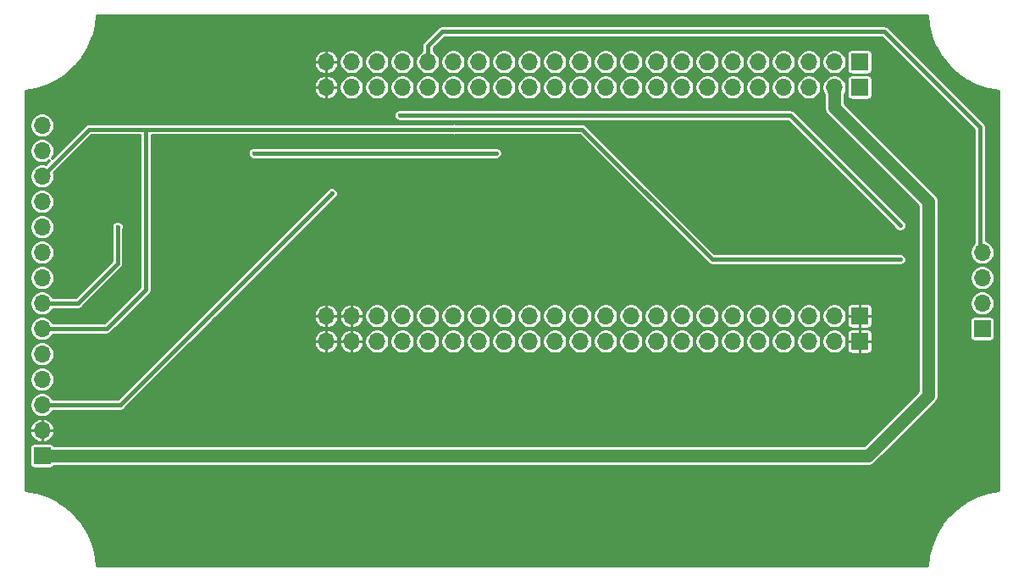
<source format=gbl>
G04 #@! TF.GenerationSoftware,KiCad,Pcbnew,(5.1.6-0)*
G04 #@! TF.CreationDate,2022-05-17T12:15:47+02:00*
G04 #@! TF.ProjectId,ESP32-S3+TFT_Combiner,45535033-322d-4533-932b-5446545f436f,rev?*
G04 #@! TF.SameCoordinates,Original*
G04 #@! TF.FileFunction,Copper,L2,Bot*
G04 #@! TF.FilePolarity,Positive*
%FSLAX46Y46*%
G04 Gerber Fmt 4.6, Leading zero omitted, Abs format (unit mm)*
G04 Created by KiCad (PCBNEW (5.1.6-0)) date 2022-05-17 12:15:47*
%MOMM*%
%LPD*%
G01*
G04 APERTURE LIST*
G04 #@! TA.AperFunction,ComponentPad*
%ADD10O,1.700000X1.700000*%
G04 #@! TD*
G04 #@! TA.AperFunction,ComponentPad*
%ADD11R,1.700000X1.700000*%
G04 #@! TD*
G04 #@! TA.AperFunction,ViaPad*
%ADD12C,0.450000*%
G04 #@! TD*
G04 #@! TA.AperFunction,Conductor*
%ADD13C,0.381000*%
G04 #@! TD*
G04 #@! TA.AperFunction,Conductor*
%ADD14C,1.270000*%
G04 #@! TD*
G04 #@! TA.AperFunction,Conductor*
%ADD15C,0.254000*%
G04 #@! TD*
G04 APERTURE END LIST*
D10*
X177800000Y-67310000D03*
X177800000Y-69850000D03*
X177800000Y-72390000D03*
D11*
X177800000Y-74930000D03*
D10*
X112220000Y-73660000D03*
X114760000Y-73660000D03*
X117300000Y-73660000D03*
X119840000Y-73660000D03*
X122380000Y-73660000D03*
X124920000Y-73660000D03*
X127460000Y-73660000D03*
X130000000Y-73660000D03*
X132540000Y-73660000D03*
X135080000Y-73660000D03*
X137620000Y-73660000D03*
X140160000Y-73660000D03*
X142700000Y-73660000D03*
X145240000Y-73660000D03*
X147780000Y-73660000D03*
X150320000Y-73660000D03*
X152860000Y-73660000D03*
X155400000Y-73660000D03*
X157940000Y-73660000D03*
X160480000Y-73660000D03*
X163020000Y-73660000D03*
D11*
X165560000Y-73660000D03*
D10*
X112220000Y-48260000D03*
X114760000Y-48260000D03*
X117300000Y-48260000D03*
X119840000Y-48260000D03*
X122380000Y-48260000D03*
X124920000Y-48260000D03*
X127460000Y-48260000D03*
X130000000Y-48260000D03*
X132540000Y-48260000D03*
X135080000Y-48260000D03*
X137620000Y-48260000D03*
X140160000Y-48260000D03*
X142700000Y-48260000D03*
X145240000Y-48260000D03*
X147780000Y-48260000D03*
X150320000Y-48260000D03*
X152860000Y-48260000D03*
X155400000Y-48260000D03*
X157940000Y-48260000D03*
X160480000Y-48260000D03*
X163020000Y-48260000D03*
D11*
X165560000Y-48260000D03*
D10*
X112220000Y-76200000D03*
X114760000Y-76200000D03*
X117300000Y-76200000D03*
X119840000Y-76200000D03*
X122380000Y-76200000D03*
X124920000Y-76200000D03*
X127460000Y-76200000D03*
X130000000Y-76200000D03*
X132540000Y-76200000D03*
X135080000Y-76200000D03*
X137620000Y-76200000D03*
X140160000Y-76200000D03*
X142700000Y-76200000D03*
X145240000Y-76200000D03*
X147780000Y-76200000D03*
X150320000Y-76200000D03*
X152860000Y-76200000D03*
X155400000Y-76200000D03*
X157940000Y-76200000D03*
X160480000Y-76200000D03*
X163020000Y-76200000D03*
D11*
X165560000Y-76200000D03*
D10*
X112220000Y-50800000D03*
X114760000Y-50800000D03*
X117300000Y-50800000D03*
X119840000Y-50800000D03*
X122380000Y-50800000D03*
X124920000Y-50800000D03*
X127460000Y-50800000D03*
X130000000Y-50800000D03*
X132540000Y-50800000D03*
X135080000Y-50800000D03*
X137620000Y-50800000D03*
X140160000Y-50800000D03*
X142700000Y-50800000D03*
X145240000Y-50800000D03*
X147780000Y-50800000D03*
X150320000Y-50800000D03*
X152860000Y-50800000D03*
X155400000Y-50800000D03*
X157940000Y-50800000D03*
X160480000Y-50800000D03*
X163020000Y-50800000D03*
D11*
X165560000Y-50800000D03*
D10*
X83820000Y-54610000D03*
X83820000Y-57150000D03*
X83820000Y-59690000D03*
X83820000Y-62230000D03*
X83820000Y-64770000D03*
X83820000Y-67310000D03*
X83820000Y-69850000D03*
X83820000Y-72390000D03*
X83820000Y-74930000D03*
X83820000Y-77470000D03*
X83820000Y-80010000D03*
X83820000Y-82550000D03*
X83820000Y-85090000D03*
D11*
X83820000Y-87630000D03*
D12*
X91370000Y-64770000D03*
X169600000Y-64600000D03*
X119600000Y-53600000D03*
X169600000Y-68000000D03*
X125000002Y-55000000D03*
X105000000Y-57400000D03*
X129200000Y-57400000D03*
X112800000Y-61400000D03*
D13*
X122380000Y-46620000D02*
X122380000Y-48260000D01*
X123800000Y-45200000D02*
X122380000Y-46620000D01*
X177600000Y-54800000D02*
X168000000Y-45200000D01*
X168000000Y-45200000D02*
X123800000Y-45200000D01*
X177600000Y-67220000D02*
X177600000Y-54800000D01*
X177690000Y-67310000D02*
X177600000Y-67220000D01*
X177800000Y-67310000D02*
X177690000Y-67310000D01*
X83820000Y-72390000D02*
X87410000Y-72390000D01*
X87410000Y-72390000D02*
X91370000Y-68430000D01*
X91370000Y-68430000D02*
X91370000Y-64770000D01*
X158600000Y-53600000D02*
X119600000Y-53600000D01*
X169600000Y-64600000D02*
X158600000Y-53600000D01*
X123600000Y-55000000D02*
X123600000Y-55000000D01*
X83820000Y-59690000D02*
X88510000Y-55000000D01*
X169600000Y-68000000D02*
X150800000Y-68000000D01*
X137800000Y-55000000D02*
X125000002Y-55000000D01*
X150800000Y-68000000D02*
X137800000Y-55000000D01*
X83820000Y-74930000D02*
X90270000Y-74930000D01*
X94200000Y-71000000D02*
X94200000Y-55000000D01*
X90270000Y-74930000D02*
X94200000Y-71000000D01*
X94200000Y-55000000D02*
X125000002Y-55000000D01*
X88510000Y-55000000D02*
X94200000Y-55000000D01*
X105000000Y-57400000D02*
X129200000Y-57400000D01*
X83820000Y-82550000D02*
X91650000Y-82550000D01*
X91650000Y-82550000D02*
X112800000Y-61400000D01*
D14*
X163020000Y-50800000D02*
X163020000Y-52820000D01*
X163020000Y-52820000D02*
X172400000Y-62200000D01*
X172400000Y-62200000D02*
X172400000Y-81600000D01*
X166370000Y-87630000D02*
X83820000Y-87630000D01*
X172400000Y-81600000D02*
X166370000Y-87630000D01*
D15*
G36*
X172422090Y-44512981D02*
G01*
X172423549Y-44521271D01*
X172424144Y-44529666D01*
X172431886Y-44569291D01*
X172697059Y-45640455D01*
X172699913Y-45649211D01*
X172701889Y-45658232D01*
X172715270Y-45696324D01*
X173132294Y-46717990D01*
X173136388Y-46726254D01*
X173139641Y-46734883D01*
X173158380Y-46770645D01*
X173718519Y-47721409D01*
X173723764Y-47728997D01*
X173728228Y-47737065D01*
X173751933Y-47769747D01*
X174443455Y-48629693D01*
X174449737Y-48636440D01*
X174455322Y-48643784D01*
X174483497Y-48672701D01*
X175291914Y-49423814D01*
X175299101Y-49429582D01*
X175305690Y-49436044D01*
X175337745Y-49460592D01*
X176246121Y-50087138D01*
X176254071Y-50091811D01*
X176261519Y-50097251D01*
X176296781Y-50116914D01*
X177286089Y-50605768D01*
X177294627Y-50609243D01*
X177302786Y-50613553D01*
X177340518Y-50627920D01*
X178390033Y-50968839D01*
X178398981Y-50971044D01*
X178407678Y-50974132D01*
X178447088Y-50982902D01*
X179429230Y-51150707D01*
X179424751Y-91104948D01*
X178503654Y-91260677D01*
X178495736Y-91262614D01*
X178487661Y-91263712D01*
X178448616Y-91273987D01*
X177399049Y-91606803D01*
X177390486Y-91610219D01*
X177381620Y-91612768D01*
X177344467Y-91628572D01*
X176353938Y-92109414D01*
X176345952Y-92114033D01*
X176337553Y-92117833D01*
X176303071Y-92138834D01*
X175392329Y-92757628D01*
X175385100Y-92763346D01*
X175377329Y-92768324D01*
X175346241Y-92794084D01*
X174534366Y-93537869D01*
X174528041Y-93544568D01*
X174521068Y-93550617D01*
X174494024Y-93580595D01*
X173798021Y-94433788D01*
X173792724Y-94441337D01*
X173786704Y-94448322D01*
X173764270Y-94481890D01*
X173198721Y-95426618D01*
X173194572Y-95434848D01*
X173189619Y-95442635D01*
X173172266Y-95479089D01*
X172749019Y-96495563D01*
X172746102Y-96504305D01*
X172742324Y-96512727D01*
X172730415Y-96551304D01*
X172458336Y-97618229D01*
X172456710Y-97627306D01*
X172454190Y-97636178D01*
X172447975Y-97676071D01*
X172345082Y-98654000D01*
X89292869Y-98654000D01*
X89204376Y-97765616D01*
X89203025Y-97757825D01*
X89202505Y-97749932D01*
X89194961Y-97710269D01*
X88935148Y-96637791D01*
X88932337Y-96629018D01*
X88930407Y-96619991D01*
X88917217Y-96581832D01*
X88505306Y-95558094D01*
X88501256Y-95549815D01*
X88498044Y-95541164D01*
X88479484Y-95505309D01*
X87924105Y-94551756D01*
X87918902Y-94544148D01*
X87914475Y-94536051D01*
X87890933Y-94503251D01*
X87203720Y-93639858D01*
X87197473Y-93633081D01*
X87191924Y-93625708D01*
X87163894Y-93596650D01*
X86359243Y-92841504D01*
X86352079Y-92835696D01*
X86345527Y-92829205D01*
X86313596Y-92804498D01*
X85408363Y-92173418D01*
X85400443Y-92168709D01*
X85393017Y-92163228D01*
X85357853Y-92143389D01*
X84371001Y-91649595D01*
X84362482Y-91646078D01*
X84354344Y-91641727D01*
X84316685Y-91627172D01*
X83268888Y-91281008D01*
X83259947Y-91278757D01*
X83251269Y-91275627D01*
X83211904Y-91266660D01*
X82206685Y-91089736D01*
X82205130Y-86780000D01*
X82587157Y-86780000D01*
X82587157Y-88480000D01*
X82594513Y-88554689D01*
X82616299Y-88626508D01*
X82651678Y-88692696D01*
X82699289Y-88750711D01*
X82757304Y-88798322D01*
X82823492Y-88833701D01*
X82895311Y-88855487D01*
X82970000Y-88862843D01*
X84670000Y-88862843D01*
X84744689Y-88855487D01*
X84816508Y-88833701D01*
X84882696Y-88798322D01*
X84940711Y-88750711D01*
X84988322Y-88692696D01*
X85013282Y-88646000D01*
X166320098Y-88646000D01*
X166370000Y-88650915D01*
X166419902Y-88646000D01*
X166569171Y-88631298D01*
X166760687Y-88573202D01*
X166937190Y-88478860D01*
X167091896Y-88351896D01*
X167123712Y-88313128D01*
X173083133Y-82353708D01*
X173121896Y-82321896D01*
X173248860Y-82167190D01*
X173343202Y-81990687D01*
X173401298Y-81799171D01*
X173416000Y-81649902D01*
X173420915Y-81600000D01*
X173416000Y-81550098D01*
X173416000Y-74080000D01*
X176567157Y-74080000D01*
X176567157Y-75780000D01*
X176574513Y-75854689D01*
X176596299Y-75926508D01*
X176631678Y-75992696D01*
X176679289Y-76050711D01*
X176737304Y-76098322D01*
X176803492Y-76133701D01*
X176875311Y-76155487D01*
X176950000Y-76162843D01*
X178650000Y-76162843D01*
X178724689Y-76155487D01*
X178796508Y-76133701D01*
X178862696Y-76098322D01*
X178920711Y-76050711D01*
X178968322Y-75992696D01*
X179003701Y-75926508D01*
X179025487Y-75854689D01*
X179032843Y-75780000D01*
X179032843Y-74080000D01*
X179025487Y-74005311D01*
X179003701Y-73933492D01*
X178968322Y-73867304D01*
X178920711Y-73809289D01*
X178862696Y-73761678D01*
X178796508Y-73726299D01*
X178724689Y-73704513D01*
X178650000Y-73697157D01*
X176950000Y-73697157D01*
X176875311Y-73704513D01*
X176803492Y-73726299D01*
X176737304Y-73761678D01*
X176679289Y-73809289D01*
X176631678Y-73867304D01*
X176596299Y-73933492D01*
X176574513Y-74005311D01*
X176567157Y-74080000D01*
X173416000Y-74080000D01*
X173416000Y-72268757D01*
X176569000Y-72268757D01*
X176569000Y-72511243D01*
X176616307Y-72749069D01*
X176709102Y-72973097D01*
X176843820Y-73174717D01*
X177015283Y-73346180D01*
X177216903Y-73480898D01*
X177440931Y-73573693D01*
X177678757Y-73621000D01*
X177921243Y-73621000D01*
X178159069Y-73573693D01*
X178383097Y-73480898D01*
X178584717Y-73346180D01*
X178756180Y-73174717D01*
X178890898Y-72973097D01*
X178983693Y-72749069D01*
X179031000Y-72511243D01*
X179031000Y-72268757D01*
X178983693Y-72030931D01*
X178890898Y-71806903D01*
X178756180Y-71605283D01*
X178584717Y-71433820D01*
X178383097Y-71299102D01*
X178159069Y-71206307D01*
X177921243Y-71159000D01*
X177678757Y-71159000D01*
X177440931Y-71206307D01*
X177216903Y-71299102D01*
X177015283Y-71433820D01*
X176843820Y-71605283D01*
X176709102Y-71806903D01*
X176616307Y-72030931D01*
X176569000Y-72268757D01*
X173416000Y-72268757D01*
X173416000Y-69728757D01*
X176569000Y-69728757D01*
X176569000Y-69971243D01*
X176616307Y-70209069D01*
X176709102Y-70433097D01*
X176843820Y-70634717D01*
X177015283Y-70806180D01*
X177216903Y-70940898D01*
X177440931Y-71033693D01*
X177678757Y-71081000D01*
X177921243Y-71081000D01*
X178159069Y-71033693D01*
X178383097Y-70940898D01*
X178584717Y-70806180D01*
X178756180Y-70634717D01*
X178890898Y-70433097D01*
X178983693Y-70209069D01*
X179031000Y-69971243D01*
X179031000Y-69728757D01*
X178983693Y-69490931D01*
X178890898Y-69266903D01*
X178756180Y-69065283D01*
X178584717Y-68893820D01*
X178383097Y-68759102D01*
X178159069Y-68666307D01*
X177921243Y-68619000D01*
X177678757Y-68619000D01*
X177440931Y-68666307D01*
X177216903Y-68759102D01*
X177015283Y-68893820D01*
X176843820Y-69065283D01*
X176709102Y-69266903D01*
X176616307Y-69490931D01*
X176569000Y-69728757D01*
X173416000Y-69728757D01*
X173416000Y-62249893D01*
X173420914Y-62199999D01*
X173416000Y-62150105D01*
X173416000Y-62150098D01*
X173401298Y-62000829D01*
X173343202Y-61809313D01*
X173248860Y-61632810D01*
X173121896Y-61478104D01*
X173083133Y-61446292D01*
X164036000Y-52399160D01*
X164036000Y-51495190D01*
X164110898Y-51383097D01*
X164203693Y-51159069D01*
X164251000Y-50921243D01*
X164251000Y-50678757D01*
X164203693Y-50440931D01*
X164110898Y-50216903D01*
X163976180Y-50015283D01*
X163910897Y-49950000D01*
X164327157Y-49950000D01*
X164327157Y-51650000D01*
X164334513Y-51724689D01*
X164356299Y-51796508D01*
X164391678Y-51862696D01*
X164439289Y-51920711D01*
X164497304Y-51968322D01*
X164563492Y-52003701D01*
X164635311Y-52025487D01*
X164710000Y-52032843D01*
X166410000Y-52032843D01*
X166484689Y-52025487D01*
X166556508Y-52003701D01*
X166622696Y-51968322D01*
X166680711Y-51920711D01*
X166728322Y-51862696D01*
X166763701Y-51796508D01*
X166785487Y-51724689D01*
X166792843Y-51650000D01*
X166792843Y-49950000D01*
X166785487Y-49875311D01*
X166763701Y-49803492D01*
X166728322Y-49737304D01*
X166680711Y-49679289D01*
X166622696Y-49631678D01*
X166556508Y-49596299D01*
X166484689Y-49574513D01*
X166410000Y-49567157D01*
X164710000Y-49567157D01*
X164635311Y-49574513D01*
X164563492Y-49596299D01*
X164497304Y-49631678D01*
X164439289Y-49679289D01*
X164391678Y-49737304D01*
X164356299Y-49803492D01*
X164334513Y-49875311D01*
X164327157Y-49950000D01*
X163910897Y-49950000D01*
X163804717Y-49843820D01*
X163603097Y-49709102D01*
X163379069Y-49616307D01*
X163141243Y-49569000D01*
X162898757Y-49569000D01*
X162660931Y-49616307D01*
X162436903Y-49709102D01*
X162235283Y-49843820D01*
X162063820Y-50015283D01*
X161929102Y-50216903D01*
X161836307Y-50440931D01*
X161789000Y-50678757D01*
X161789000Y-50921243D01*
X161836307Y-51159069D01*
X161929102Y-51383097D01*
X162004000Y-51495190D01*
X162004001Y-52770089D01*
X161999085Y-52820000D01*
X162018702Y-53019170D01*
X162052107Y-53129289D01*
X162076799Y-53210687D01*
X162171141Y-53387190D01*
X162298105Y-53541896D01*
X162336868Y-53573708D01*
X171384000Y-62620841D01*
X171384001Y-81179158D01*
X165949160Y-86614000D01*
X85013282Y-86614000D01*
X84988322Y-86567304D01*
X84940711Y-86509289D01*
X84882696Y-86461678D01*
X84816508Y-86426299D01*
X84744689Y-86404513D01*
X84670000Y-86397157D01*
X82970000Y-86397157D01*
X82895311Y-86404513D01*
X82823492Y-86426299D01*
X82757304Y-86461678D01*
X82699289Y-86509289D01*
X82651678Y-86567304D01*
X82616299Y-86633492D01*
X82594513Y-86705311D01*
X82587157Y-86780000D01*
X82205130Y-86780000D01*
X82204590Y-85283221D01*
X82603246Y-85283221D01*
X82621924Y-85377120D01*
X82700959Y-85605336D01*
X82822998Y-85813748D01*
X82983351Y-85994347D01*
X83175856Y-86140192D01*
X83393115Y-86245679D01*
X83626779Y-86306754D01*
X83819500Y-86226500D01*
X83819500Y-85090500D01*
X83820500Y-85090500D01*
X83820500Y-86226500D01*
X84013221Y-86306754D01*
X84246885Y-86245679D01*
X84464144Y-86140192D01*
X84656649Y-85994347D01*
X84817002Y-85813748D01*
X84939041Y-85605336D01*
X85018076Y-85377120D01*
X85036754Y-85283221D01*
X84956500Y-85090500D01*
X83820500Y-85090500D01*
X83819500Y-85090500D01*
X82683500Y-85090500D01*
X82603246Y-85283221D01*
X82204590Y-85283221D01*
X82204451Y-84896779D01*
X82603246Y-84896779D01*
X82683500Y-85089500D01*
X83819500Y-85089500D01*
X83819500Y-83953500D01*
X83820500Y-83953500D01*
X83820500Y-85089500D01*
X84956500Y-85089500D01*
X85036754Y-84896779D01*
X85018076Y-84802880D01*
X84939041Y-84574664D01*
X84817002Y-84366252D01*
X84656649Y-84185653D01*
X84464144Y-84039808D01*
X84246885Y-83934321D01*
X84013221Y-83873246D01*
X83820500Y-83953500D01*
X83819500Y-83953500D01*
X83626779Y-83873246D01*
X83393115Y-83934321D01*
X83175856Y-84039808D01*
X82983351Y-84185653D01*
X82822998Y-84366252D01*
X82700959Y-84574664D01*
X82621924Y-84802880D01*
X82603246Y-84896779D01*
X82204451Y-84896779D01*
X82203560Y-82428757D01*
X82589000Y-82428757D01*
X82589000Y-82671243D01*
X82636307Y-82909069D01*
X82729102Y-83133097D01*
X82863820Y-83334717D01*
X83035283Y-83506180D01*
X83236903Y-83640898D01*
X83460931Y-83733693D01*
X83698757Y-83781000D01*
X83941243Y-83781000D01*
X84179069Y-83733693D01*
X84403097Y-83640898D01*
X84604717Y-83506180D01*
X84776180Y-83334717D01*
X84910898Y-83133097D01*
X84915702Y-83121500D01*
X91621926Y-83121500D01*
X91650000Y-83124265D01*
X91678074Y-83121500D01*
X91762034Y-83113231D01*
X91869762Y-83080552D01*
X91969045Y-83027484D01*
X92056067Y-82956067D01*
X92073970Y-82934252D01*
X98615001Y-76393221D01*
X111003246Y-76393221D01*
X111064321Y-76626885D01*
X111169808Y-76844144D01*
X111315653Y-77036649D01*
X111496252Y-77197002D01*
X111704664Y-77319041D01*
X111932880Y-77398076D01*
X112026779Y-77416754D01*
X112219500Y-77336500D01*
X112219500Y-76200500D01*
X112220500Y-76200500D01*
X112220500Y-77336500D01*
X112413221Y-77416754D01*
X112507120Y-77398076D01*
X112735336Y-77319041D01*
X112943748Y-77197002D01*
X113124347Y-77036649D01*
X113270192Y-76844144D01*
X113375679Y-76626885D01*
X113436754Y-76393221D01*
X113543246Y-76393221D01*
X113604321Y-76626885D01*
X113709808Y-76844144D01*
X113855653Y-77036649D01*
X114036252Y-77197002D01*
X114244664Y-77319041D01*
X114472880Y-77398076D01*
X114566779Y-77416754D01*
X114759500Y-77336500D01*
X114759500Y-76200500D01*
X114760500Y-76200500D01*
X114760500Y-77336500D01*
X114953221Y-77416754D01*
X115047120Y-77398076D01*
X115275336Y-77319041D01*
X115483748Y-77197002D01*
X115664347Y-77036649D01*
X115810192Y-76844144D01*
X115915679Y-76626885D01*
X115976754Y-76393221D01*
X115896500Y-76200500D01*
X114760500Y-76200500D01*
X114759500Y-76200500D01*
X113623500Y-76200500D01*
X113543246Y-76393221D01*
X113436754Y-76393221D01*
X113356500Y-76200500D01*
X112220500Y-76200500D01*
X112219500Y-76200500D01*
X111083500Y-76200500D01*
X111003246Y-76393221D01*
X98615001Y-76393221D01*
X99001443Y-76006779D01*
X111003246Y-76006779D01*
X111083500Y-76199500D01*
X112219500Y-76199500D01*
X112219500Y-75063500D01*
X112220500Y-75063500D01*
X112220500Y-76199500D01*
X113356500Y-76199500D01*
X113436754Y-76006779D01*
X113543246Y-76006779D01*
X113623500Y-76199500D01*
X114759500Y-76199500D01*
X114759500Y-75063500D01*
X114760500Y-75063500D01*
X114760500Y-76199500D01*
X115896500Y-76199500D01*
X115946780Y-76078757D01*
X116069000Y-76078757D01*
X116069000Y-76321243D01*
X116116307Y-76559069D01*
X116209102Y-76783097D01*
X116343820Y-76984717D01*
X116515283Y-77156180D01*
X116716903Y-77290898D01*
X116940931Y-77383693D01*
X117178757Y-77431000D01*
X117421243Y-77431000D01*
X117659069Y-77383693D01*
X117883097Y-77290898D01*
X118084717Y-77156180D01*
X118256180Y-76984717D01*
X118390898Y-76783097D01*
X118483693Y-76559069D01*
X118531000Y-76321243D01*
X118531000Y-76078757D01*
X118609000Y-76078757D01*
X118609000Y-76321243D01*
X118656307Y-76559069D01*
X118749102Y-76783097D01*
X118883820Y-76984717D01*
X119055283Y-77156180D01*
X119256903Y-77290898D01*
X119480931Y-77383693D01*
X119718757Y-77431000D01*
X119961243Y-77431000D01*
X120199069Y-77383693D01*
X120423097Y-77290898D01*
X120624717Y-77156180D01*
X120796180Y-76984717D01*
X120930898Y-76783097D01*
X121023693Y-76559069D01*
X121071000Y-76321243D01*
X121071000Y-76078757D01*
X121149000Y-76078757D01*
X121149000Y-76321243D01*
X121196307Y-76559069D01*
X121289102Y-76783097D01*
X121423820Y-76984717D01*
X121595283Y-77156180D01*
X121796903Y-77290898D01*
X122020931Y-77383693D01*
X122258757Y-77431000D01*
X122501243Y-77431000D01*
X122739069Y-77383693D01*
X122963097Y-77290898D01*
X123164717Y-77156180D01*
X123336180Y-76984717D01*
X123470898Y-76783097D01*
X123563693Y-76559069D01*
X123611000Y-76321243D01*
X123611000Y-76078757D01*
X123689000Y-76078757D01*
X123689000Y-76321243D01*
X123736307Y-76559069D01*
X123829102Y-76783097D01*
X123963820Y-76984717D01*
X124135283Y-77156180D01*
X124336903Y-77290898D01*
X124560931Y-77383693D01*
X124798757Y-77431000D01*
X125041243Y-77431000D01*
X125279069Y-77383693D01*
X125503097Y-77290898D01*
X125704717Y-77156180D01*
X125876180Y-76984717D01*
X126010898Y-76783097D01*
X126103693Y-76559069D01*
X126151000Y-76321243D01*
X126151000Y-76078757D01*
X126229000Y-76078757D01*
X126229000Y-76321243D01*
X126276307Y-76559069D01*
X126369102Y-76783097D01*
X126503820Y-76984717D01*
X126675283Y-77156180D01*
X126876903Y-77290898D01*
X127100931Y-77383693D01*
X127338757Y-77431000D01*
X127581243Y-77431000D01*
X127819069Y-77383693D01*
X128043097Y-77290898D01*
X128244717Y-77156180D01*
X128416180Y-76984717D01*
X128550898Y-76783097D01*
X128643693Y-76559069D01*
X128691000Y-76321243D01*
X128691000Y-76078757D01*
X128769000Y-76078757D01*
X128769000Y-76321243D01*
X128816307Y-76559069D01*
X128909102Y-76783097D01*
X129043820Y-76984717D01*
X129215283Y-77156180D01*
X129416903Y-77290898D01*
X129640931Y-77383693D01*
X129878757Y-77431000D01*
X130121243Y-77431000D01*
X130359069Y-77383693D01*
X130583097Y-77290898D01*
X130784717Y-77156180D01*
X130956180Y-76984717D01*
X131090898Y-76783097D01*
X131183693Y-76559069D01*
X131231000Y-76321243D01*
X131231000Y-76078757D01*
X131309000Y-76078757D01*
X131309000Y-76321243D01*
X131356307Y-76559069D01*
X131449102Y-76783097D01*
X131583820Y-76984717D01*
X131755283Y-77156180D01*
X131956903Y-77290898D01*
X132180931Y-77383693D01*
X132418757Y-77431000D01*
X132661243Y-77431000D01*
X132899069Y-77383693D01*
X133123097Y-77290898D01*
X133324717Y-77156180D01*
X133496180Y-76984717D01*
X133630898Y-76783097D01*
X133723693Y-76559069D01*
X133771000Y-76321243D01*
X133771000Y-76078757D01*
X133849000Y-76078757D01*
X133849000Y-76321243D01*
X133896307Y-76559069D01*
X133989102Y-76783097D01*
X134123820Y-76984717D01*
X134295283Y-77156180D01*
X134496903Y-77290898D01*
X134720931Y-77383693D01*
X134958757Y-77431000D01*
X135201243Y-77431000D01*
X135439069Y-77383693D01*
X135663097Y-77290898D01*
X135864717Y-77156180D01*
X136036180Y-76984717D01*
X136170898Y-76783097D01*
X136263693Y-76559069D01*
X136311000Y-76321243D01*
X136311000Y-76078757D01*
X136389000Y-76078757D01*
X136389000Y-76321243D01*
X136436307Y-76559069D01*
X136529102Y-76783097D01*
X136663820Y-76984717D01*
X136835283Y-77156180D01*
X137036903Y-77290898D01*
X137260931Y-77383693D01*
X137498757Y-77431000D01*
X137741243Y-77431000D01*
X137979069Y-77383693D01*
X138203097Y-77290898D01*
X138404717Y-77156180D01*
X138576180Y-76984717D01*
X138710898Y-76783097D01*
X138803693Y-76559069D01*
X138851000Y-76321243D01*
X138851000Y-76078757D01*
X138929000Y-76078757D01*
X138929000Y-76321243D01*
X138976307Y-76559069D01*
X139069102Y-76783097D01*
X139203820Y-76984717D01*
X139375283Y-77156180D01*
X139576903Y-77290898D01*
X139800931Y-77383693D01*
X140038757Y-77431000D01*
X140281243Y-77431000D01*
X140519069Y-77383693D01*
X140743097Y-77290898D01*
X140944717Y-77156180D01*
X141116180Y-76984717D01*
X141250898Y-76783097D01*
X141343693Y-76559069D01*
X141391000Y-76321243D01*
X141391000Y-76078757D01*
X141469000Y-76078757D01*
X141469000Y-76321243D01*
X141516307Y-76559069D01*
X141609102Y-76783097D01*
X141743820Y-76984717D01*
X141915283Y-77156180D01*
X142116903Y-77290898D01*
X142340931Y-77383693D01*
X142578757Y-77431000D01*
X142821243Y-77431000D01*
X143059069Y-77383693D01*
X143283097Y-77290898D01*
X143484717Y-77156180D01*
X143656180Y-76984717D01*
X143790898Y-76783097D01*
X143883693Y-76559069D01*
X143931000Y-76321243D01*
X143931000Y-76078757D01*
X144009000Y-76078757D01*
X144009000Y-76321243D01*
X144056307Y-76559069D01*
X144149102Y-76783097D01*
X144283820Y-76984717D01*
X144455283Y-77156180D01*
X144656903Y-77290898D01*
X144880931Y-77383693D01*
X145118757Y-77431000D01*
X145361243Y-77431000D01*
X145599069Y-77383693D01*
X145823097Y-77290898D01*
X146024717Y-77156180D01*
X146196180Y-76984717D01*
X146330898Y-76783097D01*
X146423693Y-76559069D01*
X146471000Y-76321243D01*
X146471000Y-76078757D01*
X146549000Y-76078757D01*
X146549000Y-76321243D01*
X146596307Y-76559069D01*
X146689102Y-76783097D01*
X146823820Y-76984717D01*
X146995283Y-77156180D01*
X147196903Y-77290898D01*
X147420931Y-77383693D01*
X147658757Y-77431000D01*
X147901243Y-77431000D01*
X148139069Y-77383693D01*
X148363097Y-77290898D01*
X148564717Y-77156180D01*
X148736180Y-76984717D01*
X148870898Y-76783097D01*
X148963693Y-76559069D01*
X149011000Y-76321243D01*
X149011000Y-76078757D01*
X149089000Y-76078757D01*
X149089000Y-76321243D01*
X149136307Y-76559069D01*
X149229102Y-76783097D01*
X149363820Y-76984717D01*
X149535283Y-77156180D01*
X149736903Y-77290898D01*
X149960931Y-77383693D01*
X150198757Y-77431000D01*
X150441243Y-77431000D01*
X150679069Y-77383693D01*
X150903097Y-77290898D01*
X151104717Y-77156180D01*
X151276180Y-76984717D01*
X151410898Y-76783097D01*
X151503693Y-76559069D01*
X151551000Y-76321243D01*
X151551000Y-76078757D01*
X151629000Y-76078757D01*
X151629000Y-76321243D01*
X151676307Y-76559069D01*
X151769102Y-76783097D01*
X151903820Y-76984717D01*
X152075283Y-77156180D01*
X152276903Y-77290898D01*
X152500931Y-77383693D01*
X152738757Y-77431000D01*
X152981243Y-77431000D01*
X153219069Y-77383693D01*
X153443097Y-77290898D01*
X153644717Y-77156180D01*
X153816180Y-76984717D01*
X153950898Y-76783097D01*
X154043693Y-76559069D01*
X154091000Y-76321243D01*
X154091000Y-76078757D01*
X154169000Y-76078757D01*
X154169000Y-76321243D01*
X154216307Y-76559069D01*
X154309102Y-76783097D01*
X154443820Y-76984717D01*
X154615283Y-77156180D01*
X154816903Y-77290898D01*
X155040931Y-77383693D01*
X155278757Y-77431000D01*
X155521243Y-77431000D01*
X155759069Y-77383693D01*
X155983097Y-77290898D01*
X156184717Y-77156180D01*
X156356180Y-76984717D01*
X156490898Y-76783097D01*
X156583693Y-76559069D01*
X156631000Y-76321243D01*
X156631000Y-76078757D01*
X156709000Y-76078757D01*
X156709000Y-76321243D01*
X156756307Y-76559069D01*
X156849102Y-76783097D01*
X156983820Y-76984717D01*
X157155283Y-77156180D01*
X157356903Y-77290898D01*
X157580931Y-77383693D01*
X157818757Y-77431000D01*
X158061243Y-77431000D01*
X158299069Y-77383693D01*
X158523097Y-77290898D01*
X158724717Y-77156180D01*
X158896180Y-76984717D01*
X159030898Y-76783097D01*
X159123693Y-76559069D01*
X159171000Y-76321243D01*
X159171000Y-76078757D01*
X159249000Y-76078757D01*
X159249000Y-76321243D01*
X159296307Y-76559069D01*
X159389102Y-76783097D01*
X159523820Y-76984717D01*
X159695283Y-77156180D01*
X159896903Y-77290898D01*
X160120931Y-77383693D01*
X160358757Y-77431000D01*
X160601243Y-77431000D01*
X160839069Y-77383693D01*
X161063097Y-77290898D01*
X161264717Y-77156180D01*
X161436180Y-76984717D01*
X161570898Y-76783097D01*
X161663693Y-76559069D01*
X161711000Y-76321243D01*
X161711000Y-76078757D01*
X161789000Y-76078757D01*
X161789000Y-76321243D01*
X161836307Y-76559069D01*
X161929102Y-76783097D01*
X162063820Y-76984717D01*
X162235283Y-77156180D01*
X162436903Y-77290898D01*
X162660931Y-77383693D01*
X162898757Y-77431000D01*
X163141243Y-77431000D01*
X163379069Y-77383693D01*
X163603097Y-77290898D01*
X163804717Y-77156180D01*
X163910897Y-77050000D01*
X164326152Y-77050000D01*
X164333528Y-77124885D01*
X164355371Y-77196892D01*
X164390842Y-77263255D01*
X164438578Y-77321422D01*
X164496745Y-77369158D01*
X164563108Y-77404629D01*
X164635115Y-77426472D01*
X164710000Y-77433848D01*
X165464000Y-77432000D01*
X165559500Y-77336500D01*
X165559500Y-76200500D01*
X165560500Y-76200500D01*
X165560500Y-77336500D01*
X165656000Y-77432000D01*
X166410000Y-77433848D01*
X166484885Y-77426472D01*
X166556892Y-77404629D01*
X166623255Y-77369158D01*
X166681422Y-77321422D01*
X166729158Y-77263255D01*
X166764629Y-77196892D01*
X166786472Y-77124885D01*
X166793848Y-77050000D01*
X166792000Y-76296000D01*
X166696500Y-76200500D01*
X165560500Y-76200500D01*
X165559500Y-76200500D01*
X164423500Y-76200500D01*
X164328000Y-76296000D01*
X164326152Y-77050000D01*
X163910897Y-77050000D01*
X163976180Y-76984717D01*
X164110898Y-76783097D01*
X164203693Y-76559069D01*
X164251000Y-76321243D01*
X164251000Y-76078757D01*
X164203693Y-75840931D01*
X164110898Y-75616903D01*
X163976180Y-75415283D01*
X163910897Y-75350000D01*
X164326152Y-75350000D01*
X164328000Y-76104000D01*
X164423500Y-76199500D01*
X165559500Y-76199500D01*
X165559500Y-75063500D01*
X165560500Y-75063500D01*
X165560500Y-76199500D01*
X166696500Y-76199500D01*
X166792000Y-76104000D01*
X166793848Y-75350000D01*
X166786472Y-75275115D01*
X166764629Y-75203108D01*
X166729158Y-75136745D01*
X166681422Y-75078578D01*
X166623255Y-75030842D01*
X166556892Y-74995371D01*
X166484885Y-74973528D01*
X166410000Y-74966152D01*
X165656000Y-74968000D01*
X165560500Y-75063500D01*
X165559500Y-75063500D01*
X165464000Y-74968000D01*
X164710000Y-74966152D01*
X164635115Y-74973528D01*
X164563108Y-74995371D01*
X164496745Y-75030842D01*
X164438578Y-75078578D01*
X164390842Y-75136745D01*
X164355371Y-75203108D01*
X164333528Y-75275115D01*
X164326152Y-75350000D01*
X163910897Y-75350000D01*
X163804717Y-75243820D01*
X163603097Y-75109102D01*
X163379069Y-75016307D01*
X163141243Y-74969000D01*
X162898757Y-74969000D01*
X162660931Y-75016307D01*
X162436903Y-75109102D01*
X162235283Y-75243820D01*
X162063820Y-75415283D01*
X161929102Y-75616903D01*
X161836307Y-75840931D01*
X161789000Y-76078757D01*
X161711000Y-76078757D01*
X161663693Y-75840931D01*
X161570898Y-75616903D01*
X161436180Y-75415283D01*
X161264717Y-75243820D01*
X161063097Y-75109102D01*
X160839069Y-75016307D01*
X160601243Y-74969000D01*
X160358757Y-74969000D01*
X160120931Y-75016307D01*
X159896903Y-75109102D01*
X159695283Y-75243820D01*
X159523820Y-75415283D01*
X159389102Y-75616903D01*
X159296307Y-75840931D01*
X159249000Y-76078757D01*
X159171000Y-76078757D01*
X159123693Y-75840931D01*
X159030898Y-75616903D01*
X158896180Y-75415283D01*
X158724717Y-75243820D01*
X158523097Y-75109102D01*
X158299069Y-75016307D01*
X158061243Y-74969000D01*
X157818757Y-74969000D01*
X157580931Y-75016307D01*
X157356903Y-75109102D01*
X157155283Y-75243820D01*
X156983820Y-75415283D01*
X156849102Y-75616903D01*
X156756307Y-75840931D01*
X156709000Y-76078757D01*
X156631000Y-76078757D01*
X156583693Y-75840931D01*
X156490898Y-75616903D01*
X156356180Y-75415283D01*
X156184717Y-75243820D01*
X155983097Y-75109102D01*
X155759069Y-75016307D01*
X155521243Y-74969000D01*
X155278757Y-74969000D01*
X155040931Y-75016307D01*
X154816903Y-75109102D01*
X154615283Y-75243820D01*
X154443820Y-75415283D01*
X154309102Y-75616903D01*
X154216307Y-75840931D01*
X154169000Y-76078757D01*
X154091000Y-76078757D01*
X154043693Y-75840931D01*
X153950898Y-75616903D01*
X153816180Y-75415283D01*
X153644717Y-75243820D01*
X153443097Y-75109102D01*
X153219069Y-75016307D01*
X152981243Y-74969000D01*
X152738757Y-74969000D01*
X152500931Y-75016307D01*
X152276903Y-75109102D01*
X152075283Y-75243820D01*
X151903820Y-75415283D01*
X151769102Y-75616903D01*
X151676307Y-75840931D01*
X151629000Y-76078757D01*
X151551000Y-76078757D01*
X151503693Y-75840931D01*
X151410898Y-75616903D01*
X151276180Y-75415283D01*
X151104717Y-75243820D01*
X150903097Y-75109102D01*
X150679069Y-75016307D01*
X150441243Y-74969000D01*
X150198757Y-74969000D01*
X149960931Y-75016307D01*
X149736903Y-75109102D01*
X149535283Y-75243820D01*
X149363820Y-75415283D01*
X149229102Y-75616903D01*
X149136307Y-75840931D01*
X149089000Y-76078757D01*
X149011000Y-76078757D01*
X148963693Y-75840931D01*
X148870898Y-75616903D01*
X148736180Y-75415283D01*
X148564717Y-75243820D01*
X148363097Y-75109102D01*
X148139069Y-75016307D01*
X147901243Y-74969000D01*
X147658757Y-74969000D01*
X147420931Y-75016307D01*
X147196903Y-75109102D01*
X146995283Y-75243820D01*
X146823820Y-75415283D01*
X146689102Y-75616903D01*
X146596307Y-75840931D01*
X146549000Y-76078757D01*
X146471000Y-76078757D01*
X146423693Y-75840931D01*
X146330898Y-75616903D01*
X146196180Y-75415283D01*
X146024717Y-75243820D01*
X145823097Y-75109102D01*
X145599069Y-75016307D01*
X145361243Y-74969000D01*
X145118757Y-74969000D01*
X144880931Y-75016307D01*
X144656903Y-75109102D01*
X144455283Y-75243820D01*
X144283820Y-75415283D01*
X144149102Y-75616903D01*
X144056307Y-75840931D01*
X144009000Y-76078757D01*
X143931000Y-76078757D01*
X143883693Y-75840931D01*
X143790898Y-75616903D01*
X143656180Y-75415283D01*
X143484717Y-75243820D01*
X143283097Y-75109102D01*
X143059069Y-75016307D01*
X142821243Y-74969000D01*
X142578757Y-74969000D01*
X142340931Y-75016307D01*
X142116903Y-75109102D01*
X141915283Y-75243820D01*
X141743820Y-75415283D01*
X141609102Y-75616903D01*
X141516307Y-75840931D01*
X141469000Y-76078757D01*
X141391000Y-76078757D01*
X141343693Y-75840931D01*
X141250898Y-75616903D01*
X141116180Y-75415283D01*
X140944717Y-75243820D01*
X140743097Y-75109102D01*
X140519069Y-75016307D01*
X140281243Y-74969000D01*
X140038757Y-74969000D01*
X139800931Y-75016307D01*
X139576903Y-75109102D01*
X139375283Y-75243820D01*
X139203820Y-75415283D01*
X139069102Y-75616903D01*
X138976307Y-75840931D01*
X138929000Y-76078757D01*
X138851000Y-76078757D01*
X138803693Y-75840931D01*
X138710898Y-75616903D01*
X138576180Y-75415283D01*
X138404717Y-75243820D01*
X138203097Y-75109102D01*
X137979069Y-75016307D01*
X137741243Y-74969000D01*
X137498757Y-74969000D01*
X137260931Y-75016307D01*
X137036903Y-75109102D01*
X136835283Y-75243820D01*
X136663820Y-75415283D01*
X136529102Y-75616903D01*
X136436307Y-75840931D01*
X136389000Y-76078757D01*
X136311000Y-76078757D01*
X136263693Y-75840931D01*
X136170898Y-75616903D01*
X136036180Y-75415283D01*
X135864717Y-75243820D01*
X135663097Y-75109102D01*
X135439069Y-75016307D01*
X135201243Y-74969000D01*
X134958757Y-74969000D01*
X134720931Y-75016307D01*
X134496903Y-75109102D01*
X134295283Y-75243820D01*
X134123820Y-75415283D01*
X133989102Y-75616903D01*
X133896307Y-75840931D01*
X133849000Y-76078757D01*
X133771000Y-76078757D01*
X133723693Y-75840931D01*
X133630898Y-75616903D01*
X133496180Y-75415283D01*
X133324717Y-75243820D01*
X133123097Y-75109102D01*
X132899069Y-75016307D01*
X132661243Y-74969000D01*
X132418757Y-74969000D01*
X132180931Y-75016307D01*
X131956903Y-75109102D01*
X131755283Y-75243820D01*
X131583820Y-75415283D01*
X131449102Y-75616903D01*
X131356307Y-75840931D01*
X131309000Y-76078757D01*
X131231000Y-76078757D01*
X131183693Y-75840931D01*
X131090898Y-75616903D01*
X130956180Y-75415283D01*
X130784717Y-75243820D01*
X130583097Y-75109102D01*
X130359069Y-75016307D01*
X130121243Y-74969000D01*
X129878757Y-74969000D01*
X129640931Y-75016307D01*
X129416903Y-75109102D01*
X129215283Y-75243820D01*
X129043820Y-75415283D01*
X128909102Y-75616903D01*
X128816307Y-75840931D01*
X128769000Y-76078757D01*
X128691000Y-76078757D01*
X128643693Y-75840931D01*
X128550898Y-75616903D01*
X128416180Y-75415283D01*
X128244717Y-75243820D01*
X128043097Y-75109102D01*
X127819069Y-75016307D01*
X127581243Y-74969000D01*
X127338757Y-74969000D01*
X127100931Y-75016307D01*
X126876903Y-75109102D01*
X126675283Y-75243820D01*
X126503820Y-75415283D01*
X126369102Y-75616903D01*
X126276307Y-75840931D01*
X126229000Y-76078757D01*
X126151000Y-76078757D01*
X126103693Y-75840931D01*
X126010898Y-75616903D01*
X125876180Y-75415283D01*
X125704717Y-75243820D01*
X125503097Y-75109102D01*
X125279069Y-75016307D01*
X125041243Y-74969000D01*
X124798757Y-74969000D01*
X124560931Y-75016307D01*
X124336903Y-75109102D01*
X124135283Y-75243820D01*
X123963820Y-75415283D01*
X123829102Y-75616903D01*
X123736307Y-75840931D01*
X123689000Y-76078757D01*
X123611000Y-76078757D01*
X123563693Y-75840931D01*
X123470898Y-75616903D01*
X123336180Y-75415283D01*
X123164717Y-75243820D01*
X122963097Y-75109102D01*
X122739069Y-75016307D01*
X122501243Y-74969000D01*
X122258757Y-74969000D01*
X122020931Y-75016307D01*
X121796903Y-75109102D01*
X121595283Y-75243820D01*
X121423820Y-75415283D01*
X121289102Y-75616903D01*
X121196307Y-75840931D01*
X121149000Y-76078757D01*
X121071000Y-76078757D01*
X121023693Y-75840931D01*
X120930898Y-75616903D01*
X120796180Y-75415283D01*
X120624717Y-75243820D01*
X120423097Y-75109102D01*
X120199069Y-75016307D01*
X119961243Y-74969000D01*
X119718757Y-74969000D01*
X119480931Y-75016307D01*
X119256903Y-75109102D01*
X119055283Y-75243820D01*
X118883820Y-75415283D01*
X118749102Y-75616903D01*
X118656307Y-75840931D01*
X118609000Y-76078757D01*
X118531000Y-76078757D01*
X118483693Y-75840931D01*
X118390898Y-75616903D01*
X118256180Y-75415283D01*
X118084717Y-75243820D01*
X117883097Y-75109102D01*
X117659069Y-75016307D01*
X117421243Y-74969000D01*
X117178757Y-74969000D01*
X116940931Y-75016307D01*
X116716903Y-75109102D01*
X116515283Y-75243820D01*
X116343820Y-75415283D01*
X116209102Y-75616903D01*
X116116307Y-75840931D01*
X116069000Y-76078757D01*
X115946780Y-76078757D01*
X115976754Y-76006779D01*
X115915679Y-75773115D01*
X115810192Y-75555856D01*
X115664347Y-75363351D01*
X115483748Y-75202998D01*
X115275336Y-75080959D01*
X115047120Y-75001924D01*
X114953221Y-74983246D01*
X114760500Y-75063500D01*
X114759500Y-75063500D01*
X114566779Y-74983246D01*
X114472880Y-75001924D01*
X114244664Y-75080959D01*
X114036252Y-75202998D01*
X113855653Y-75363351D01*
X113709808Y-75555856D01*
X113604321Y-75773115D01*
X113543246Y-76006779D01*
X113436754Y-76006779D01*
X113375679Y-75773115D01*
X113270192Y-75555856D01*
X113124347Y-75363351D01*
X112943748Y-75202998D01*
X112735336Y-75080959D01*
X112507120Y-75001924D01*
X112413221Y-74983246D01*
X112220500Y-75063500D01*
X112219500Y-75063500D01*
X112026779Y-74983246D01*
X111932880Y-75001924D01*
X111704664Y-75080959D01*
X111496252Y-75202998D01*
X111315653Y-75363351D01*
X111169808Y-75555856D01*
X111064321Y-75773115D01*
X111003246Y-76006779D01*
X99001443Y-76006779D01*
X101155001Y-73853221D01*
X111003246Y-73853221D01*
X111064321Y-74086885D01*
X111169808Y-74304144D01*
X111315653Y-74496649D01*
X111496252Y-74657002D01*
X111704664Y-74779041D01*
X111932880Y-74858076D01*
X112026779Y-74876754D01*
X112219500Y-74796500D01*
X112219500Y-73660500D01*
X112220500Y-73660500D01*
X112220500Y-74796500D01*
X112413221Y-74876754D01*
X112507120Y-74858076D01*
X112735336Y-74779041D01*
X112943748Y-74657002D01*
X113124347Y-74496649D01*
X113270192Y-74304144D01*
X113375679Y-74086885D01*
X113436754Y-73853221D01*
X113543246Y-73853221D01*
X113604321Y-74086885D01*
X113709808Y-74304144D01*
X113855653Y-74496649D01*
X114036252Y-74657002D01*
X114244664Y-74779041D01*
X114472880Y-74858076D01*
X114566779Y-74876754D01*
X114759500Y-74796500D01*
X114759500Y-73660500D01*
X114760500Y-73660500D01*
X114760500Y-74796500D01*
X114953221Y-74876754D01*
X115047120Y-74858076D01*
X115275336Y-74779041D01*
X115483748Y-74657002D01*
X115664347Y-74496649D01*
X115810192Y-74304144D01*
X115915679Y-74086885D01*
X115976754Y-73853221D01*
X115896500Y-73660500D01*
X114760500Y-73660500D01*
X114759500Y-73660500D01*
X113623500Y-73660500D01*
X113543246Y-73853221D01*
X113436754Y-73853221D01*
X113356500Y-73660500D01*
X112220500Y-73660500D01*
X112219500Y-73660500D01*
X111083500Y-73660500D01*
X111003246Y-73853221D01*
X101155001Y-73853221D01*
X101541443Y-73466779D01*
X111003246Y-73466779D01*
X111083500Y-73659500D01*
X112219500Y-73659500D01*
X112219500Y-72523500D01*
X112220500Y-72523500D01*
X112220500Y-73659500D01*
X113356500Y-73659500D01*
X113436754Y-73466779D01*
X113543246Y-73466779D01*
X113623500Y-73659500D01*
X114759500Y-73659500D01*
X114759500Y-72523500D01*
X114760500Y-72523500D01*
X114760500Y-73659500D01*
X115896500Y-73659500D01*
X115946780Y-73538757D01*
X116069000Y-73538757D01*
X116069000Y-73781243D01*
X116116307Y-74019069D01*
X116209102Y-74243097D01*
X116343820Y-74444717D01*
X116515283Y-74616180D01*
X116716903Y-74750898D01*
X116940931Y-74843693D01*
X117178757Y-74891000D01*
X117421243Y-74891000D01*
X117659069Y-74843693D01*
X117883097Y-74750898D01*
X118084717Y-74616180D01*
X118256180Y-74444717D01*
X118390898Y-74243097D01*
X118483693Y-74019069D01*
X118531000Y-73781243D01*
X118531000Y-73538757D01*
X118609000Y-73538757D01*
X118609000Y-73781243D01*
X118656307Y-74019069D01*
X118749102Y-74243097D01*
X118883820Y-74444717D01*
X119055283Y-74616180D01*
X119256903Y-74750898D01*
X119480931Y-74843693D01*
X119718757Y-74891000D01*
X119961243Y-74891000D01*
X120199069Y-74843693D01*
X120423097Y-74750898D01*
X120624717Y-74616180D01*
X120796180Y-74444717D01*
X120930898Y-74243097D01*
X121023693Y-74019069D01*
X121071000Y-73781243D01*
X121071000Y-73538757D01*
X121149000Y-73538757D01*
X121149000Y-73781243D01*
X121196307Y-74019069D01*
X121289102Y-74243097D01*
X121423820Y-74444717D01*
X121595283Y-74616180D01*
X121796903Y-74750898D01*
X122020931Y-74843693D01*
X122258757Y-74891000D01*
X122501243Y-74891000D01*
X122739069Y-74843693D01*
X122963097Y-74750898D01*
X123164717Y-74616180D01*
X123336180Y-74444717D01*
X123470898Y-74243097D01*
X123563693Y-74019069D01*
X123611000Y-73781243D01*
X123611000Y-73538757D01*
X123689000Y-73538757D01*
X123689000Y-73781243D01*
X123736307Y-74019069D01*
X123829102Y-74243097D01*
X123963820Y-74444717D01*
X124135283Y-74616180D01*
X124336903Y-74750898D01*
X124560931Y-74843693D01*
X124798757Y-74891000D01*
X125041243Y-74891000D01*
X125279069Y-74843693D01*
X125503097Y-74750898D01*
X125704717Y-74616180D01*
X125876180Y-74444717D01*
X126010898Y-74243097D01*
X126103693Y-74019069D01*
X126151000Y-73781243D01*
X126151000Y-73538757D01*
X126229000Y-73538757D01*
X126229000Y-73781243D01*
X126276307Y-74019069D01*
X126369102Y-74243097D01*
X126503820Y-74444717D01*
X126675283Y-74616180D01*
X126876903Y-74750898D01*
X127100931Y-74843693D01*
X127338757Y-74891000D01*
X127581243Y-74891000D01*
X127819069Y-74843693D01*
X128043097Y-74750898D01*
X128244717Y-74616180D01*
X128416180Y-74444717D01*
X128550898Y-74243097D01*
X128643693Y-74019069D01*
X128691000Y-73781243D01*
X128691000Y-73538757D01*
X128769000Y-73538757D01*
X128769000Y-73781243D01*
X128816307Y-74019069D01*
X128909102Y-74243097D01*
X129043820Y-74444717D01*
X129215283Y-74616180D01*
X129416903Y-74750898D01*
X129640931Y-74843693D01*
X129878757Y-74891000D01*
X130121243Y-74891000D01*
X130359069Y-74843693D01*
X130583097Y-74750898D01*
X130784717Y-74616180D01*
X130956180Y-74444717D01*
X131090898Y-74243097D01*
X131183693Y-74019069D01*
X131231000Y-73781243D01*
X131231000Y-73538757D01*
X131309000Y-73538757D01*
X131309000Y-73781243D01*
X131356307Y-74019069D01*
X131449102Y-74243097D01*
X131583820Y-74444717D01*
X131755283Y-74616180D01*
X131956903Y-74750898D01*
X132180931Y-74843693D01*
X132418757Y-74891000D01*
X132661243Y-74891000D01*
X132899069Y-74843693D01*
X133123097Y-74750898D01*
X133324717Y-74616180D01*
X133496180Y-74444717D01*
X133630898Y-74243097D01*
X133723693Y-74019069D01*
X133771000Y-73781243D01*
X133771000Y-73538757D01*
X133849000Y-73538757D01*
X133849000Y-73781243D01*
X133896307Y-74019069D01*
X133989102Y-74243097D01*
X134123820Y-74444717D01*
X134295283Y-74616180D01*
X134496903Y-74750898D01*
X134720931Y-74843693D01*
X134958757Y-74891000D01*
X135201243Y-74891000D01*
X135439069Y-74843693D01*
X135663097Y-74750898D01*
X135864717Y-74616180D01*
X136036180Y-74444717D01*
X136170898Y-74243097D01*
X136263693Y-74019069D01*
X136311000Y-73781243D01*
X136311000Y-73538757D01*
X136389000Y-73538757D01*
X136389000Y-73781243D01*
X136436307Y-74019069D01*
X136529102Y-74243097D01*
X136663820Y-74444717D01*
X136835283Y-74616180D01*
X137036903Y-74750898D01*
X137260931Y-74843693D01*
X137498757Y-74891000D01*
X137741243Y-74891000D01*
X137979069Y-74843693D01*
X138203097Y-74750898D01*
X138404717Y-74616180D01*
X138576180Y-74444717D01*
X138710898Y-74243097D01*
X138803693Y-74019069D01*
X138851000Y-73781243D01*
X138851000Y-73538757D01*
X138929000Y-73538757D01*
X138929000Y-73781243D01*
X138976307Y-74019069D01*
X139069102Y-74243097D01*
X139203820Y-74444717D01*
X139375283Y-74616180D01*
X139576903Y-74750898D01*
X139800931Y-74843693D01*
X140038757Y-74891000D01*
X140281243Y-74891000D01*
X140519069Y-74843693D01*
X140743097Y-74750898D01*
X140944717Y-74616180D01*
X141116180Y-74444717D01*
X141250898Y-74243097D01*
X141343693Y-74019069D01*
X141391000Y-73781243D01*
X141391000Y-73538757D01*
X141469000Y-73538757D01*
X141469000Y-73781243D01*
X141516307Y-74019069D01*
X141609102Y-74243097D01*
X141743820Y-74444717D01*
X141915283Y-74616180D01*
X142116903Y-74750898D01*
X142340931Y-74843693D01*
X142578757Y-74891000D01*
X142821243Y-74891000D01*
X143059069Y-74843693D01*
X143283097Y-74750898D01*
X143484717Y-74616180D01*
X143656180Y-74444717D01*
X143790898Y-74243097D01*
X143883693Y-74019069D01*
X143931000Y-73781243D01*
X143931000Y-73538757D01*
X144009000Y-73538757D01*
X144009000Y-73781243D01*
X144056307Y-74019069D01*
X144149102Y-74243097D01*
X144283820Y-74444717D01*
X144455283Y-74616180D01*
X144656903Y-74750898D01*
X144880931Y-74843693D01*
X145118757Y-74891000D01*
X145361243Y-74891000D01*
X145599069Y-74843693D01*
X145823097Y-74750898D01*
X146024717Y-74616180D01*
X146196180Y-74444717D01*
X146330898Y-74243097D01*
X146423693Y-74019069D01*
X146471000Y-73781243D01*
X146471000Y-73538757D01*
X146549000Y-73538757D01*
X146549000Y-73781243D01*
X146596307Y-74019069D01*
X146689102Y-74243097D01*
X146823820Y-74444717D01*
X146995283Y-74616180D01*
X147196903Y-74750898D01*
X147420931Y-74843693D01*
X147658757Y-74891000D01*
X147901243Y-74891000D01*
X148139069Y-74843693D01*
X148363097Y-74750898D01*
X148564717Y-74616180D01*
X148736180Y-74444717D01*
X148870898Y-74243097D01*
X148963693Y-74019069D01*
X149011000Y-73781243D01*
X149011000Y-73538757D01*
X149089000Y-73538757D01*
X149089000Y-73781243D01*
X149136307Y-74019069D01*
X149229102Y-74243097D01*
X149363820Y-74444717D01*
X149535283Y-74616180D01*
X149736903Y-74750898D01*
X149960931Y-74843693D01*
X150198757Y-74891000D01*
X150441243Y-74891000D01*
X150679069Y-74843693D01*
X150903097Y-74750898D01*
X151104717Y-74616180D01*
X151276180Y-74444717D01*
X151410898Y-74243097D01*
X151503693Y-74019069D01*
X151551000Y-73781243D01*
X151551000Y-73538757D01*
X151629000Y-73538757D01*
X151629000Y-73781243D01*
X151676307Y-74019069D01*
X151769102Y-74243097D01*
X151903820Y-74444717D01*
X152075283Y-74616180D01*
X152276903Y-74750898D01*
X152500931Y-74843693D01*
X152738757Y-74891000D01*
X152981243Y-74891000D01*
X153219069Y-74843693D01*
X153443097Y-74750898D01*
X153644717Y-74616180D01*
X153816180Y-74444717D01*
X153950898Y-74243097D01*
X154043693Y-74019069D01*
X154091000Y-73781243D01*
X154091000Y-73538757D01*
X154169000Y-73538757D01*
X154169000Y-73781243D01*
X154216307Y-74019069D01*
X154309102Y-74243097D01*
X154443820Y-74444717D01*
X154615283Y-74616180D01*
X154816903Y-74750898D01*
X155040931Y-74843693D01*
X155278757Y-74891000D01*
X155521243Y-74891000D01*
X155759069Y-74843693D01*
X155983097Y-74750898D01*
X156184717Y-74616180D01*
X156356180Y-74444717D01*
X156490898Y-74243097D01*
X156583693Y-74019069D01*
X156631000Y-73781243D01*
X156631000Y-73538757D01*
X156709000Y-73538757D01*
X156709000Y-73781243D01*
X156756307Y-74019069D01*
X156849102Y-74243097D01*
X156983820Y-74444717D01*
X157155283Y-74616180D01*
X157356903Y-74750898D01*
X157580931Y-74843693D01*
X157818757Y-74891000D01*
X158061243Y-74891000D01*
X158299069Y-74843693D01*
X158523097Y-74750898D01*
X158724717Y-74616180D01*
X158896180Y-74444717D01*
X159030898Y-74243097D01*
X159123693Y-74019069D01*
X159171000Y-73781243D01*
X159171000Y-73538757D01*
X159249000Y-73538757D01*
X159249000Y-73781243D01*
X159296307Y-74019069D01*
X159389102Y-74243097D01*
X159523820Y-74444717D01*
X159695283Y-74616180D01*
X159896903Y-74750898D01*
X160120931Y-74843693D01*
X160358757Y-74891000D01*
X160601243Y-74891000D01*
X160839069Y-74843693D01*
X161063097Y-74750898D01*
X161264717Y-74616180D01*
X161436180Y-74444717D01*
X161570898Y-74243097D01*
X161663693Y-74019069D01*
X161711000Y-73781243D01*
X161711000Y-73538757D01*
X161789000Y-73538757D01*
X161789000Y-73781243D01*
X161836307Y-74019069D01*
X161929102Y-74243097D01*
X162063820Y-74444717D01*
X162235283Y-74616180D01*
X162436903Y-74750898D01*
X162660931Y-74843693D01*
X162898757Y-74891000D01*
X163141243Y-74891000D01*
X163379069Y-74843693D01*
X163603097Y-74750898D01*
X163804717Y-74616180D01*
X163910897Y-74510000D01*
X164326152Y-74510000D01*
X164333528Y-74584885D01*
X164355371Y-74656892D01*
X164390842Y-74723255D01*
X164438578Y-74781422D01*
X164496745Y-74829158D01*
X164563108Y-74864629D01*
X164635115Y-74886472D01*
X164710000Y-74893848D01*
X165464000Y-74892000D01*
X165559500Y-74796500D01*
X165559500Y-73660500D01*
X165560500Y-73660500D01*
X165560500Y-74796500D01*
X165656000Y-74892000D01*
X166410000Y-74893848D01*
X166484885Y-74886472D01*
X166556892Y-74864629D01*
X166623255Y-74829158D01*
X166681422Y-74781422D01*
X166729158Y-74723255D01*
X166764629Y-74656892D01*
X166786472Y-74584885D01*
X166793848Y-74510000D01*
X166792000Y-73756000D01*
X166696500Y-73660500D01*
X165560500Y-73660500D01*
X165559500Y-73660500D01*
X164423500Y-73660500D01*
X164328000Y-73756000D01*
X164326152Y-74510000D01*
X163910897Y-74510000D01*
X163976180Y-74444717D01*
X164110898Y-74243097D01*
X164203693Y-74019069D01*
X164251000Y-73781243D01*
X164251000Y-73538757D01*
X164203693Y-73300931D01*
X164110898Y-73076903D01*
X163976180Y-72875283D01*
X163910897Y-72810000D01*
X164326152Y-72810000D01*
X164328000Y-73564000D01*
X164423500Y-73659500D01*
X165559500Y-73659500D01*
X165559500Y-72523500D01*
X165560500Y-72523500D01*
X165560500Y-73659500D01*
X166696500Y-73659500D01*
X166792000Y-73564000D01*
X166793848Y-72810000D01*
X166786472Y-72735115D01*
X166764629Y-72663108D01*
X166729158Y-72596745D01*
X166681422Y-72538578D01*
X166623255Y-72490842D01*
X166556892Y-72455371D01*
X166484885Y-72433528D01*
X166410000Y-72426152D01*
X165656000Y-72428000D01*
X165560500Y-72523500D01*
X165559500Y-72523500D01*
X165464000Y-72428000D01*
X164710000Y-72426152D01*
X164635115Y-72433528D01*
X164563108Y-72455371D01*
X164496745Y-72490842D01*
X164438578Y-72538578D01*
X164390842Y-72596745D01*
X164355371Y-72663108D01*
X164333528Y-72735115D01*
X164326152Y-72810000D01*
X163910897Y-72810000D01*
X163804717Y-72703820D01*
X163603097Y-72569102D01*
X163379069Y-72476307D01*
X163141243Y-72429000D01*
X162898757Y-72429000D01*
X162660931Y-72476307D01*
X162436903Y-72569102D01*
X162235283Y-72703820D01*
X162063820Y-72875283D01*
X161929102Y-73076903D01*
X161836307Y-73300931D01*
X161789000Y-73538757D01*
X161711000Y-73538757D01*
X161663693Y-73300931D01*
X161570898Y-73076903D01*
X161436180Y-72875283D01*
X161264717Y-72703820D01*
X161063097Y-72569102D01*
X160839069Y-72476307D01*
X160601243Y-72429000D01*
X160358757Y-72429000D01*
X160120931Y-72476307D01*
X159896903Y-72569102D01*
X159695283Y-72703820D01*
X159523820Y-72875283D01*
X159389102Y-73076903D01*
X159296307Y-73300931D01*
X159249000Y-73538757D01*
X159171000Y-73538757D01*
X159123693Y-73300931D01*
X159030898Y-73076903D01*
X158896180Y-72875283D01*
X158724717Y-72703820D01*
X158523097Y-72569102D01*
X158299069Y-72476307D01*
X158061243Y-72429000D01*
X157818757Y-72429000D01*
X157580931Y-72476307D01*
X157356903Y-72569102D01*
X157155283Y-72703820D01*
X156983820Y-72875283D01*
X156849102Y-73076903D01*
X156756307Y-73300931D01*
X156709000Y-73538757D01*
X156631000Y-73538757D01*
X156583693Y-73300931D01*
X156490898Y-73076903D01*
X156356180Y-72875283D01*
X156184717Y-72703820D01*
X155983097Y-72569102D01*
X155759069Y-72476307D01*
X155521243Y-72429000D01*
X155278757Y-72429000D01*
X155040931Y-72476307D01*
X154816903Y-72569102D01*
X154615283Y-72703820D01*
X154443820Y-72875283D01*
X154309102Y-73076903D01*
X154216307Y-73300931D01*
X154169000Y-73538757D01*
X154091000Y-73538757D01*
X154043693Y-73300931D01*
X153950898Y-73076903D01*
X153816180Y-72875283D01*
X153644717Y-72703820D01*
X153443097Y-72569102D01*
X153219069Y-72476307D01*
X152981243Y-72429000D01*
X152738757Y-72429000D01*
X152500931Y-72476307D01*
X152276903Y-72569102D01*
X152075283Y-72703820D01*
X151903820Y-72875283D01*
X151769102Y-73076903D01*
X151676307Y-73300931D01*
X151629000Y-73538757D01*
X151551000Y-73538757D01*
X151503693Y-73300931D01*
X151410898Y-73076903D01*
X151276180Y-72875283D01*
X151104717Y-72703820D01*
X150903097Y-72569102D01*
X150679069Y-72476307D01*
X150441243Y-72429000D01*
X150198757Y-72429000D01*
X149960931Y-72476307D01*
X149736903Y-72569102D01*
X149535283Y-72703820D01*
X149363820Y-72875283D01*
X149229102Y-73076903D01*
X149136307Y-73300931D01*
X149089000Y-73538757D01*
X149011000Y-73538757D01*
X148963693Y-73300931D01*
X148870898Y-73076903D01*
X148736180Y-72875283D01*
X148564717Y-72703820D01*
X148363097Y-72569102D01*
X148139069Y-72476307D01*
X147901243Y-72429000D01*
X147658757Y-72429000D01*
X147420931Y-72476307D01*
X147196903Y-72569102D01*
X146995283Y-72703820D01*
X146823820Y-72875283D01*
X146689102Y-73076903D01*
X146596307Y-73300931D01*
X146549000Y-73538757D01*
X146471000Y-73538757D01*
X146423693Y-73300931D01*
X146330898Y-73076903D01*
X146196180Y-72875283D01*
X146024717Y-72703820D01*
X145823097Y-72569102D01*
X145599069Y-72476307D01*
X145361243Y-72429000D01*
X145118757Y-72429000D01*
X144880931Y-72476307D01*
X144656903Y-72569102D01*
X144455283Y-72703820D01*
X144283820Y-72875283D01*
X144149102Y-73076903D01*
X144056307Y-73300931D01*
X144009000Y-73538757D01*
X143931000Y-73538757D01*
X143883693Y-73300931D01*
X143790898Y-73076903D01*
X143656180Y-72875283D01*
X143484717Y-72703820D01*
X143283097Y-72569102D01*
X143059069Y-72476307D01*
X142821243Y-72429000D01*
X142578757Y-72429000D01*
X142340931Y-72476307D01*
X142116903Y-72569102D01*
X141915283Y-72703820D01*
X141743820Y-72875283D01*
X141609102Y-73076903D01*
X141516307Y-73300931D01*
X141469000Y-73538757D01*
X141391000Y-73538757D01*
X141343693Y-73300931D01*
X141250898Y-73076903D01*
X141116180Y-72875283D01*
X140944717Y-72703820D01*
X140743097Y-72569102D01*
X140519069Y-72476307D01*
X140281243Y-72429000D01*
X140038757Y-72429000D01*
X139800931Y-72476307D01*
X139576903Y-72569102D01*
X139375283Y-72703820D01*
X139203820Y-72875283D01*
X139069102Y-73076903D01*
X138976307Y-73300931D01*
X138929000Y-73538757D01*
X138851000Y-73538757D01*
X138803693Y-73300931D01*
X138710898Y-73076903D01*
X138576180Y-72875283D01*
X138404717Y-72703820D01*
X138203097Y-72569102D01*
X137979069Y-72476307D01*
X137741243Y-72429000D01*
X137498757Y-72429000D01*
X137260931Y-72476307D01*
X137036903Y-72569102D01*
X136835283Y-72703820D01*
X136663820Y-72875283D01*
X136529102Y-73076903D01*
X136436307Y-73300931D01*
X136389000Y-73538757D01*
X136311000Y-73538757D01*
X136263693Y-73300931D01*
X136170898Y-73076903D01*
X136036180Y-72875283D01*
X135864717Y-72703820D01*
X135663097Y-72569102D01*
X135439069Y-72476307D01*
X135201243Y-72429000D01*
X134958757Y-72429000D01*
X134720931Y-72476307D01*
X134496903Y-72569102D01*
X134295283Y-72703820D01*
X134123820Y-72875283D01*
X133989102Y-73076903D01*
X133896307Y-73300931D01*
X133849000Y-73538757D01*
X133771000Y-73538757D01*
X133723693Y-73300931D01*
X133630898Y-73076903D01*
X133496180Y-72875283D01*
X133324717Y-72703820D01*
X133123097Y-72569102D01*
X132899069Y-72476307D01*
X132661243Y-72429000D01*
X132418757Y-72429000D01*
X132180931Y-72476307D01*
X131956903Y-72569102D01*
X131755283Y-72703820D01*
X131583820Y-72875283D01*
X131449102Y-73076903D01*
X131356307Y-73300931D01*
X131309000Y-73538757D01*
X131231000Y-73538757D01*
X131183693Y-73300931D01*
X131090898Y-73076903D01*
X130956180Y-72875283D01*
X130784717Y-72703820D01*
X130583097Y-72569102D01*
X130359069Y-72476307D01*
X130121243Y-72429000D01*
X129878757Y-72429000D01*
X129640931Y-72476307D01*
X129416903Y-72569102D01*
X129215283Y-72703820D01*
X129043820Y-72875283D01*
X128909102Y-73076903D01*
X128816307Y-73300931D01*
X128769000Y-73538757D01*
X128691000Y-73538757D01*
X128643693Y-73300931D01*
X128550898Y-73076903D01*
X128416180Y-72875283D01*
X128244717Y-72703820D01*
X128043097Y-72569102D01*
X127819069Y-72476307D01*
X127581243Y-72429000D01*
X127338757Y-72429000D01*
X127100931Y-72476307D01*
X126876903Y-72569102D01*
X126675283Y-72703820D01*
X126503820Y-72875283D01*
X126369102Y-73076903D01*
X126276307Y-73300931D01*
X126229000Y-73538757D01*
X126151000Y-73538757D01*
X126103693Y-73300931D01*
X126010898Y-73076903D01*
X125876180Y-72875283D01*
X125704717Y-72703820D01*
X125503097Y-72569102D01*
X125279069Y-72476307D01*
X125041243Y-72429000D01*
X124798757Y-72429000D01*
X124560931Y-72476307D01*
X124336903Y-72569102D01*
X124135283Y-72703820D01*
X123963820Y-72875283D01*
X123829102Y-73076903D01*
X123736307Y-73300931D01*
X123689000Y-73538757D01*
X123611000Y-73538757D01*
X123563693Y-73300931D01*
X123470898Y-73076903D01*
X123336180Y-72875283D01*
X123164717Y-72703820D01*
X122963097Y-72569102D01*
X122739069Y-72476307D01*
X122501243Y-72429000D01*
X122258757Y-72429000D01*
X122020931Y-72476307D01*
X121796903Y-72569102D01*
X121595283Y-72703820D01*
X121423820Y-72875283D01*
X121289102Y-73076903D01*
X121196307Y-73300931D01*
X121149000Y-73538757D01*
X121071000Y-73538757D01*
X121023693Y-73300931D01*
X120930898Y-73076903D01*
X120796180Y-72875283D01*
X120624717Y-72703820D01*
X120423097Y-72569102D01*
X120199069Y-72476307D01*
X119961243Y-72429000D01*
X119718757Y-72429000D01*
X119480931Y-72476307D01*
X119256903Y-72569102D01*
X119055283Y-72703820D01*
X118883820Y-72875283D01*
X118749102Y-73076903D01*
X118656307Y-73300931D01*
X118609000Y-73538757D01*
X118531000Y-73538757D01*
X118483693Y-73300931D01*
X118390898Y-73076903D01*
X118256180Y-72875283D01*
X118084717Y-72703820D01*
X117883097Y-72569102D01*
X117659069Y-72476307D01*
X117421243Y-72429000D01*
X117178757Y-72429000D01*
X116940931Y-72476307D01*
X116716903Y-72569102D01*
X116515283Y-72703820D01*
X116343820Y-72875283D01*
X116209102Y-73076903D01*
X116116307Y-73300931D01*
X116069000Y-73538757D01*
X115946780Y-73538757D01*
X115976754Y-73466779D01*
X115915679Y-73233115D01*
X115810192Y-73015856D01*
X115664347Y-72823351D01*
X115483748Y-72662998D01*
X115275336Y-72540959D01*
X115047120Y-72461924D01*
X114953221Y-72443246D01*
X114760500Y-72523500D01*
X114759500Y-72523500D01*
X114566779Y-72443246D01*
X114472880Y-72461924D01*
X114244664Y-72540959D01*
X114036252Y-72662998D01*
X113855653Y-72823351D01*
X113709808Y-73015856D01*
X113604321Y-73233115D01*
X113543246Y-73466779D01*
X113436754Y-73466779D01*
X113375679Y-73233115D01*
X113270192Y-73015856D01*
X113124347Y-72823351D01*
X112943748Y-72662998D01*
X112735336Y-72540959D01*
X112507120Y-72461924D01*
X112413221Y-72443246D01*
X112220500Y-72523500D01*
X112219500Y-72523500D01*
X112026779Y-72443246D01*
X111932880Y-72461924D01*
X111704664Y-72540959D01*
X111496252Y-72662998D01*
X111315653Y-72823351D01*
X111169808Y-73015856D01*
X111064321Y-73233115D01*
X111003246Y-73466779D01*
X101541443Y-73466779D01*
X113059981Y-61948242D01*
X113087049Y-61937030D01*
X113186302Y-61870711D01*
X113270711Y-61786302D01*
X113337030Y-61687049D01*
X113382712Y-61576764D01*
X113406000Y-61459686D01*
X113406000Y-61340314D01*
X113382712Y-61223236D01*
X113337030Y-61112951D01*
X113270711Y-61013698D01*
X113186302Y-60929289D01*
X113087049Y-60862970D01*
X112976764Y-60817288D01*
X112859686Y-60794000D01*
X112740314Y-60794000D01*
X112623236Y-60817288D01*
X112512951Y-60862970D01*
X112413698Y-60929289D01*
X112329289Y-61013698D01*
X112262970Y-61112951D01*
X112251758Y-61140019D01*
X91413278Y-81978500D01*
X84915702Y-81978500D01*
X84910898Y-81966903D01*
X84776180Y-81765283D01*
X84604717Y-81593820D01*
X84403097Y-81459102D01*
X84179069Y-81366307D01*
X83941243Y-81319000D01*
X83698757Y-81319000D01*
X83460931Y-81366307D01*
X83236903Y-81459102D01*
X83035283Y-81593820D01*
X82863820Y-81765283D01*
X82729102Y-81966903D01*
X82636307Y-82190931D01*
X82589000Y-82428757D01*
X82203560Y-82428757D01*
X82202643Y-79888757D01*
X82589000Y-79888757D01*
X82589000Y-80131243D01*
X82636307Y-80369069D01*
X82729102Y-80593097D01*
X82863820Y-80794717D01*
X83035283Y-80966180D01*
X83236903Y-81100898D01*
X83460931Y-81193693D01*
X83698757Y-81241000D01*
X83941243Y-81241000D01*
X84179069Y-81193693D01*
X84403097Y-81100898D01*
X84604717Y-80966180D01*
X84776180Y-80794717D01*
X84910898Y-80593097D01*
X85003693Y-80369069D01*
X85051000Y-80131243D01*
X85051000Y-79888757D01*
X85003693Y-79650931D01*
X84910898Y-79426903D01*
X84776180Y-79225283D01*
X84604717Y-79053820D01*
X84403097Y-78919102D01*
X84179069Y-78826307D01*
X83941243Y-78779000D01*
X83698757Y-78779000D01*
X83460931Y-78826307D01*
X83236903Y-78919102D01*
X83035283Y-79053820D01*
X82863820Y-79225283D01*
X82729102Y-79426903D01*
X82636307Y-79650931D01*
X82589000Y-79888757D01*
X82202643Y-79888757D01*
X82201726Y-77348757D01*
X82589000Y-77348757D01*
X82589000Y-77591243D01*
X82636307Y-77829069D01*
X82729102Y-78053097D01*
X82863820Y-78254717D01*
X83035283Y-78426180D01*
X83236903Y-78560898D01*
X83460931Y-78653693D01*
X83698757Y-78701000D01*
X83941243Y-78701000D01*
X84179069Y-78653693D01*
X84403097Y-78560898D01*
X84604717Y-78426180D01*
X84776180Y-78254717D01*
X84910898Y-78053097D01*
X85003693Y-77829069D01*
X85051000Y-77591243D01*
X85051000Y-77348757D01*
X85003693Y-77110931D01*
X84910898Y-76886903D01*
X84776180Y-76685283D01*
X84604717Y-76513820D01*
X84403097Y-76379102D01*
X84179069Y-76286307D01*
X83941243Y-76239000D01*
X83698757Y-76239000D01*
X83460931Y-76286307D01*
X83236903Y-76379102D01*
X83035283Y-76513820D01*
X82863820Y-76685283D01*
X82729102Y-76886903D01*
X82636307Y-77110931D01*
X82589000Y-77348757D01*
X82201726Y-77348757D01*
X82199892Y-72268757D01*
X82589000Y-72268757D01*
X82589000Y-72511243D01*
X82636307Y-72749069D01*
X82729102Y-72973097D01*
X82863820Y-73174717D01*
X83035283Y-73346180D01*
X83236903Y-73480898D01*
X83460931Y-73573693D01*
X83698757Y-73621000D01*
X83941243Y-73621000D01*
X84179069Y-73573693D01*
X84403097Y-73480898D01*
X84604717Y-73346180D01*
X84776180Y-73174717D01*
X84910898Y-72973097D01*
X84915702Y-72961500D01*
X87381926Y-72961500D01*
X87410000Y-72964265D01*
X87438074Y-72961500D01*
X87522034Y-72953231D01*
X87629762Y-72920552D01*
X87729045Y-72867484D01*
X87816067Y-72796067D01*
X87833970Y-72774252D01*
X91754264Y-68853960D01*
X91776067Y-68836067D01*
X91847484Y-68749045D01*
X91900552Y-68649762D01*
X91933231Y-68542034D01*
X91941500Y-68458074D01*
X91941500Y-68458073D01*
X91944265Y-68430000D01*
X91941500Y-68401926D01*
X91941500Y-64973832D01*
X91952712Y-64946764D01*
X91976000Y-64829686D01*
X91976000Y-64710314D01*
X91952712Y-64593236D01*
X91907030Y-64482951D01*
X91840711Y-64383698D01*
X91756302Y-64299289D01*
X91657049Y-64232970D01*
X91546764Y-64187288D01*
X91429686Y-64164000D01*
X91310314Y-64164000D01*
X91193236Y-64187288D01*
X91082951Y-64232970D01*
X90983698Y-64299289D01*
X90899289Y-64383698D01*
X90832970Y-64482951D01*
X90787288Y-64593236D01*
X90764000Y-64710314D01*
X90764000Y-64829686D01*
X90787288Y-64946764D01*
X90798501Y-64973834D01*
X90798500Y-68193276D01*
X87173278Y-71818500D01*
X84915702Y-71818500D01*
X84910898Y-71806903D01*
X84776180Y-71605283D01*
X84604717Y-71433820D01*
X84403097Y-71299102D01*
X84179069Y-71206307D01*
X83941243Y-71159000D01*
X83698757Y-71159000D01*
X83460931Y-71206307D01*
X83236903Y-71299102D01*
X83035283Y-71433820D01*
X82863820Y-71605283D01*
X82729102Y-71806903D01*
X82636307Y-72030931D01*
X82589000Y-72268757D01*
X82199892Y-72268757D01*
X82198975Y-69728757D01*
X82589000Y-69728757D01*
X82589000Y-69971243D01*
X82636307Y-70209069D01*
X82729102Y-70433097D01*
X82863820Y-70634717D01*
X83035283Y-70806180D01*
X83236903Y-70940898D01*
X83460931Y-71033693D01*
X83698757Y-71081000D01*
X83941243Y-71081000D01*
X84179069Y-71033693D01*
X84403097Y-70940898D01*
X84604717Y-70806180D01*
X84776180Y-70634717D01*
X84910898Y-70433097D01*
X85003693Y-70209069D01*
X85051000Y-69971243D01*
X85051000Y-69728757D01*
X85003693Y-69490931D01*
X84910898Y-69266903D01*
X84776180Y-69065283D01*
X84604717Y-68893820D01*
X84403097Y-68759102D01*
X84179069Y-68666307D01*
X83941243Y-68619000D01*
X83698757Y-68619000D01*
X83460931Y-68666307D01*
X83236903Y-68759102D01*
X83035283Y-68893820D01*
X82863820Y-69065283D01*
X82729102Y-69266903D01*
X82636307Y-69490931D01*
X82589000Y-69728757D01*
X82198975Y-69728757D01*
X82198058Y-67188757D01*
X82589000Y-67188757D01*
X82589000Y-67431243D01*
X82636307Y-67669069D01*
X82729102Y-67893097D01*
X82863820Y-68094717D01*
X83035283Y-68266180D01*
X83236903Y-68400898D01*
X83460931Y-68493693D01*
X83698757Y-68541000D01*
X83941243Y-68541000D01*
X84179069Y-68493693D01*
X84403097Y-68400898D01*
X84604717Y-68266180D01*
X84776180Y-68094717D01*
X84910898Y-67893097D01*
X85003693Y-67669069D01*
X85051000Y-67431243D01*
X85051000Y-67188757D01*
X85003693Y-66950931D01*
X84910898Y-66726903D01*
X84776180Y-66525283D01*
X84604717Y-66353820D01*
X84403097Y-66219102D01*
X84179069Y-66126307D01*
X83941243Y-66079000D01*
X83698757Y-66079000D01*
X83460931Y-66126307D01*
X83236903Y-66219102D01*
X83035283Y-66353820D01*
X82863820Y-66525283D01*
X82729102Y-66726903D01*
X82636307Y-66950931D01*
X82589000Y-67188757D01*
X82198058Y-67188757D01*
X82197141Y-64648757D01*
X82589000Y-64648757D01*
X82589000Y-64891243D01*
X82636307Y-65129069D01*
X82729102Y-65353097D01*
X82863820Y-65554717D01*
X83035283Y-65726180D01*
X83236903Y-65860898D01*
X83460931Y-65953693D01*
X83698757Y-66001000D01*
X83941243Y-66001000D01*
X84179069Y-65953693D01*
X84403097Y-65860898D01*
X84604717Y-65726180D01*
X84776180Y-65554717D01*
X84910898Y-65353097D01*
X85003693Y-65129069D01*
X85051000Y-64891243D01*
X85051000Y-64648757D01*
X85003693Y-64410931D01*
X84910898Y-64186903D01*
X84776180Y-63985283D01*
X84604717Y-63813820D01*
X84403097Y-63679102D01*
X84179069Y-63586307D01*
X83941243Y-63539000D01*
X83698757Y-63539000D01*
X83460931Y-63586307D01*
X83236903Y-63679102D01*
X83035283Y-63813820D01*
X82863820Y-63985283D01*
X82729102Y-64186903D01*
X82636307Y-64410931D01*
X82589000Y-64648757D01*
X82197141Y-64648757D01*
X82196224Y-62108757D01*
X82589000Y-62108757D01*
X82589000Y-62351243D01*
X82636307Y-62589069D01*
X82729102Y-62813097D01*
X82863820Y-63014717D01*
X83035283Y-63186180D01*
X83236903Y-63320898D01*
X83460931Y-63413693D01*
X83698757Y-63461000D01*
X83941243Y-63461000D01*
X84179069Y-63413693D01*
X84403097Y-63320898D01*
X84604717Y-63186180D01*
X84776180Y-63014717D01*
X84910898Y-62813097D01*
X85003693Y-62589069D01*
X85051000Y-62351243D01*
X85051000Y-62108757D01*
X85003693Y-61870931D01*
X84910898Y-61646903D01*
X84776180Y-61445283D01*
X84604717Y-61273820D01*
X84403097Y-61139102D01*
X84179069Y-61046307D01*
X83941243Y-60999000D01*
X83698757Y-60999000D01*
X83460931Y-61046307D01*
X83236903Y-61139102D01*
X83035283Y-61273820D01*
X82863820Y-61445283D01*
X82729102Y-61646903D01*
X82636307Y-61870931D01*
X82589000Y-62108757D01*
X82196224Y-62108757D01*
X82194390Y-57028757D01*
X82589000Y-57028757D01*
X82589000Y-57271243D01*
X82636307Y-57509069D01*
X82729102Y-57733097D01*
X82863820Y-57934717D01*
X83035283Y-58106180D01*
X83236903Y-58240898D01*
X83460931Y-58333693D01*
X83698757Y-58381000D01*
X83941243Y-58381000D01*
X84179069Y-58333693D01*
X84403097Y-58240898D01*
X84577235Y-58124543D01*
X84190667Y-58511111D01*
X84179069Y-58506307D01*
X83941243Y-58459000D01*
X83698757Y-58459000D01*
X83460931Y-58506307D01*
X83236903Y-58599102D01*
X83035283Y-58733820D01*
X82863820Y-58905283D01*
X82729102Y-59106903D01*
X82636307Y-59330931D01*
X82589000Y-59568757D01*
X82589000Y-59811243D01*
X82636307Y-60049069D01*
X82729102Y-60273097D01*
X82863820Y-60474717D01*
X83035283Y-60646180D01*
X83236903Y-60780898D01*
X83460931Y-60873693D01*
X83698757Y-60921000D01*
X83941243Y-60921000D01*
X84179069Y-60873693D01*
X84403097Y-60780898D01*
X84604717Y-60646180D01*
X84776180Y-60474717D01*
X84910898Y-60273097D01*
X85003693Y-60049069D01*
X85051000Y-59811243D01*
X85051000Y-59568757D01*
X85003693Y-59330931D01*
X84998889Y-59319333D01*
X88746723Y-55571500D01*
X93628501Y-55571500D01*
X93628500Y-70763277D01*
X90033278Y-74358500D01*
X84915702Y-74358500D01*
X84910898Y-74346903D01*
X84776180Y-74145283D01*
X84604717Y-73973820D01*
X84403097Y-73839102D01*
X84179069Y-73746307D01*
X83941243Y-73699000D01*
X83698757Y-73699000D01*
X83460931Y-73746307D01*
X83236903Y-73839102D01*
X83035283Y-73973820D01*
X82863820Y-74145283D01*
X82729102Y-74346903D01*
X82636307Y-74570931D01*
X82589000Y-74808757D01*
X82589000Y-75051243D01*
X82636307Y-75289069D01*
X82729102Y-75513097D01*
X82863820Y-75714717D01*
X83035283Y-75886180D01*
X83236903Y-76020898D01*
X83460931Y-76113693D01*
X83698757Y-76161000D01*
X83941243Y-76161000D01*
X84179069Y-76113693D01*
X84403097Y-76020898D01*
X84604717Y-75886180D01*
X84776180Y-75714717D01*
X84910898Y-75513097D01*
X84915702Y-75501500D01*
X90241926Y-75501500D01*
X90270000Y-75504265D01*
X90298074Y-75501500D01*
X90382034Y-75493231D01*
X90489762Y-75460552D01*
X90589045Y-75407484D01*
X90676067Y-75336067D01*
X90693970Y-75314252D01*
X94584258Y-71423965D01*
X94606067Y-71406067D01*
X94677484Y-71319045D01*
X94730552Y-71219762D01*
X94763231Y-71112034D01*
X94771500Y-71028074D01*
X94771500Y-71028073D01*
X94774265Y-71000001D01*
X94771500Y-70971929D01*
X94771500Y-57340314D01*
X104394000Y-57340314D01*
X104394000Y-57459686D01*
X104417288Y-57576764D01*
X104462970Y-57687049D01*
X104529289Y-57786302D01*
X104613698Y-57870711D01*
X104712951Y-57937030D01*
X104823236Y-57982712D01*
X104940314Y-58006000D01*
X105059686Y-58006000D01*
X105176764Y-57982712D01*
X105203832Y-57971500D01*
X128996168Y-57971500D01*
X129023236Y-57982712D01*
X129140314Y-58006000D01*
X129259686Y-58006000D01*
X129376764Y-57982712D01*
X129487049Y-57937030D01*
X129586302Y-57870711D01*
X129670711Y-57786302D01*
X129737030Y-57687049D01*
X129782712Y-57576764D01*
X129806000Y-57459686D01*
X129806000Y-57340314D01*
X129782712Y-57223236D01*
X129737030Y-57112951D01*
X129670711Y-57013698D01*
X129586302Y-56929289D01*
X129487049Y-56862970D01*
X129376764Y-56817288D01*
X129259686Y-56794000D01*
X129140314Y-56794000D01*
X129023236Y-56817288D01*
X128996168Y-56828500D01*
X105203832Y-56828500D01*
X105176764Y-56817288D01*
X105059686Y-56794000D01*
X104940314Y-56794000D01*
X104823236Y-56817288D01*
X104712951Y-56862970D01*
X104613698Y-56929289D01*
X104529289Y-57013698D01*
X104462970Y-57112951D01*
X104417288Y-57223236D01*
X104394000Y-57340314D01*
X94771500Y-57340314D01*
X94771500Y-55571500D01*
X124796170Y-55571500D01*
X124823238Y-55582712D01*
X124940316Y-55606000D01*
X125059688Y-55606000D01*
X125176766Y-55582712D01*
X125203834Y-55571500D01*
X137563278Y-55571500D01*
X150376034Y-68384257D01*
X150393933Y-68406067D01*
X150480955Y-68477484D01*
X150580238Y-68530552D01*
X150687966Y-68563231D01*
X150771926Y-68571500D01*
X150771927Y-68571500D01*
X150799999Y-68574265D01*
X150828071Y-68571500D01*
X169396168Y-68571500D01*
X169423236Y-68582712D01*
X169540314Y-68606000D01*
X169659686Y-68606000D01*
X169776764Y-68582712D01*
X169887049Y-68537030D01*
X169986302Y-68470711D01*
X170070711Y-68386302D01*
X170137030Y-68287049D01*
X170182712Y-68176764D01*
X170206000Y-68059686D01*
X170206000Y-67940314D01*
X170182712Y-67823236D01*
X170137030Y-67712951D01*
X170070711Y-67613698D01*
X169986302Y-67529289D01*
X169887049Y-67462970D01*
X169776764Y-67417288D01*
X169659686Y-67394000D01*
X169540314Y-67394000D01*
X169423236Y-67417288D01*
X169396168Y-67428500D01*
X151036723Y-67428500D01*
X138223970Y-54615748D01*
X138206067Y-54593933D01*
X138119045Y-54522516D01*
X138019762Y-54469448D01*
X137912034Y-54436769D01*
X137828074Y-54428500D01*
X137800000Y-54425735D01*
X137771926Y-54428500D01*
X125203834Y-54428500D01*
X125176766Y-54417288D01*
X125059688Y-54394000D01*
X124940316Y-54394000D01*
X124823238Y-54417288D01*
X124796170Y-54428500D01*
X94228074Y-54428500D01*
X94200000Y-54425735D01*
X94171926Y-54428500D01*
X88538074Y-54428500D01*
X88510000Y-54425735D01*
X88481926Y-54428500D01*
X88397966Y-54436769D01*
X88290238Y-54469448D01*
X88190955Y-54522516D01*
X88103933Y-54593933D01*
X88086034Y-54615743D01*
X84794543Y-57907235D01*
X84910898Y-57733097D01*
X85003693Y-57509069D01*
X85051000Y-57271243D01*
X85051000Y-57028757D01*
X85003693Y-56790931D01*
X84910898Y-56566903D01*
X84776180Y-56365283D01*
X84604717Y-56193820D01*
X84403097Y-56059102D01*
X84179069Y-55966307D01*
X83941243Y-55919000D01*
X83698757Y-55919000D01*
X83460931Y-55966307D01*
X83236903Y-56059102D01*
X83035283Y-56193820D01*
X82863820Y-56365283D01*
X82729102Y-56566903D01*
X82636307Y-56790931D01*
X82589000Y-57028757D01*
X82194390Y-57028757D01*
X82193473Y-54488757D01*
X82589000Y-54488757D01*
X82589000Y-54731243D01*
X82636307Y-54969069D01*
X82729102Y-55193097D01*
X82863820Y-55394717D01*
X83035283Y-55566180D01*
X83236903Y-55700898D01*
X83460931Y-55793693D01*
X83698757Y-55841000D01*
X83941243Y-55841000D01*
X84179069Y-55793693D01*
X84403097Y-55700898D01*
X84604717Y-55566180D01*
X84776180Y-55394717D01*
X84910898Y-55193097D01*
X85003693Y-54969069D01*
X85051000Y-54731243D01*
X85051000Y-54488757D01*
X85003693Y-54250931D01*
X84910898Y-54026903D01*
X84776180Y-53825283D01*
X84604717Y-53653820D01*
X84434844Y-53540314D01*
X118994000Y-53540314D01*
X118994000Y-53659686D01*
X119017288Y-53776764D01*
X119062970Y-53887049D01*
X119129289Y-53986302D01*
X119213698Y-54070711D01*
X119312951Y-54137030D01*
X119423236Y-54182712D01*
X119540314Y-54206000D01*
X119659686Y-54206000D01*
X119776764Y-54182712D01*
X119803832Y-54171500D01*
X158363278Y-54171500D01*
X169051758Y-64859981D01*
X169062970Y-64887049D01*
X169129289Y-64986302D01*
X169213698Y-65070711D01*
X169312951Y-65137030D01*
X169423236Y-65182712D01*
X169540314Y-65206000D01*
X169659686Y-65206000D01*
X169776764Y-65182712D01*
X169887049Y-65137030D01*
X169986302Y-65070711D01*
X170070711Y-64986302D01*
X170137030Y-64887049D01*
X170182712Y-64776764D01*
X170206000Y-64659686D01*
X170206000Y-64540314D01*
X170182712Y-64423236D01*
X170137030Y-64312951D01*
X170070711Y-64213698D01*
X169986302Y-64129289D01*
X169887049Y-64062970D01*
X169859981Y-64051758D01*
X159023970Y-53215748D01*
X159006067Y-53193933D01*
X158919045Y-53122516D01*
X158819762Y-53069448D01*
X158712034Y-53036769D01*
X158628074Y-53028500D01*
X158600000Y-53025735D01*
X158571926Y-53028500D01*
X119803832Y-53028500D01*
X119776764Y-53017288D01*
X119659686Y-52994000D01*
X119540314Y-52994000D01*
X119423236Y-53017288D01*
X119312951Y-53062970D01*
X119213698Y-53129289D01*
X119129289Y-53213698D01*
X119062970Y-53312951D01*
X119017288Y-53423236D01*
X118994000Y-53540314D01*
X84434844Y-53540314D01*
X84403097Y-53519102D01*
X84179069Y-53426307D01*
X83941243Y-53379000D01*
X83698757Y-53379000D01*
X83460931Y-53426307D01*
X83236903Y-53519102D01*
X83035283Y-53653820D01*
X82863820Y-53825283D01*
X82729102Y-54026903D01*
X82636307Y-54250931D01*
X82589000Y-54488757D01*
X82193473Y-54488757D01*
X82192265Y-51146159D01*
X83110686Y-50996735D01*
X83119655Y-50994600D01*
X83128798Y-50993365D01*
X83129347Y-50993221D01*
X111003246Y-50993221D01*
X111064321Y-51226885D01*
X111169808Y-51444144D01*
X111315653Y-51636649D01*
X111496252Y-51797002D01*
X111704664Y-51919041D01*
X111932880Y-51998076D01*
X112026779Y-52016754D01*
X112219500Y-51936500D01*
X112219500Y-50800500D01*
X112220500Y-50800500D01*
X112220500Y-51936500D01*
X112413221Y-52016754D01*
X112507120Y-51998076D01*
X112735336Y-51919041D01*
X112943748Y-51797002D01*
X113124347Y-51636649D01*
X113270192Y-51444144D01*
X113375679Y-51226885D01*
X113436754Y-50993221D01*
X113356500Y-50800500D01*
X112220500Y-50800500D01*
X112219500Y-50800500D01*
X111083500Y-50800500D01*
X111003246Y-50993221D01*
X83129347Y-50993221D01*
X83167852Y-50983126D01*
X84219906Y-50650590D01*
X84228475Y-50647181D01*
X84237340Y-50644641D01*
X84274492Y-50628877D01*
X84274508Y-50628871D01*
X84274513Y-50628868D01*
X84320123Y-50606779D01*
X111003246Y-50606779D01*
X111083500Y-50799500D01*
X112219500Y-50799500D01*
X112219500Y-49663500D01*
X112220500Y-49663500D01*
X112220500Y-50799500D01*
X113356500Y-50799500D01*
X113406780Y-50678757D01*
X113529000Y-50678757D01*
X113529000Y-50921243D01*
X113576307Y-51159069D01*
X113669102Y-51383097D01*
X113803820Y-51584717D01*
X113975283Y-51756180D01*
X114176903Y-51890898D01*
X114400931Y-51983693D01*
X114638757Y-52031000D01*
X114881243Y-52031000D01*
X115119069Y-51983693D01*
X115343097Y-51890898D01*
X115544717Y-51756180D01*
X115716180Y-51584717D01*
X115850898Y-51383097D01*
X115943693Y-51159069D01*
X115991000Y-50921243D01*
X115991000Y-50678757D01*
X116069000Y-50678757D01*
X116069000Y-50921243D01*
X116116307Y-51159069D01*
X116209102Y-51383097D01*
X116343820Y-51584717D01*
X116515283Y-51756180D01*
X116716903Y-51890898D01*
X116940931Y-51983693D01*
X117178757Y-52031000D01*
X117421243Y-52031000D01*
X117659069Y-51983693D01*
X117883097Y-51890898D01*
X118084717Y-51756180D01*
X118256180Y-51584717D01*
X118390898Y-51383097D01*
X118483693Y-51159069D01*
X118531000Y-50921243D01*
X118531000Y-50678757D01*
X118609000Y-50678757D01*
X118609000Y-50921243D01*
X118656307Y-51159069D01*
X118749102Y-51383097D01*
X118883820Y-51584717D01*
X119055283Y-51756180D01*
X119256903Y-51890898D01*
X119480931Y-51983693D01*
X119718757Y-52031000D01*
X119961243Y-52031000D01*
X120199069Y-51983693D01*
X120423097Y-51890898D01*
X120624717Y-51756180D01*
X120796180Y-51584717D01*
X120930898Y-51383097D01*
X121023693Y-51159069D01*
X121071000Y-50921243D01*
X121071000Y-50678757D01*
X121149000Y-50678757D01*
X121149000Y-50921243D01*
X121196307Y-51159069D01*
X121289102Y-51383097D01*
X121423820Y-51584717D01*
X121595283Y-51756180D01*
X121796903Y-51890898D01*
X122020931Y-51983693D01*
X122258757Y-52031000D01*
X122501243Y-52031000D01*
X122739069Y-51983693D01*
X122963097Y-51890898D01*
X123164717Y-51756180D01*
X123336180Y-51584717D01*
X123470898Y-51383097D01*
X123563693Y-51159069D01*
X123611000Y-50921243D01*
X123611000Y-50678757D01*
X123689000Y-50678757D01*
X123689000Y-50921243D01*
X123736307Y-51159069D01*
X123829102Y-51383097D01*
X123963820Y-51584717D01*
X124135283Y-51756180D01*
X124336903Y-51890898D01*
X124560931Y-51983693D01*
X124798757Y-52031000D01*
X125041243Y-52031000D01*
X125279069Y-51983693D01*
X125503097Y-51890898D01*
X125704717Y-51756180D01*
X125876180Y-51584717D01*
X126010898Y-51383097D01*
X126103693Y-51159069D01*
X126151000Y-50921243D01*
X126151000Y-50678757D01*
X126229000Y-50678757D01*
X126229000Y-50921243D01*
X126276307Y-51159069D01*
X126369102Y-51383097D01*
X126503820Y-51584717D01*
X126675283Y-51756180D01*
X126876903Y-51890898D01*
X127100931Y-51983693D01*
X127338757Y-52031000D01*
X127581243Y-52031000D01*
X127819069Y-51983693D01*
X128043097Y-51890898D01*
X128244717Y-51756180D01*
X128416180Y-51584717D01*
X128550898Y-51383097D01*
X128643693Y-51159069D01*
X128691000Y-50921243D01*
X128691000Y-50678757D01*
X128769000Y-50678757D01*
X128769000Y-50921243D01*
X128816307Y-51159069D01*
X128909102Y-51383097D01*
X129043820Y-51584717D01*
X129215283Y-51756180D01*
X129416903Y-51890898D01*
X129640931Y-51983693D01*
X129878757Y-52031000D01*
X130121243Y-52031000D01*
X130359069Y-51983693D01*
X130583097Y-51890898D01*
X130784717Y-51756180D01*
X130956180Y-51584717D01*
X131090898Y-51383097D01*
X131183693Y-51159069D01*
X131231000Y-50921243D01*
X131231000Y-50678757D01*
X131309000Y-50678757D01*
X131309000Y-50921243D01*
X131356307Y-51159069D01*
X131449102Y-51383097D01*
X131583820Y-51584717D01*
X131755283Y-51756180D01*
X131956903Y-51890898D01*
X132180931Y-51983693D01*
X132418757Y-52031000D01*
X132661243Y-52031000D01*
X132899069Y-51983693D01*
X133123097Y-51890898D01*
X133324717Y-51756180D01*
X133496180Y-51584717D01*
X133630898Y-51383097D01*
X133723693Y-51159069D01*
X133771000Y-50921243D01*
X133771000Y-50678757D01*
X133849000Y-50678757D01*
X133849000Y-50921243D01*
X133896307Y-51159069D01*
X133989102Y-51383097D01*
X134123820Y-51584717D01*
X134295283Y-51756180D01*
X134496903Y-51890898D01*
X134720931Y-51983693D01*
X134958757Y-52031000D01*
X135201243Y-52031000D01*
X135439069Y-51983693D01*
X135663097Y-51890898D01*
X135864717Y-51756180D01*
X136036180Y-51584717D01*
X136170898Y-51383097D01*
X136263693Y-51159069D01*
X136311000Y-50921243D01*
X136311000Y-50678757D01*
X136389000Y-50678757D01*
X136389000Y-50921243D01*
X136436307Y-51159069D01*
X136529102Y-51383097D01*
X136663820Y-51584717D01*
X136835283Y-51756180D01*
X137036903Y-51890898D01*
X137260931Y-51983693D01*
X137498757Y-52031000D01*
X137741243Y-52031000D01*
X137979069Y-51983693D01*
X138203097Y-51890898D01*
X138404717Y-51756180D01*
X138576180Y-51584717D01*
X138710898Y-51383097D01*
X138803693Y-51159069D01*
X138851000Y-50921243D01*
X138851000Y-50678757D01*
X138929000Y-50678757D01*
X138929000Y-50921243D01*
X138976307Y-51159069D01*
X139069102Y-51383097D01*
X139203820Y-51584717D01*
X139375283Y-51756180D01*
X139576903Y-51890898D01*
X139800931Y-51983693D01*
X140038757Y-52031000D01*
X140281243Y-52031000D01*
X140519069Y-51983693D01*
X140743097Y-51890898D01*
X140944717Y-51756180D01*
X141116180Y-51584717D01*
X141250898Y-51383097D01*
X141343693Y-51159069D01*
X141391000Y-50921243D01*
X141391000Y-50678757D01*
X141469000Y-50678757D01*
X141469000Y-50921243D01*
X141516307Y-51159069D01*
X141609102Y-51383097D01*
X141743820Y-51584717D01*
X141915283Y-51756180D01*
X142116903Y-51890898D01*
X142340931Y-51983693D01*
X142578757Y-52031000D01*
X142821243Y-52031000D01*
X143059069Y-51983693D01*
X143283097Y-51890898D01*
X143484717Y-51756180D01*
X143656180Y-51584717D01*
X143790898Y-51383097D01*
X143883693Y-51159069D01*
X143931000Y-50921243D01*
X143931000Y-50678757D01*
X144009000Y-50678757D01*
X144009000Y-50921243D01*
X144056307Y-51159069D01*
X144149102Y-51383097D01*
X144283820Y-51584717D01*
X144455283Y-51756180D01*
X144656903Y-51890898D01*
X144880931Y-51983693D01*
X145118757Y-52031000D01*
X145361243Y-52031000D01*
X145599069Y-51983693D01*
X145823097Y-51890898D01*
X146024717Y-51756180D01*
X146196180Y-51584717D01*
X146330898Y-51383097D01*
X146423693Y-51159069D01*
X146471000Y-50921243D01*
X146471000Y-50678757D01*
X146549000Y-50678757D01*
X146549000Y-50921243D01*
X146596307Y-51159069D01*
X146689102Y-51383097D01*
X146823820Y-51584717D01*
X146995283Y-51756180D01*
X147196903Y-51890898D01*
X147420931Y-51983693D01*
X147658757Y-52031000D01*
X147901243Y-52031000D01*
X148139069Y-51983693D01*
X148363097Y-51890898D01*
X148564717Y-51756180D01*
X148736180Y-51584717D01*
X148870898Y-51383097D01*
X148963693Y-51159069D01*
X149011000Y-50921243D01*
X149011000Y-50678757D01*
X149089000Y-50678757D01*
X149089000Y-50921243D01*
X149136307Y-51159069D01*
X149229102Y-51383097D01*
X149363820Y-51584717D01*
X149535283Y-51756180D01*
X149736903Y-51890898D01*
X149960931Y-51983693D01*
X150198757Y-52031000D01*
X150441243Y-52031000D01*
X150679069Y-51983693D01*
X150903097Y-51890898D01*
X151104717Y-51756180D01*
X151276180Y-51584717D01*
X151410898Y-51383097D01*
X151503693Y-51159069D01*
X151551000Y-50921243D01*
X151551000Y-50678757D01*
X151629000Y-50678757D01*
X151629000Y-50921243D01*
X151676307Y-51159069D01*
X151769102Y-51383097D01*
X151903820Y-51584717D01*
X152075283Y-51756180D01*
X152276903Y-51890898D01*
X152500931Y-51983693D01*
X152738757Y-52031000D01*
X152981243Y-52031000D01*
X153219069Y-51983693D01*
X153443097Y-51890898D01*
X153644717Y-51756180D01*
X153816180Y-51584717D01*
X153950898Y-51383097D01*
X154043693Y-51159069D01*
X154091000Y-50921243D01*
X154091000Y-50678757D01*
X154169000Y-50678757D01*
X154169000Y-50921243D01*
X154216307Y-51159069D01*
X154309102Y-51383097D01*
X154443820Y-51584717D01*
X154615283Y-51756180D01*
X154816903Y-51890898D01*
X155040931Y-51983693D01*
X155278757Y-52031000D01*
X155521243Y-52031000D01*
X155759069Y-51983693D01*
X155983097Y-51890898D01*
X156184717Y-51756180D01*
X156356180Y-51584717D01*
X156490898Y-51383097D01*
X156583693Y-51159069D01*
X156631000Y-50921243D01*
X156631000Y-50678757D01*
X156709000Y-50678757D01*
X156709000Y-50921243D01*
X156756307Y-51159069D01*
X156849102Y-51383097D01*
X156983820Y-51584717D01*
X157155283Y-51756180D01*
X157356903Y-51890898D01*
X157580931Y-51983693D01*
X157818757Y-52031000D01*
X158061243Y-52031000D01*
X158299069Y-51983693D01*
X158523097Y-51890898D01*
X158724717Y-51756180D01*
X158896180Y-51584717D01*
X159030898Y-51383097D01*
X159123693Y-51159069D01*
X159171000Y-50921243D01*
X159171000Y-50678757D01*
X159249000Y-50678757D01*
X159249000Y-50921243D01*
X159296307Y-51159069D01*
X159389102Y-51383097D01*
X159523820Y-51584717D01*
X159695283Y-51756180D01*
X159896903Y-51890898D01*
X160120931Y-51983693D01*
X160358757Y-52031000D01*
X160601243Y-52031000D01*
X160839069Y-51983693D01*
X161063097Y-51890898D01*
X161264717Y-51756180D01*
X161436180Y-51584717D01*
X161570898Y-51383097D01*
X161663693Y-51159069D01*
X161711000Y-50921243D01*
X161711000Y-50678757D01*
X161663693Y-50440931D01*
X161570898Y-50216903D01*
X161436180Y-50015283D01*
X161264717Y-49843820D01*
X161063097Y-49709102D01*
X160839069Y-49616307D01*
X160601243Y-49569000D01*
X160358757Y-49569000D01*
X160120931Y-49616307D01*
X159896903Y-49709102D01*
X159695283Y-49843820D01*
X159523820Y-50015283D01*
X159389102Y-50216903D01*
X159296307Y-50440931D01*
X159249000Y-50678757D01*
X159171000Y-50678757D01*
X159123693Y-50440931D01*
X159030898Y-50216903D01*
X158896180Y-50015283D01*
X158724717Y-49843820D01*
X158523097Y-49709102D01*
X158299069Y-49616307D01*
X158061243Y-49569000D01*
X157818757Y-49569000D01*
X157580931Y-49616307D01*
X157356903Y-49709102D01*
X157155283Y-49843820D01*
X156983820Y-50015283D01*
X156849102Y-50216903D01*
X156756307Y-50440931D01*
X156709000Y-50678757D01*
X156631000Y-50678757D01*
X156583693Y-50440931D01*
X156490898Y-50216903D01*
X156356180Y-50015283D01*
X156184717Y-49843820D01*
X155983097Y-49709102D01*
X155759069Y-49616307D01*
X155521243Y-49569000D01*
X155278757Y-49569000D01*
X155040931Y-49616307D01*
X154816903Y-49709102D01*
X154615283Y-49843820D01*
X154443820Y-50015283D01*
X154309102Y-50216903D01*
X154216307Y-50440931D01*
X154169000Y-50678757D01*
X154091000Y-50678757D01*
X154043693Y-50440931D01*
X153950898Y-50216903D01*
X153816180Y-50015283D01*
X153644717Y-49843820D01*
X153443097Y-49709102D01*
X153219069Y-49616307D01*
X152981243Y-49569000D01*
X152738757Y-49569000D01*
X152500931Y-49616307D01*
X152276903Y-49709102D01*
X152075283Y-49843820D01*
X151903820Y-50015283D01*
X151769102Y-50216903D01*
X151676307Y-50440931D01*
X151629000Y-50678757D01*
X151551000Y-50678757D01*
X151503693Y-50440931D01*
X151410898Y-50216903D01*
X151276180Y-50015283D01*
X151104717Y-49843820D01*
X150903097Y-49709102D01*
X150679069Y-49616307D01*
X150441243Y-49569000D01*
X150198757Y-49569000D01*
X149960931Y-49616307D01*
X149736903Y-49709102D01*
X149535283Y-49843820D01*
X149363820Y-50015283D01*
X149229102Y-50216903D01*
X149136307Y-50440931D01*
X149089000Y-50678757D01*
X149011000Y-50678757D01*
X148963693Y-50440931D01*
X148870898Y-50216903D01*
X148736180Y-50015283D01*
X148564717Y-49843820D01*
X148363097Y-49709102D01*
X148139069Y-49616307D01*
X147901243Y-49569000D01*
X147658757Y-49569000D01*
X147420931Y-49616307D01*
X147196903Y-49709102D01*
X146995283Y-49843820D01*
X146823820Y-50015283D01*
X146689102Y-50216903D01*
X146596307Y-50440931D01*
X146549000Y-50678757D01*
X146471000Y-50678757D01*
X146423693Y-50440931D01*
X146330898Y-50216903D01*
X146196180Y-50015283D01*
X146024717Y-49843820D01*
X145823097Y-49709102D01*
X145599069Y-49616307D01*
X145361243Y-49569000D01*
X145118757Y-49569000D01*
X144880931Y-49616307D01*
X144656903Y-49709102D01*
X144455283Y-49843820D01*
X144283820Y-50015283D01*
X144149102Y-50216903D01*
X144056307Y-50440931D01*
X144009000Y-50678757D01*
X143931000Y-50678757D01*
X143883693Y-50440931D01*
X143790898Y-50216903D01*
X143656180Y-50015283D01*
X143484717Y-49843820D01*
X143283097Y-49709102D01*
X143059069Y-49616307D01*
X142821243Y-49569000D01*
X142578757Y-49569000D01*
X142340931Y-49616307D01*
X142116903Y-49709102D01*
X141915283Y-49843820D01*
X141743820Y-50015283D01*
X141609102Y-50216903D01*
X141516307Y-50440931D01*
X141469000Y-50678757D01*
X141391000Y-50678757D01*
X141343693Y-50440931D01*
X141250898Y-50216903D01*
X141116180Y-50015283D01*
X140944717Y-49843820D01*
X140743097Y-49709102D01*
X140519069Y-49616307D01*
X140281243Y-49569000D01*
X140038757Y-49569000D01*
X139800931Y-49616307D01*
X139576903Y-49709102D01*
X139375283Y-49843820D01*
X139203820Y-50015283D01*
X139069102Y-50216903D01*
X138976307Y-50440931D01*
X138929000Y-50678757D01*
X138851000Y-50678757D01*
X138803693Y-50440931D01*
X138710898Y-50216903D01*
X138576180Y-50015283D01*
X138404717Y-49843820D01*
X138203097Y-49709102D01*
X137979069Y-49616307D01*
X137741243Y-49569000D01*
X137498757Y-49569000D01*
X137260931Y-49616307D01*
X137036903Y-49709102D01*
X136835283Y-49843820D01*
X136663820Y-50015283D01*
X136529102Y-50216903D01*
X136436307Y-50440931D01*
X136389000Y-50678757D01*
X136311000Y-50678757D01*
X136263693Y-50440931D01*
X136170898Y-50216903D01*
X136036180Y-50015283D01*
X135864717Y-49843820D01*
X135663097Y-49709102D01*
X135439069Y-49616307D01*
X135201243Y-49569000D01*
X134958757Y-49569000D01*
X134720931Y-49616307D01*
X134496903Y-49709102D01*
X134295283Y-49843820D01*
X134123820Y-50015283D01*
X133989102Y-50216903D01*
X133896307Y-50440931D01*
X133849000Y-50678757D01*
X133771000Y-50678757D01*
X133723693Y-50440931D01*
X133630898Y-50216903D01*
X133496180Y-50015283D01*
X133324717Y-49843820D01*
X133123097Y-49709102D01*
X132899069Y-49616307D01*
X132661243Y-49569000D01*
X132418757Y-49569000D01*
X132180931Y-49616307D01*
X131956903Y-49709102D01*
X131755283Y-49843820D01*
X131583820Y-50015283D01*
X131449102Y-50216903D01*
X131356307Y-50440931D01*
X131309000Y-50678757D01*
X131231000Y-50678757D01*
X131183693Y-50440931D01*
X131090898Y-50216903D01*
X130956180Y-50015283D01*
X130784717Y-49843820D01*
X130583097Y-49709102D01*
X130359069Y-49616307D01*
X130121243Y-49569000D01*
X129878757Y-49569000D01*
X129640931Y-49616307D01*
X129416903Y-49709102D01*
X129215283Y-49843820D01*
X129043820Y-50015283D01*
X128909102Y-50216903D01*
X128816307Y-50440931D01*
X128769000Y-50678757D01*
X128691000Y-50678757D01*
X128643693Y-50440931D01*
X128550898Y-50216903D01*
X128416180Y-50015283D01*
X128244717Y-49843820D01*
X128043097Y-49709102D01*
X127819069Y-49616307D01*
X127581243Y-49569000D01*
X127338757Y-49569000D01*
X127100931Y-49616307D01*
X126876903Y-49709102D01*
X126675283Y-49843820D01*
X126503820Y-50015283D01*
X126369102Y-50216903D01*
X126276307Y-50440931D01*
X126229000Y-50678757D01*
X126151000Y-50678757D01*
X126103693Y-50440931D01*
X126010898Y-50216903D01*
X125876180Y-50015283D01*
X125704717Y-49843820D01*
X125503097Y-49709102D01*
X125279069Y-49616307D01*
X125041243Y-49569000D01*
X124798757Y-49569000D01*
X124560931Y-49616307D01*
X124336903Y-49709102D01*
X124135283Y-49843820D01*
X123963820Y-50015283D01*
X123829102Y-50216903D01*
X123736307Y-50440931D01*
X123689000Y-50678757D01*
X123611000Y-50678757D01*
X123563693Y-50440931D01*
X123470898Y-50216903D01*
X123336180Y-50015283D01*
X123164717Y-49843820D01*
X122963097Y-49709102D01*
X122739069Y-49616307D01*
X122501243Y-49569000D01*
X122258757Y-49569000D01*
X122020931Y-49616307D01*
X121796903Y-49709102D01*
X121595283Y-49843820D01*
X121423820Y-50015283D01*
X121289102Y-50216903D01*
X121196307Y-50440931D01*
X121149000Y-50678757D01*
X121071000Y-50678757D01*
X121023693Y-50440931D01*
X120930898Y-50216903D01*
X120796180Y-50015283D01*
X120624717Y-49843820D01*
X120423097Y-49709102D01*
X120199069Y-49616307D01*
X119961243Y-49569000D01*
X119718757Y-49569000D01*
X119480931Y-49616307D01*
X119256903Y-49709102D01*
X119055283Y-49843820D01*
X118883820Y-50015283D01*
X118749102Y-50216903D01*
X118656307Y-50440931D01*
X118609000Y-50678757D01*
X118531000Y-50678757D01*
X118483693Y-50440931D01*
X118390898Y-50216903D01*
X118256180Y-50015283D01*
X118084717Y-49843820D01*
X117883097Y-49709102D01*
X117659069Y-49616307D01*
X117421243Y-49569000D01*
X117178757Y-49569000D01*
X116940931Y-49616307D01*
X116716903Y-49709102D01*
X116515283Y-49843820D01*
X116343820Y-50015283D01*
X116209102Y-50216903D01*
X116116307Y-50440931D01*
X116069000Y-50678757D01*
X115991000Y-50678757D01*
X115943693Y-50440931D01*
X115850898Y-50216903D01*
X115716180Y-50015283D01*
X115544717Y-49843820D01*
X115343097Y-49709102D01*
X115119069Y-49616307D01*
X114881243Y-49569000D01*
X114638757Y-49569000D01*
X114400931Y-49616307D01*
X114176903Y-49709102D01*
X113975283Y-49843820D01*
X113803820Y-50015283D01*
X113669102Y-50216903D01*
X113576307Y-50440931D01*
X113529000Y-50678757D01*
X113406780Y-50678757D01*
X113436754Y-50606779D01*
X113375679Y-50373115D01*
X113270192Y-50155856D01*
X113124347Y-49963351D01*
X112943748Y-49802998D01*
X112735336Y-49680959D01*
X112507120Y-49601924D01*
X112413221Y-49583246D01*
X112220500Y-49663500D01*
X112219500Y-49663500D01*
X112026779Y-49583246D01*
X111932880Y-49601924D01*
X111704664Y-49680959D01*
X111496252Y-49802998D01*
X111315653Y-49963351D01*
X111169808Y-50155856D01*
X111064321Y-50373115D01*
X111003246Y-50606779D01*
X84320123Y-50606779D01*
X85267538Y-50147949D01*
X85275526Y-50143339D01*
X85283932Y-50139545D01*
X85318433Y-50118575D01*
X86231639Y-49499338D01*
X86238875Y-49493625D01*
X86246648Y-49488656D01*
X86277760Y-49462926D01*
X87092011Y-48718348D01*
X87098347Y-48711650D01*
X87105320Y-48705612D01*
X87132393Y-48675659D01*
X87314191Y-48453221D01*
X111003246Y-48453221D01*
X111064321Y-48686885D01*
X111169808Y-48904144D01*
X111315653Y-49096649D01*
X111496252Y-49257002D01*
X111704664Y-49379041D01*
X111932880Y-49458076D01*
X112026779Y-49476754D01*
X112219500Y-49396500D01*
X112219500Y-48260500D01*
X112220500Y-48260500D01*
X112220500Y-49396500D01*
X112413221Y-49476754D01*
X112507120Y-49458076D01*
X112735336Y-49379041D01*
X112943748Y-49257002D01*
X113124347Y-49096649D01*
X113270192Y-48904144D01*
X113375679Y-48686885D01*
X113436754Y-48453221D01*
X113356500Y-48260500D01*
X112220500Y-48260500D01*
X112219500Y-48260500D01*
X111083500Y-48260500D01*
X111003246Y-48453221D01*
X87314191Y-48453221D01*
X87630030Y-48066779D01*
X111003246Y-48066779D01*
X111083500Y-48259500D01*
X112219500Y-48259500D01*
X112219500Y-47123500D01*
X112220500Y-47123500D01*
X112220500Y-48259500D01*
X113356500Y-48259500D01*
X113406780Y-48138757D01*
X113529000Y-48138757D01*
X113529000Y-48381243D01*
X113576307Y-48619069D01*
X113669102Y-48843097D01*
X113803820Y-49044717D01*
X113975283Y-49216180D01*
X114176903Y-49350898D01*
X114400931Y-49443693D01*
X114638757Y-49491000D01*
X114881243Y-49491000D01*
X115119069Y-49443693D01*
X115343097Y-49350898D01*
X115544717Y-49216180D01*
X115716180Y-49044717D01*
X115850898Y-48843097D01*
X115943693Y-48619069D01*
X115991000Y-48381243D01*
X115991000Y-48138757D01*
X116069000Y-48138757D01*
X116069000Y-48381243D01*
X116116307Y-48619069D01*
X116209102Y-48843097D01*
X116343820Y-49044717D01*
X116515283Y-49216180D01*
X116716903Y-49350898D01*
X116940931Y-49443693D01*
X117178757Y-49491000D01*
X117421243Y-49491000D01*
X117659069Y-49443693D01*
X117883097Y-49350898D01*
X118084717Y-49216180D01*
X118256180Y-49044717D01*
X118390898Y-48843097D01*
X118483693Y-48619069D01*
X118531000Y-48381243D01*
X118531000Y-48138757D01*
X118609000Y-48138757D01*
X118609000Y-48381243D01*
X118656307Y-48619069D01*
X118749102Y-48843097D01*
X118883820Y-49044717D01*
X119055283Y-49216180D01*
X119256903Y-49350898D01*
X119480931Y-49443693D01*
X119718757Y-49491000D01*
X119961243Y-49491000D01*
X120199069Y-49443693D01*
X120423097Y-49350898D01*
X120624717Y-49216180D01*
X120796180Y-49044717D01*
X120930898Y-48843097D01*
X121023693Y-48619069D01*
X121071000Y-48381243D01*
X121071000Y-48138757D01*
X121149000Y-48138757D01*
X121149000Y-48381243D01*
X121196307Y-48619069D01*
X121289102Y-48843097D01*
X121423820Y-49044717D01*
X121595283Y-49216180D01*
X121796903Y-49350898D01*
X122020931Y-49443693D01*
X122258757Y-49491000D01*
X122501243Y-49491000D01*
X122739069Y-49443693D01*
X122963097Y-49350898D01*
X123164717Y-49216180D01*
X123336180Y-49044717D01*
X123470898Y-48843097D01*
X123563693Y-48619069D01*
X123611000Y-48381243D01*
X123611000Y-48138757D01*
X123689000Y-48138757D01*
X123689000Y-48381243D01*
X123736307Y-48619069D01*
X123829102Y-48843097D01*
X123963820Y-49044717D01*
X124135283Y-49216180D01*
X124336903Y-49350898D01*
X124560931Y-49443693D01*
X124798757Y-49491000D01*
X125041243Y-49491000D01*
X125279069Y-49443693D01*
X125503097Y-49350898D01*
X125704717Y-49216180D01*
X125876180Y-49044717D01*
X126010898Y-48843097D01*
X126103693Y-48619069D01*
X126151000Y-48381243D01*
X126151000Y-48138757D01*
X126229000Y-48138757D01*
X126229000Y-48381243D01*
X126276307Y-48619069D01*
X126369102Y-48843097D01*
X126503820Y-49044717D01*
X126675283Y-49216180D01*
X126876903Y-49350898D01*
X127100931Y-49443693D01*
X127338757Y-49491000D01*
X127581243Y-49491000D01*
X127819069Y-49443693D01*
X128043097Y-49350898D01*
X128244717Y-49216180D01*
X128416180Y-49044717D01*
X128550898Y-48843097D01*
X128643693Y-48619069D01*
X128691000Y-48381243D01*
X128691000Y-48138757D01*
X128769000Y-48138757D01*
X128769000Y-48381243D01*
X128816307Y-48619069D01*
X128909102Y-48843097D01*
X129043820Y-49044717D01*
X129215283Y-49216180D01*
X129416903Y-49350898D01*
X129640931Y-49443693D01*
X129878757Y-49491000D01*
X130121243Y-49491000D01*
X130359069Y-49443693D01*
X130583097Y-49350898D01*
X130784717Y-49216180D01*
X130956180Y-49044717D01*
X131090898Y-48843097D01*
X131183693Y-48619069D01*
X131231000Y-48381243D01*
X131231000Y-48138757D01*
X131309000Y-48138757D01*
X131309000Y-48381243D01*
X131356307Y-48619069D01*
X131449102Y-48843097D01*
X131583820Y-49044717D01*
X131755283Y-49216180D01*
X131956903Y-49350898D01*
X132180931Y-49443693D01*
X132418757Y-49491000D01*
X132661243Y-49491000D01*
X132899069Y-49443693D01*
X133123097Y-49350898D01*
X133324717Y-49216180D01*
X133496180Y-49044717D01*
X133630898Y-48843097D01*
X133723693Y-48619069D01*
X133771000Y-48381243D01*
X133771000Y-48138757D01*
X133849000Y-48138757D01*
X133849000Y-48381243D01*
X133896307Y-48619069D01*
X133989102Y-48843097D01*
X134123820Y-49044717D01*
X134295283Y-49216180D01*
X134496903Y-49350898D01*
X134720931Y-49443693D01*
X134958757Y-49491000D01*
X135201243Y-49491000D01*
X135439069Y-49443693D01*
X135663097Y-49350898D01*
X135864717Y-49216180D01*
X136036180Y-49044717D01*
X136170898Y-48843097D01*
X136263693Y-48619069D01*
X136311000Y-48381243D01*
X136311000Y-48138757D01*
X136389000Y-48138757D01*
X136389000Y-48381243D01*
X136436307Y-48619069D01*
X136529102Y-48843097D01*
X136663820Y-49044717D01*
X136835283Y-49216180D01*
X137036903Y-49350898D01*
X137260931Y-49443693D01*
X137498757Y-49491000D01*
X137741243Y-49491000D01*
X137979069Y-49443693D01*
X138203097Y-49350898D01*
X138404717Y-49216180D01*
X138576180Y-49044717D01*
X138710898Y-48843097D01*
X138803693Y-48619069D01*
X138851000Y-48381243D01*
X138851000Y-48138757D01*
X138929000Y-48138757D01*
X138929000Y-48381243D01*
X138976307Y-48619069D01*
X139069102Y-48843097D01*
X139203820Y-49044717D01*
X139375283Y-49216180D01*
X139576903Y-49350898D01*
X139800931Y-49443693D01*
X140038757Y-49491000D01*
X140281243Y-49491000D01*
X140519069Y-49443693D01*
X140743097Y-49350898D01*
X140944717Y-49216180D01*
X141116180Y-49044717D01*
X141250898Y-48843097D01*
X141343693Y-48619069D01*
X141391000Y-48381243D01*
X141391000Y-48138757D01*
X141469000Y-48138757D01*
X141469000Y-48381243D01*
X141516307Y-48619069D01*
X141609102Y-48843097D01*
X141743820Y-49044717D01*
X141915283Y-49216180D01*
X142116903Y-49350898D01*
X142340931Y-49443693D01*
X142578757Y-49491000D01*
X142821243Y-49491000D01*
X143059069Y-49443693D01*
X143283097Y-49350898D01*
X143484717Y-49216180D01*
X143656180Y-49044717D01*
X143790898Y-48843097D01*
X143883693Y-48619069D01*
X143931000Y-48381243D01*
X143931000Y-48138757D01*
X144009000Y-48138757D01*
X144009000Y-48381243D01*
X144056307Y-48619069D01*
X144149102Y-48843097D01*
X144283820Y-49044717D01*
X144455283Y-49216180D01*
X144656903Y-49350898D01*
X144880931Y-49443693D01*
X145118757Y-49491000D01*
X145361243Y-49491000D01*
X145599069Y-49443693D01*
X145823097Y-49350898D01*
X146024717Y-49216180D01*
X146196180Y-49044717D01*
X146330898Y-48843097D01*
X146423693Y-48619069D01*
X146471000Y-48381243D01*
X146471000Y-48138757D01*
X146549000Y-48138757D01*
X146549000Y-48381243D01*
X146596307Y-48619069D01*
X146689102Y-48843097D01*
X146823820Y-49044717D01*
X146995283Y-49216180D01*
X147196903Y-49350898D01*
X147420931Y-49443693D01*
X147658757Y-49491000D01*
X147901243Y-49491000D01*
X148139069Y-49443693D01*
X148363097Y-49350898D01*
X148564717Y-49216180D01*
X148736180Y-49044717D01*
X148870898Y-48843097D01*
X148963693Y-48619069D01*
X149011000Y-48381243D01*
X149011000Y-48138757D01*
X149089000Y-48138757D01*
X149089000Y-48381243D01*
X149136307Y-48619069D01*
X149229102Y-48843097D01*
X149363820Y-49044717D01*
X149535283Y-49216180D01*
X149736903Y-49350898D01*
X149960931Y-49443693D01*
X150198757Y-49491000D01*
X150441243Y-49491000D01*
X150679069Y-49443693D01*
X150903097Y-49350898D01*
X151104717Y-49216180D01*
X151276180Y-49044717D01*
X151410898Y-48843097D01*
X151503693Y-48619069D01*
X151551000Y-48381243D01*
X151551000Y-48138757D01*
X151629000Y-48138757D01*
X151629000Y-48381243D01*
X151676307Y-48619069D01*
X151769102Y-48843097D01*
X151903820Y-49044717D01*
X152075283Y-49216180D01*
X152276903Y-49350898D01*
X152500931Y-49443693D01*
X152738757Y-49491000D01*
X152981243Y-49491000D01*
X153219069Y-49443693D01*
X153443097Y-49350898D01*
X153644717Y-49216180D01*
X153816180Y-49044717D01*
X153950898Y-48843097D01*
X154043693Y-48619069D01*
X154091000Y-48381243D01*
X154091000Y-48138757D01*
X154169000Y-48138757D01*
X154169000Y-48381243D01*
X154216307Y-48619069D01*
X154309102Y-48843097D01*
X154443820Y-49044717D01*
X154615283Y-49216180D01*
X154816903Y-49350898D01*
X155040931Y-49443693D01*
X155278757Y-49491000D01*
X155521243Y-49491000D01*
X155759069Y-49443693D01*
X155983097Y-49350898D01*
X156184717Y-49216180D01*
X156356180Y-49044717D01*
X156490898Y-48843097D01*
X156583693Y-48619069D01*
X156631000Y-48381243D01*
X156631000Y-48138757D01*
X156709000Y-48138757D01*
X156709000Y-48381243D01*
X156756307Y-48619069D01*
X156849102Y-48843097D01*
X156983820Y-49044717D01*
X157155283Y-49216180D01*
X157356903Y-49350898D01*
X157580931Y-49443693D01*
X157818757Y-49491000D01*
X158061243Y-49491000D01*
X158299069Y-49443693D01*
X158523097Y-49350898D01*
X158724717Y-49216180D01*
X158896180Y-49044717D01*
X159030898Y-48843097D01*
X159123693Y-48619069D01*
X159171000Y-48381243D01*
X159171000Y-48138757D01*
X159249000Y-48138757D01*
X159249000Y-48381243D01*
X159296307Y-48619069D01*
X159389102Y-48843097D01*
X159523820Y-49044717D01*
X159695283Y-49216180D01*
X159896903Y-49350898D01*
X160120931Y-49443693D01*
X160358757Y-49491000D01*
X160601243Y-49491000D01*
X160839069Y-49443693D01*
X161063097Y-49350898D01*
X161264717Y-49216180D01*
X161436180Y-49044717D01*
X161570898Y-48843097D01*
X161663693Y-48619069D01*
X161711000Y-48381243D01*
X161711000Y-48138757D01*
X161789000Y-48138757D01*
X161789000Y-48381243D01*
X161836307Y-48619069D01*
X161929102Y-48843097D01*
X162063820Y-49044717D01*
X162235283Y-49216180D01*
X162436903Y-49350898D01*
X162660931Y-49443693D01*
X162898757Y-49491000D01*
X163141243Y-49491000D01*
X163379069Y-49443693D01*
X163603097Y-49350898D01*
X163804717Y-49216180D01*
X163976180Y-49044717D01*
X164110898Y-48843097D01*
X164203693Y-48619069D01*
X164251000Y-48381243D01*
X164251000Y-48138757D01*
X164203693Y-47900931D01*
X164110898Y-47676903D01*
X163976180Y-47475283D01*
X163910897Y-47410000D01*
X164327157Y-47410000D01*
X164327157Y-49110000D01*
X164334513Y-49184689D01*
X164356299Y-49256508D01*
X164391678Y-49322696D01*
X164439289Y-49380711D01*
X164497304Y-49428322D01*
X164563492Y-49463701D01*
X164635311Y-49485487D01*
X164710000Y-49492843D01*
X166410000Y-49492843D01*
X166484689Y-49485487D01*
X166556508Y-49463701D01*
X166622696Y-49428322D01*
X166680711Y-49380711D01*
X166728322Y-49322696D01*
X166763701Y-49256508D01*
X166785487Y-49184689D01*
X166792843Y-49110000D01*
X166792843Y-47410000D01*
X166785487Y-47335311D01*
X166763701Y-47263492D01*
X166728322Y-47197304D01*
X166680711Y-47139289D01*
X166622696Y-47091678D01*
X166556508Y-47056299D01*
X166484689Y-47034513D01*
X166410000Y-47027157D01*
X164710000Y-47027157D01*
X164635311Y-47034513D01*
X164563492Y-47056299D01*
X164497304Y-47091678D01*
X164439289Y-47139289D01*
X164391678Y-47197304D01*
X164356299Y-47263492D01*
X164334513Y-47335311D01*
X164327157Y-47410000D01*
X163910897Y-47410000D01*
X163804717Y-47303820D01*
X163603097Y-47169102D01*
X163379069Y-47076307D01*
X163141243Y-47029000D01*
X162898757Y-47029000D01*
X162660931Y-47076307D01*
X162436903Y-47169102D01*
X162235283Y-47303820D01*
X162063820Y-47475283D01*
X161929102Y-47676903D01*
X161836307Y-47900931D01*
X161789000Y-48138757D01*
X161711000Y-48138757D01*
X161663693Y-47900931D01*
X161570898Y-47676903D01*
X161436180Y-47475283D01*
X161264717Y-47303820D01*
X161063097Y-47169102D01*
X160839069Y-47076307D01*
X160601243Y-47029000D01*
X160358757Y-47029000D01*
X160120931Y-47076307D01*
X159896903Y-47169102D01*
X159695283Y-47303820D01*
X159523820Y-47475283D01*
X159389102Y-47676903D01*
X159296307Y-47900931D01*
X159249000Y-48138757D01*
X159171000Y-48138757D01*
X159123693Y-47900931D01*
X159030898Y-47676903D01*
X158896180Y-47475283D01*
X158724717Y-47303820D01*
X158523097Y-47169102D01*
X158299069Y-47076307D01*
X158061243Y-47029000D01*
X157818757Y-47029000D01*
X157580931Y-47076307D01*
X157356903Y-47169102D01*
X157155283Y-47303820D01*
X156983820Y-47475283D01*
X156849102Y-47676903D01*
X156756307Y-47900931D01*
X156709000Y-48138757D01*
X156631000Y-48138757D01*
X156583693Y-47900931D01*
X156490898Y-47676903D01*
X156356180Y-47475283D01*
X156184717Y-47303820D01*
X155983097Y-47169102D01*
X155759069Y-47076307D01*
X155521243Y-47029000D01*
X155278757Y-47029000D01*
X155040931Y-47076307D01*
X154816903Y-47169102D01*
X154615283Y-47303820D01*
X154443820Y-47475283D01*
X154309102Y-47676903D01*
X154216307Y-47900931D01*
X154169000Y-48138757D01*
X154091000Y-48138757D01*
X154043693Y-47900931D01*
X153950898Y-47676903D01*
X153816180Y-47475283D01*
X153644717Y-47303820D01*
X153443097Y-47169102D01*
X153219069Y-47076307D01*
X152981243Y-47029000D01*
X152738757Y-47029000D01*
X152500931Y-47076307D01*
X152276903Y-47169102D01*
X152075283Y-47303820D01*
X151903820Y-47475283D01*
X151769102Y-47676903D01*
X151676307Y-47900931D01*
X151629000Y-48138757D01*
X151551000Y-48138757D01*
X151503693Y-47900931D01*
X151410898Y-47676903D01*
X151276180Y-47475283D01*
X151104717Y-47303820D01*
X150903097Y-47169102D01*
X150679069Y-47076307D01*
X150441243Y-47029000D01*
X150198757Y-47029000D01*
X149960931Y-47076307D01*
X149736903Y-47169102D01*
X149535283Y-47303820D01*
X149363820Y-47475283D01*
X149229102Y-47676903D01*
X149136307Y-47900931D01*
X149089000Y-48138757D01*
X149011000Y-48138757D01*
X148963693Y-47900931D01*
X148870898Y-47676903D01*
X148736180Y-47475283D01*
X148564717Y-47303820D01*
X148363097Y-47169102D01*
X148139069Y-47076307D01*
X147901243Y-47029000D01*
X147658757Y-47029000D01*
X147420931Y-47076307D01*
X147196903Y-47169102D01*
X146995283Y-47303820D01*
X146823820Y-47475283D01*
X146689102Y-47676903D01*
X146596307Y-47900931D01*
X146549000Y-48138757D01*
X146471000Y-48138757D01*
X146423693Y-47900931D01*
X146330898Y-47676903D01*
X146196180Y-47475283D01*
X146024717Y-47303820D01*
X145823097Y-47169102D01*
X145599069Y-47076307D01*
X145361243Y-47029000D01*
X145118757Y-47029000D01*
X144880931Y-47076307D01*
X144656903Y-47169102D01*
X144455283Y-47303820D01*
X144283820Y-47475283D01*
X144149102Y-47676903D01*
X144056307Y-47900931D01*
X144009000Y-48138757D01*
X143931000Y-48138757D01*
X143883693Y-47900931D01*
X143790898Y-47676903D01*
X143656180Y-47475283D01*
X143484717Y-47303820D01*
X143283097Y-47169102D01*
X143059069Y-47076307D01*
X142821243Y-47029000D01*
X142578757Y-47029000D01*
X142340931Y-47076307D01*
X142116903Y-47169102D01*
X141915283Y-47303820D01*
X141743820Y-47475283D01*
X141609102Y-47676903D01*
X141516307Y-47900931D01*
X141469000Y-48138757D01*
X141391000Y-48138757D01*
X141343693Y-47900931D01*
X141250898Y-47676903D01*
X141116180Y-47475283D01*
X140944717Y-47303820D01*
X140743097Y-47169102D01*
X140519069Y-47076307D01*
X140281243Y-47029000D01*
X140038757Y-47029000D01*
X139800931Y-47076307D01*
X139576903Y-47169102D01*
X139375283Y-47303820D01*
X139203820Y-47475283D01*
X139069102Y-47676903D01*
X138976307Y-47900931D01*
X138929000Y-48138757D01*
X138851000Y-48138757D01*
X138803693Y-47900931D01*
X138710898Y-47676903D01*
X138576180Y-47475283D01*
X138404717Y-47303820D01*
X138203097Y-47169102D01*
X137979069Y-47076307D01*
X137741243Y-47029000D01*
X137498757Y-47029000D01*
X137260931Y-47076307D01*
X137036903Y-47169102D01*
X136835283Y-47303820D01*
X136663820Y-47475283D01*
X136529102Y-47676903D01*
X136436307Y-47900931D01*
X136389000Y-48138757D01*
X136311000Y-48138757D01*
X136263693Y-47900931D01*
X136170898Y-47676903D01*
X136036180Y-47475283D01*
X135864717Y-47303820D01*
X135663097Y-47169102D01*
X135439069Y-47076307D01*
X135201243Y-47029000D01*
X134958757Y-47029000D01*
X134720931Y-47076307D01*
X134496903Y-47169102D01*
X134295283Y-47303820D01*
X134123820Y-47475283D01*
X133989102Y-47676903D01*
X133896307Y-47900931D01*
X133849000Y-48138757D01*
X133771000Y-48138757D01*
X133723693Y-47900931D01*
X133630898Y-47676903D01*
X133496180Y-47475283D01*
X133324717Y-47303820D01*
X133123097Y-47169102D01*
X132899069Y-47076307D01*
X132661243Y-47029000D01*
X132418757Y-47029000D01*
X132180931Y-47076307D01*
X131956903Y-47169102D01*
X131755283Y-47303820D01*
X131583820Y-47475283D01*
X131449102Y-47676903D01*
X131356307Y-47900931D01*
X131309000Y-48138757D01*
X131231000Y-48138757D01*
X131183693Y-47900931D01*
X131090898Y-47676903D01*
X130956180Y-47475283D01*
X130784717Y-47303820D01*
X130583097Y-47169102D01*
X130359069Y-47076307D01*
X130121243Y-47029000D01*
X129878757Y-47029000D01*
X129640931Y-47076307D01*
X129416903Y-47169102D01*
X129215283Y-47303820D01*
X129043820Y-47475283D01*
X128909102Y-47676903D01*
X128816307Y-47900931D01*
X128769000Y-48138757D01*
X128691000Y-48138757D01*
X128643693Y-47900931D01*
X128550898Y-47676903D01*
X128416180Y-47475283D01*
X128244717Y-47303820D01*
X128043097Y-47169102D01*
X127819069Y-47076307D01*
X127581243Y-47029000D01*
X127338757Y-47029000D01*
X127100931Y-47076307D01*
X126876903Y-47169102D01*
X126675283Y-47303820D01*
X126503820Y-47475283D01*
X126369102Y-47676903D01*
X126276307Y-47900931D01*
X126229000Y-48138757D01*
X126151000Y-48138757D01*
X126103693Y-47900931D01*
X126010898Y-47676903D01*
X125876180Y-47475283D01*
X125704717Y-47303820D01*
X125503097Y-47169102D01*
X125279069Y-47076307D01*
X125041243Y-47029000D01*
X124798757Y-47029000D01*
X124560931Y-47076307D01*
X124336903Y-47169102D01*
X124135283Y-47303820D01*
X123963820Y-47475283D01*
X123829102Y-47676903D01*
X123736307Y-47900931D01*
X123689000Y-48138757D01*
X123611000Y-48138757D01*
X123563693Y-47900931D01*
X123470898Y-47676903D01*
X123336180Y-47475283D01*
X123164717Y-47303820D01*
X122963097Y-47169102D01*
X122951500Y-47164298D01*
X122951500Y-46856722D01*
X124036723Y-45771500D01*
X167763278Y-45771500D01*
X177028501Y-55036724D01*
X177028500Y-66344989D01*
X177015283Y-66353820D01*
X176843820Y-66525283D01*
X176709102Y-66726903D01*
X176616307Y-66950931D01*
X176569000Y-67188757D01*
X176569000Y-67431243D01*
X176616307Y-67669069D01*
X176709102Y-67893097D01*
X176843820Y-68094717D01*
X177015283Y-68266180D01*
X177216903Y-68400898D01*
X177440931Y-68493693D01*
X177678757Y-68541000D01*
X177921243Y-68541000D01*
X178159069Y-68493693D01*
X178383097Y-68400898D01*
X178584717Y-68266180D01*
X178756180Y-68094717D01*
X178890898Y-67893097D01*
X178983693Y-67669069D01*
X179031000Y-67431243D01*
X179031000Y-67188757D01*
X178983693Y-66950931D01*
X178890898Y-66726903D01*
X178756180Y-66525283D01*
X178584717Y-66353820D01*
X178383097Y-66219102D01*
X178171500Y-66131456D01*
X178171500Y-54828071D01*
X178174265Y-54799999D01*
X178167493Y-54731243D01*
X178163231Y-54687966D01*
X178130552Y-54580238D01*
X178077484Y-54480955D01*
X178006067Y-54393933D01*
X177984257Y-54376034D01*
X168423970Y-44815748D01*
X168406067Y-44793933D01*
X168319045Y-44722516D01*
X168219762Y-44669448D01*
X168112034Y-44636769D01*
X168028074Y-44628500D01*
X168000000Y-44625735D01*
X167971926Y-44628500D01*
X123828071Y-44628500D01*
X123799999Y-44625735D01*
X123771927Y-44628500D01*
X123771926Y-44628500D01*
X123687966Y-44636769D01*
X123580238Y-44669448D01*
X123480955Y-44722516D01*
X123393933Y-44793933D01*
X123376034Y-44815743D01*
X121995748Y-46196030D01*
X121973933Y-46213933D01*
X121907382Y-46295027D01*
X121902516Y-46300956D01*
X121849448Y-46400239D01*
X121816769Y-46507967D01*
X121805735Y-46620000D01*
X121808500Y-46648075D01*
X121808500Y-47164298D01*
X121796903Y-47169102D01*
X121595283Y-47303820D01*
X121423820Y-47475283D01*
X121289102Y-47676903D01*
X121196307Y-47900931D01*
X121149000Y-48138757D01*
X121071000Y-48138757D01*
X121023693Y-47900931D01*
X120930898Y-47676903D01*
X120796180Y-47475283D01*
X120624717Y-47303820D01*
X120423097Y-47169102D01*
X120199069Y-47076307D01*
X119961243Y-47029000D01*
X119718757Y-47029000D01*
X119480931Y-47076307D01*
X119256903Y-47169102D01*
X119055283Y-47303820D01*
X118883820Y-47475283D01*
X118749102Y-47676903D01*
X118656307Y-47900931D01*
X118609000Y-48138757D01*
X118531000Y-48138757D01*
X118483693Y-47900931D01*
X118390898Y-47676903D01*
X118256180Y-47475283D01*
X118084717Y-47303820D01*
X117883097Y-47169102D01*
X117659069Y-47076307D01*
X117421243Y-47029000D01*
X117178757Y-47029000D01*
X116940931Y-47076307D01*
X116716903Y-47169102D01*
X116515283Y-47303820D01*
X116343820Y-47475283D01*
X116209102Y-47676903D01*
X116116307Y-47900931D01*
X116069000Y-48138757D01*
X115991000Y-48138757D01*
X115943693Y-47900931D01*
X115850898Y-47676903D01*
X115716180Y-47475283D01*
X115544717Y-47303820D01*
X115343097Y-47169102D01*
X115119069Y-47076307D01*
X114881243Y-47029000D01*
X114638757Y-47029000D01*
X114400931Y-47076307D01*
X114176903Y-47169102D01*
X113975283Y-47303820D01*
X113803820Y-47475283D01*
X113669102Y-47676903D01*
X113576307Y-47900931D01*
X113529000Y-48138757D01*
X113406780Y-48138757D01*
X113436754Y-48066779D01*
X113375679Y-47833115D01*
X113270192Y-47615856D01*
X113124347Y-47423351D01*
X112943748Y-47262998D01*
X112735336Y-47140959D01*
X112507120Y-47061924D01*
X112413221Y-47043246D01*
X112220500Y-47123500D01*
X112219500Y-47123500D01*
X112026779Y-47043246D01*
X111932880Y-47061924D01*
X111704664Y-47140959D01*
X111496252Y-47262998D01*
X111315653Y-47423351D01*
X111169808Y-47615856D01*
X111064321Y-47833115D01*
X111003246Y-48066779D01*
X87630030Y-48066779D01*
X87830629Y-47821338D01*
X87835931Y-47813796D01*
X87841960Y-47806814D01*
X87864425Y-47773267D01*
X88432022Y-46827100D01*
X88436180Y-46818872D01*
X88441138Y-46811092D01*
X88458525Y-46774654D01*
X88883592Y-45756462D01*
X88886519Y-45747719D01*
X88890302Y-45739305D01*
X88902247Y-45700739D01*
X89175879Y-44631849D01*
X89177513Y-44622778D01*
X89180042Y-44613904D01*
X89186294Y-44574017D01*
X89291170Y-43586000D01*
X172327412Y-43586000D01*
X172422090Y-44512981D01*
G37*
X172422090Y-44512981D02*
X172423549Y-44521271D01*
X172424144Y-44529666D01*
X172431886Y-44569291D01*
X172697059Y-45640455D01*
X172699913Y-45649211D01*
X172701889Y-45658232D01*
X172715270Y-45696324D01*
X173132294Y-46717990D01*
X173136388Y-46726254D01*
X173139641Y-46734883D01*
X173158380Y-46770645D01*
X173718519Y-47721409D01*
X173723764Y-47728997D01*
X173728228Y-47737065D01*
X173751933Y-47769747D01*
X174443455Y-48629693D01*
X174449737Y-48636440D01*
X174455322Y-48643784D01*
X174483497Y-48672701D01*
X175291914Y-49423814D01*
X175299101Y-49429582D01*
X175305690Y-49436044D01*
X175337745Y-49460592D01*
X176246121Y-50087138D01*
X176254071Y-50091811D01*
X176261519Y-50097251D01*
X176296781Y-50116914D01*
X177286089Y-50605768D01*
X177294627Y-50609243D01*
X177302786Y-50613553D01*
X177340518Y-50627920D01*
X178390033Y-50968839D01*
X178398981Y-50971044D01*
X178407678Y-50974132D01*
X178447088Y-50982902D01*
X179429230Y-51150707D01*
X179424751Y-91104948D01*
X178503654Y-91260677D01*
X178495736Y-91262614D01*
X178487661Y-91263712D01*
X178448616Y-91273987D01*
X177399049Y-91606803D01*
X177390486Y-91610219D01*
X177381620Y-91612768D01*
X177344467Y-91628572D01*
X176353938Y-92109414D01*
X176345952Y-92114033D01*
X176337553Y-92117833D01*
X176303071Y-92138834D01*
X175392329Y-92757628D01*
X175385100Y-92763346D01*
X175377329Y-92768324D01*
X175346241Y-92794084D01*
X174534366Y-93537869D01*
X174528041Y-93544568D01*
X174521068Y-93550617D01*
X174494024Y-93580595D01*
X173798021Y-94433788D01*
X173792724Y-94441337D01*
X173786704Y-94448322D01*
X173764270Y-94481890D01*
X173198721Y-95426618D01*
X173194572Y-95434848D01*
X173189619Y-95442635D01*
X173172266Y-95479089D01*
X172749019Y-96495563D01*
X172746102Y-96504305D01*
X172742324Y-96512727D01*
X172730415Y-96551304D01*
X172458336Y-97618229D01*
X172456710Y-97627306D01*
X172454190Y-97636178D01*
X172447975Y-97676071D01*
X172345082Y-98654000D01*
X89292869Y-98654000D01*
X89204376Y-97765616D01*
X89203025Y-97757825D01*
X89202505Y-97749932D01*
X89194961Y-97710269D01*
X88935148Y-96637791D01*
X88932337Y-96629018D01*
X88930407Y-96619991D01*
X88917217Y-96581832D01*
X88505306Y-95558094D01*
X88501256Y-95549815D01*
X88498044Y-95541164D01*
X88479484Y-95505309D01*
X87924105Y-94551756D01*
X87918902Y-94544148D01*
X87914475Y-94536051D01*
X87890933Y-94503251D01*
X87203720Y-93639858D01*
X87197473Y-93633081D01*
X87191924Y-93625708D01*
X87163894Y-93596650D01*
X86359243Y-92841504D01*
X86352079Y-92835696D01*
X86345527Y-92829205D01*
X86313596Y-92804498D01*
X85408363Y-92173418D01*
X85400443Y-92168709D01*
X85393017Y-92163228D01*
X85357853Y-92143389D01*
X84371001Y-91649595D01*
X84362482Y-91646078D01*
X84354344Y-91641727D01*
X84316685Y-91627172D01*
X83268888Y-91281008D01*
X83259947Y-91278757D01*
X83251269Y-91275627D01*
X83211904Y-91266660D01*
X82206685Y-91089736D01*
X82205130Y-86780000D01*
X82587157Y-86780000D01*
X82587157Y-88480000D01*
X82594513Y-88554689D01*
X82616299Y-88626508D01*
X82651678Y-88692696D01*
X82699289Y-88750711D01*
X82757304Y-88798322D01*
X82823492Y-88833701D01*
X82895311Y-88855487D01*
X82970000Y-88862843D01*
X84670000Y-88862843D01*
X84744689Y-88855487D01*
X84816508Y-88833701D01*
X84882696Y-88798322D01*
X84940711Y-88750711D01*
X84988322Y-88692696D01*
X85013282Y-88646000D01*
X166320098Y-88646000D01*
X166370000Y-88650915D01*
X166419902Y-88646000D01*
X166569171Y-88631298D01*
X166760687Y-88573202D01*
X166937190Y-88478860D01*
X167091896Y-88351896D01*
X167123712Y-88313128D01*
X173083133Y-82353708D01*
X173121896Y-82321896D01*
X173248860Y-82167190D01*
X173343202Y-81990687D01*
X173401298Y-81799171D01*
X173416000Y-81649902D01*
X173420915Y-81600000D01*
X173416000Y-81550098D01*
X173416000Y-74080000D01*
X176567157Y-74080000D01*
X176567157Y-75780000D01*
X176574513Y-75854689D01*
X176596299Y-75926508D01*
X176631678Y-75992696D01*
X176679289Y-76050711D01*
X176737304Y-76098322D01*
X176803492Y-76133701D01*
X176875311Y-76155487D01*
X176950000Y-76162843D01*
X178650000Y-76162843D01*
X178724689Y-76155487D01*
X178796508Y-76133701D01*
X178862696Y-76098322D01*
X178920711Y-76050711D01*
X178968322Y-75992696D01*
X179003701Y-75926508D01*
X179025487Y-75854689D01*
X179032843Y-75780000D01*
X179032843Y-74080000D01*
X179025487Y-74005311D01*
X179003701Y-73933492D01*
X178968322Y-73867304D01*
X178920711Y-73809289D01*
X178862696Y-73761678D01*
X178796508Y-73726299D01*
X178724689Y-73704513D01*
X178650000Y-73697157D01*
X176950000Y-73697157D01*
X176875311Y-73704513D01*
X176803492Y-73726299D01*
X176737304Y-73761678D01*
X176679289Y-73809289D01*
X176631678Y-73867304D01*
X176596299Y-73933492D01*
X176574513Y-74005311D01*
X176567157Y-74080000D01*
X173416000Y-74080000D01*
X173416000Y-72268757D01*
X176569000Y-72268757D01*
X176569000Y-72511243D01*
X176616307Y-72749069D01*
X176709102Y-72973097D01*
X176843820Y-73174717D01*
X177015283Y-73346180D01*
X177216903Y-73480898D01*
X177440931Y-73573693D01*
X177678757Y-73621000D01*
X177921243Y-73621000D01*
X178159069Y-73573693D01*
X178383097Y-73480898D01*
X178584717Y-73346180D01*
X178756180Y-73174717D01*
X178890898Y-72973097D01*
X178983693Y-72749069D01*
X179031000Y-72511243D01*
X179031000Y-72268757D01*
X178983693Y-72030931D01*
X178890898Y-71806903D01*
X178756180Y-71605283D01*
X178584717Y-71433820D01*
X178383097Y-71299102D01*
X178159069Y-71206307D01*
X177921243Y-71159000D01*
X177678757Y-71159000D01*
X177440931Y-71206307D01*
X177216903Y-71299102D01*
X177015283Y-71433820D01*
X176843820Y-71605283D01*
X176709102Y-71806903D01*
X176616307Y-72030931D01*
X176569000Y-72268757D01*
X173416000Y-72268757D01*
X173416000Y-69728757D01*
X176569000Y-69728757D01*
X176569000Y-69971243D01*
X176616307Y-70209069D01*
X176709102Y-70433097D01*
X176843820Y-70634717D01*
X177015283Y-70806180D01*
X177216903Y-70940898D01*
X177440931Y-71033693D01*
X177678757Y-71081000D01*
X177921243Y-71081000D01*
X178159069Y-71033693D01*
X178383097Y-70940898D01*
X178584717Y-70806180D01*
X178756180Y-70634717D01*
X178890898Y-70433097D01*
X178983693Y-70209069D01*
X179031000Y-69971243D01*
X179031000Y-69728757D01*
X178983693Y-69490931D01*
X178890898Y-69266903D01*
X178756180Y-69065283D01*
X178584717Y-68893820D01*
X178383097Y-68759102D01*
X178159069Y-68666307D01*
X177921243Y-68619000D01*
X177678757Y-68619000D01*
X177440931Y-68666307D01*
X177216903Y-68759102D01*
X177015283Y-68893820D01*
X176843820Y-69065283D01*
X176709102Y-69266903D01*
X176616307Y-69490931D01*
X176569000Y-69728757D01*
X173416000Y-69728757D01*
X173416000Y-62249893D01*
X173420914Y-62199999D01*
X173416000Y-62150105D01*
X173416000Y-62150098D01*
X173401298Y-62000829D01*
X173343202Y-61809313D01*
X173248860Y-61632810D01*
X173121896Y-61478104D01*
X173083133Y-61446292D01*
X164036000Y-52399160D01*
X164036000Y-51495190D01*
X164110898Y-51383097D01*
X164203693Y-51159069D01*
X164251000Y-50921243D01*
X164251000Y-50678757D01*
X164203693Y-50440931D01*
X164110898Y-50216903D01*
X163976180Y-50015283D01*
X163910897Y-49950000D01*
X164327157Y-49950000D01*
X164327157Y-51650000D01*
X164334513Y-51724689D01*
X164356299Y-51796508D01*
X164391678Y-51862696D01*
X164439289Y-51920711D01*
X164497304Y-51968322D01*
X164563492Y-52003701D01*
X164635311Y-52025487D01*
X164710000Y-52032843D01*
X166410000Y-52032843D01*
X166484689Y-52025487D01*
X166556508Y-52003701D01*
X166622696Y-51968322D01*
X166680711Y-51920711D01*
X166728322Y-51862696D01*
X166763701Y-51796508D01*
X166785487Y-51724689D01*
X166792843Y-51650000D01*
X166792843Y-49950000D01*
X166785487Y-49875311D01*
X166763701Y-49803492D01*
X166728322Y-49737304D01*
X166680711Y-49679289D01*
X166622696Y-49631678D01*
X166556508Y-49596299D01*
X166484689Y-49574513D01*
X166410000Y-49567157D01*
X164710000Y-49567157D01*
X164635311Y-49574513D01*
X164563492Y-49596299D01*
X164497304Y-49631678D01*
X164439289Y-49679289D01*
X164391678Y-49737304D01*
X164356299Y-49803492D01*
X164334513Y-49875311D01*
X164327157Y-49950000D01*
X163910897Y-49950000D01*
X163804717Y-49843820D01*
X163603097Y-49709102D01*
X163379069Y-49616307D01*
X163141243Y-49569000D01*
X162898757Y-49569000D01*
X162660931Y-49616307D01*
X162436903Y-49709102D01*
X162235283Y-49843820D01*
X162063820Y-50015283D01*
X161929102Y-50216903D01*
X161836307Y-50440931D01*
X161789000Y-50678757D01*
X161789000Y-50921243D01*
X161836307Y-51159069D01*
X161929102Y-51383097D01*
X162004000Y-51495190D01*
X162004001Y-52770089D01*
X161999085Y-52820000D01*
X162018702Y-53019170D01*
X162052107Y-53129289D01*
X162076799Y-53210687D01*
X162171141Y-53387190D01*
X162298105Y-53541896D01*
X162336868Y-53573708D01*
X171384000Y-62620841D01*
X171384001Y-81179158D01*
X165949160Y-86614000D01*
X85013282Y-86614000D01*
X84988322Y-86567304D01*
X84940711Y-86509289D01*
X84882696Y-86461678D01*
X84816508Y-86426299D01*
X84744689Y-86404513D01*
X84670000Y-86397157D01*
X82970000Y-86397157D01*
X82895311Y-86404513D01*
X82823492Y-86426299D01*
X82757304Y-86461678D01*
X82699289Y-86509289D01*
X82651678Y-86567304D01*
X82616299Y-86633492D01*
X82594513Y-86705311D01*
X82587157Y-86780000D01*
X82205130Y-86780000D01*
X82204590Y-85283221D01*
X82603246Y-85283221D01*
X82621924Y-85377120D01*
X82700959Y-85605336D01*
X82822998Y-85813748D01*
X82983351Y-85994347D01*
X83175856Y-86140192D01*
X83393115Y-86245679D01*
X83626779Y-86306754D01*
X83819500Y-86226500D01*
X83819500Y-85090500D01*
X83820500Y-85090500D01*
X83820500Y-86226500D01*
X84013221Y-86306754D01*
X84246885Y-86245679D01*
X84464144Y-86140192D01*
X84656649Y-85994347D01*
X84817002Y-85813748D01*
X84939041Y-85605336D01*
X85018076Y-85377120D01*
X85036754Y-85283221D01*
X84956500Y-85090500D01*
X83820500Y-85090500D01*
X83819500Y-85090500D01*
X82683500Y-85090500D01*
X82603246Y-85283221D01*
X82204590Y-85283221D01*
X82204451Y-84896779D01*
X82603246Y-84896779D01*
X82683500Y-85089500D01*
X83819500Y-85089500D01*
X83819500Y-83953500D01*
X83820500Y-83953500D01*
X83820500Y-85089500D01*
X84956500Y-85089500D01*
X85036754Y-84896779D01*
X85018076Y-84802880D01*
X84939041Y-84574664D01*
X84817002Y-84366252D01*
X84656649Y-84185653D01*
X84464144Y-84039808D01*
X84246885Y-83934321D01*
X84013221Y-83873246D01*
X83820500Y-83953500D01*
X83819500Y-83953500D01*
X83626779Y-83873246D01*
X83393115Y-83934321D01*
X83175856Y-84039808D01*
X82983351Y-84185653D01*
X82822998Y-84366252D01*
X82700959Y-84574664D01*
X82621924Y-84802880D01*
X82603246Y-84896779D01*
X82204451Y-84896779D01*
X82203560Y-82428757D01*
X82589000Y-82428757D01*
X82589000Y-82671243D01*
X82636307Y-82909069D01*
X82729102Y-83133097D01*
X82863820Y-83334717D01*
X83035283Y-83506180D01*
X83236903Y-83640898D01*
X83460931Y-83733693D01*
X83698757Y-83781000D01*
X83941243Y-83781000D01*
X84179069Y-83733693D01*
X84403097Y-83640898D01*
X84604717Y-83506180D01*
X84776180Y-83334717D01*
X84910898Y-83133097D01*
X84915702Y-83121500D01*
X91621926Y-83121500D01*
X91650000Y-83124265D01*
X91678074Y-83121500D01*
X91762034Y-83113231D01*
X91869762Y-83080552D01*
X91969045Y-83027484D01*
X92056067Y-82956067D01*
X92073970Y-82934252D01*
X98615001Y-76393221D01*
X111003246Y-76393221D01*
X111064321Y-76626885D01*
X111169808Y-76844144D01*
X111315653Y-77036649D01*
X111496252Y-77197002D01*
X111704664Y-77319041D01*
X111932880Y-77398076D01*
X112026779Y-77416754D01*
X112219500Y-77336500D01*
X112219500Y-76200500D01*
X112220500Y-76200500D01*
X112220500Y-77336500D01*
X112413221Y-77416754D01*
X112507120Y-77398076D01*
X112735336Y-77319041D01*
X112943748Y-77197002D01*
X113124347Y-77036649D01*
X113270192Y-76844144D01*
X113375679Y-76626885D01*
X113436754Y-76393221D01*
X113543246Y-76393221D01*
X113604321Y-76626885D01*
X113709808Y-76844144D01*
X113855653Y-77036649D01*
X114036252Y-77197002D01*
X114244664Y-77319041D01*
X114472880Y-77398076D01*
X114566779Y-77416754D01*
X114759500Y-77336500D01*
X114759500Y-76200500D01*
X114760500Y-76200500D01*
X114760500Y-77336500D01*
X114953221Y-77416754D01*
X115047120Y-77398076D01*
X115275336Y-77319041D01*
X115483748Y-77197002D01*
X115664347Y-77036649D01*
X115810192Y-76844144D01*
X115915679Y-76626885D01*
X115976754Y-76393221D01*
X115896500Y-76200500D01*
X114760500Y-76200500D01*
X114759500Y-76200500D01*
X113623500Y-76200500D01*
X113543246Y-76393221D01*
X113436754Y-76393221D01*
X113356500Y-76200500D01*
X112220500Y-76200500D01*
X112219500Y-76200500D01*
X111083500Y-76200500D01*
X111003246Y-76393221D01*
X98615001Y-76393221D01*
X99001443Y-76006779D01*
X111003246Y-76006779D01*
X111083500Y-76199500D01*
X112219500Y-76199500D01*
X112219500Y-75063500D01*
X112220500Y-75063500D01*
X112220500Y-76199500D01*
X113356500Y-76199500D01*
X113436754Y-76006779D01*
X113543246Y-76006779D01*
X113623500Y-76199500D01*
X114759500Y-76199500D01*
X114759500Y-75063500D01*
X114760500Y-75063500D01*
X114760500Y-76199500D01*
X115896500Y-76199500D01*
X115946780Y-76078757D01*
X116069000Y-76078757D01*
X116069000Y-76321243D01*
X116116307Y-76559069D01*
X116209102Y-76783097D01*
X116343820Y-76984717D01*
X116515283Y-77156180D01*
X116716903Y-77290898D01*
X116940931Y-77383693D01*
X117178757Y-77431000D01*
X117421243Y-77431000D01*
X117659069Y-77383693D01*
X117883097Y-77290898D01*
X118084717Y-77156180D01*
X118256180Y-76984717D01*
X118390898Y-76783097D01*
X118483693Y-76559069D01*
X118531000Y-76321243D01*
X118531000Y-76078757D01*
X118609000Y-76078757D01*
X118609000Y-76321243D01*
X118656307Y-76559069D01*
X118749102Y-76783097D01*
X118883820Y-76984717D01*
X119055283Y-77156180D01*
X119256903Y-77290898D01*
X119480931Y-77383693D01*
X119718757Y-77431000D01*
X119961243Y-77431000D01*
X120199069Y-77383693D01*
X120423097Y-77290898D01*
X120624717Y-77156180D01*
X120796180Y-76984717D01*
X120930898Y-76783097D01*
X121023693Y-76559069D01*
X121071000Y-76321243D01*
X121071000Y-76078757D01*
X121149000Y-76078757D01*
X121149000Y-76321243D01*
X121196307Y-76559069D01*
X121289102Y-76783097D01*
X121423820Y-76984717D01*
X121595283Y-77156180D01*
X121796903Y-77290898D01*
X122020931Y-77383693D01*
X122258757Y-77431000D01*
X122501243Y-77431000D01*
X122739069Y-77383693D01*
X122963097Y-77290898D01*
X123164717Y-77156180D01*
X123336180Y-76984717D01*
X123470898Y-76783097D01*
X123563693Y-76559069D01*
X123611000Y-76321243D01*
X123611000Y-76078757D01*
X123689000Y-76078757D01*
X123689000Y-76321243D01*
X123736307Y-76559069D01*
X123829102Y-76783097D01*
X123963820Y-76984717D01*
X124135283Y-77156180D01*
X124336903Y-77290898D01*
X124560931Y-77383693D01*
X124798757Y-77431000D01*
X125041243Y-77431000D01*
X125279069Y-77383693D01*
X125503097Y-77290898D01*
X125704717Y-77156180D01*
X125876180Y-76984717D01*
X126010898Y-76783097D01*
X126103693Y-76559069D01*
X126151000Y-76321243D01*
X126151000Y-76078757D01*
X126229000Y-76078757D01*
X126229000Y-76321243D01*
X126276307Y-76559069D01*
X126369102Y-76783097D01*
X126503820Y-76984717D01*
X126675283Y-77156180D01*
X126876903Y-77290898D01*
X127100931Y-77383693D01*
X127338757Y-77431000D01*
X127581243Y-77431000D01*
X127819069Y-77383693D01*
X128043097Y-77290898D01*
X128244717Y-77156180D01*
X128416180Y-76984717D01*
X128550898Y-76783097D01*
X128643693Y-76559069D01*
X128691000Y-76321243D01*
X128691000Y-76078757D01*
X128769000Y-76078757D01*
X128769000Y-76321243D01*
X128816307Y-76559069D01*
X128909102Y-76783097D01*
X129043820Y-76984717D01*
X129215283Y-77156180D01*
X129416903Y-77290898D01*
X129640931Y-77383693D01*
X129878757Y-77431000D01*
X130121243Y-77431000D01*
X130359069Y-77383693D01*
X130583097Y-77290898D01*
X130784717Y-77156180D01*
X130956180Y-76984717D01*
X131090898Y-76783097D01*
X131183693Y-76559069D01*
X131231000Y-76321243D01*
X131231000Y-76078757D01*
X131309000Y-76078757D01*
X131309000Y-76321243D01*
X131356307Y-76559069D01*
X131449102Y-76783097D01*
X131583820Y-76984717D01*
X131755283Y-77156180D01*
X131956903Y-77290898D01*
X132180931Y-77383693D01*
X132418757Y-77431000D01*
X132661243Y-77431000D01*
X132899069Y-77383693D01*
X133123097Y-77290898D01*
X133324717Y-77156180D01*
X133496180Y-76984717D01*
X133630898Y-76783097D01*
X133723693Y-76559069D01*
X133771000Y-76321243D01*
X133771000Y-76078757D01*
X133849000Y-76078757D01*
X133849000Y-76321243D01*
X133896307Y-76559069D01*
X133989102Y-76783097D01*
X134123820Y-76984717D01*
X134295283Y-77156180D01*
X134496903Y-77290898D01*
X134720931Y-77383693D01*
X134958757Y-77431000D01*
X135201243Y-77431000D01*
X135439069Y-77383693D01*
X135663097Y-77290898D01*
X135864717Y-77156180D01*
X136036180Y-76984717D01*
X136170898Y-76783097D01*
X136263693Y-76559069D01*
X136311000Y-76321243D01*
X136311000Y-76078757D01*
X136389000Y-76078757D01*
X136389000Y-76321243D01*
X136436307Y-76559069D01*
X136529102Y-76783097D01*
X136663820Y-76984717D01*
X136835283Y-77156180D01*
X137036903Y-77290898D01*
X137260931Y-77383693D01*
X137498757Y-77431000D01*
X137741243Y-77431000D01*
X137979069Y-77383693D01*
X138203097Y-77290898D01*
X138404717Y-77156180D01*
X138576180Y-76984717D01*
X138710898Y-76783097D01*
X138803693Y-76559069D01*
X138851000Y-76321243D01*
X138851000Y-76078757D01*
X138929000Y-76078757D01*
X138929000Y-76321243D01*
X138976307Y-76559069D01*
X139069102Y-76783097D01*
X139203820Y-76984717D01*
X139375283Y-77156180D01*
X139576903Y-77290898D01*
X139800931Y-77383693D01*
X140038757Y-77431000D01*
X140281243Y-77431000D01*
X140519069Y-77383693D01*
X140743097Y-77290898D01*
X140944717Y-77156180D01*
X141116180Y-76984717D01*
X141250898Y-76783097D01*
X141343693Y-76559069D01*
X141391000Y-76321243D01*
X141391000Y-76078757D01*
X141469000Y-76078757D01*
X141469000Y-76321243D01*
X141516307Y-76559069D01*
X141609102Y-76783097D01*
X141743820Y-76984717D01*
X141915283Y-77156180D01*
X142116903Y-77290898D01*
X142340931Y-77383693D01*
X142578757Y-77431000D01*
X142821243Y-77431000D01*
X143059069Y-77383693D01*
X143283097Y-77290898D01*
X143484717Y-77156180D01*
X143656180Y-76984717D01*
X143790898Y-76783097D01*
X143883693Y-76559069D01*
X143931000Y-76321243D01*
X143931000Y-76078757D01*
X144009000Y-76078757D01*
X144009000Y-76321243D01*
X144056307Y-76559069D01*
X144149102Y-76783097D01*
X144283820Y-76984717D01*
X144455283Y-77156180D01*
X144656903Y-77290898D01*
X144880931Y-77383693D01*
X145118757Y-77431000D01*
X145361243Y-77431000D01*
X145599069Y-77383693D01*
X145823097Y-77290898D01*
X146024717Y-77156180D01*
X146196180Y-76984717D01*
X146330898Y-76783097D01*
X146423693Y-76559069D01*
X146471000Y-76321243D01*
X146471000Y-76078757D01*
X146549000Y-76078757D01*
X146549000Y-76321243D01*
X146596307Y-76559069D01*
X146689102Y-76783097D01*
X146823820Y-76984717D01*
X146995283Y-77156180D01*
X147196903Y-77290898D01*
X147420931Y-77383693D01*
X147658757Y-77431000D01*
X147901243Y-77431000D01*
X148139069Y-77383693D01*
X148363097Y-77290898D01*
X148564717Y-77156180D01*
X148736180Y-76984717D01*
X148870898Y-76783097D01*
X148963693Y-76559069D01*
X149011000Y-76321243D01*
X149011000Y-76078757D01*
X149089000Y-76078757D01*
X149089000Y-76321243D01*
X149136307Y-76559069D01*
X149229102Y-76783097D01*
X149363820Y-76984717D01*
X149535283Y-77156180D01*
X149736903Y-77290898D01*
X149960931Y-77383693D01*
X150198757Y-77431000D01*
X150441243Y-77431000D01*
X150679069Y-77383693D01*
X150903097Y-77290898D01*
X151104717Y-77156180D01*
X151276180Y-76984717D01*
X151410898Y-76783097D01*
X151503693Y-76559069D01*
X151551000Y-76321243D01*
X151551000Y-76078757D01*
X151629000Y-76078757D01*
X151629000Y-76321243D01*
X151676307Y-76559069D01*
X151769102Y-76783097D01*
X151903820Y-76984717D01*
X152075283Y-77156180D01*
X152276903Y-77290898D01*
X152500931Y-77383693D01*
X152738757Y-77431000D01*
X152981243Y-77431000D01*
X153219069Y-77383693D01*
X153443097Y-77290898D01*
X153644717Y-77156180D01*
X153816180Y-76984717D01*
X153950898Y-76783097D01*
X154043693Y-76559069D01*
X154091000Y-76321243D01*
X154091000Y-76078757D01*
X154169000Y-76078757D01*
X154169000Y-76321243D01*
X154216307Y-76559069D01*
X154309102Y-76783097D01*
X154443820Y-76984717D01*
X154615283Y-77156180D01*
X154816903Y-77290898D01*
X155040931Y-77383693D01*
X155278757Y-77431000D01*
X155521243Y-77431000D01*
X155759069Y-77383693D01*
X155983097Y-77290898D01*
X156184717Y-77156180D01*
X156356180Y-76984717D01*
X156490898Y-76783097D01*
X156583693Y-76559069D01*
X156631000Y-76321243D01*
X156631000Y-76078757D01*
X156709000Y-76078757D01*
X156709000Y-76321243D01*
X156756307Y-76559069D01*
X156849102Y-76783097D01*
X156983820Y-76984717D01*
X157155283Y-77156180D01*
X157356903Y-77290898D01*
X157580931Y-77383693D01*
X157818757Y-77431000D01*
X158061243Y-77431000D01*
X158299069Y-77383693D01*
X158523097Y-77290898D01*
X158724717Y-77156180D01*
X158896180Y-76984717D01*
X159030898Y-76783097D01*
X159123693Y-76559069D01*
X159171000Y-76321243D01*
X159171000Y-76078757D01*
X159249000Y-76078757D01*
X159249000Y-76321243D01*
X159296307Y-76559069D01*
X159389102Y-76783097D01*
X159523820Y-76984717D01*
X159695283Y-77156180D01*
X159896903Y-77290898D01*
X160120931Y-77383693D01*
X160358757Y-77431000D01*
X160601243Y-77431000D01*
X160839069Y-77383693D01*
X161063097Y-77290898D01*
X161264717Y-77156180D01*
X161436180Y-76984717D01*
X161570898Y-76783097D01*
X161663693Y-76559069D01*
X161711000Y-76321243D01*
X161711000Y-76078757D01*
X161789000Y-76078757D01*
X161789000Y-76321243D01*
X161836307Y-76559069D01*
X161929102Y-76783097D01*
X162063820Y-76984717D01*
X162235283Y-77156180D01*
X162436903Y-77290898D01*
X162660931Y-77383693D01*
X162898757Y-77431000D01*
X163141243Y-77431000D01*
X163379069Y-77383693D01*
X163603097Y-77290898D01*
X163804717Y-77156180D01*
X163910897Y-77050000D01*
X164326152Y-77050000D01*
X164333528Y-77124885D01*
X164355371Y-77196892D01*
X164390842Y-77263255D01*
X164438578Y-77321422D01*
X164496745Y-77369158D01*
X164563108Y-77404629D01*
X164635115Y-77426472D01*
X164710000Y-77433848D01*
X165464000Y-77432000D01*
X165559500Y-77336500D01*
X165559500Y-76200500D01*
X165560500Y-76200500D01*
X165560500Y-77336500D01*
X165656000Y-77432000D01*
X166410000Y-77433848D01*
X166484885Y-77426472D01*
X166556892Y-77404629D01*
X166623255Y-77369158D01*
X166681422Y-77321422D01*
X166729158Y-77263255D01*
X166764629Y-77196892D01*
X166786472Y-77124885D01*
X166793848Y-77050000D01*
X166792000Y-76296000D01*
X166696500Y-76200500D01*
X165560500Y-76200500D01*
X165559500Y-76200500D01*
X164423500Y-76200500D01*
X164328000Y-76296000D01*
X164326152Y-77050000D01*
X163910897Y-77050000D01*
X163976180Y-76984717D01*
X164110898Y-76783097D01*
X164203693Y-76559069D01*
X164251000Y-76321243D01*
X164251000Y-76078757D01*
X164203693Y-75840931D01*
X164110898Y-75616903D01*
X163976180Y-75415283D01*
X163910897Y-75350000D01*
X164326152Y-75350000D01*
X164328000Y-76104000D01*
X164423500Y-76199500D01*
X165559500Y-76199500D01*
X165559500Y-75063500D01*
X165560500Y-75063500D01*
X165560500Y-76199500D01*
X166696500Y-76199500D01*
X166792000Y-76104000D01*
X166793848Y-75350000D01*
X166786472Y-75275115D01*
X166764629Y-75203108D01*
X166729158Y-75136745D01*
X166681422Y-75078578D01*
X166623255Y-75030842D01*
X166556892Y-74995371D01*
X166484885Y-74973528D01*
X166410000Y-74966152D01*
X165656000Y-74968000D01*
X165560500Y-75063500D01*
X165559500Y-75063500D01*
X165464000Y-74968000D01*
X164710000Y-74966152D01*
X164635115Y-74973528D01*
X164563108Y-74995371D01*
X164496745Y-75030842D01*
X164438578Y-75078578D01*
X164390842Y-75136745D01*
X164355371Y-75203108D01*
X164333528Y-75275115D01*
X164326152Y-75350000D01*
X163910897Y-75350000D01*
X163804717Y-75243820D01*
X163603097Y-75109102D01*
X163379069Y-75016307D01*
X163141243Y-74969000D01*
X162898757Y-74969000D01*
X162660931Y-75016307D01*
X162436903Y-75109102D01*
X162235283Y-75243820D01*
X162063820Y-75415283D01*
X161929102Y-75616903D01*
X161836307Y-75840931D01*
X161789000Y-76078757D01*
X161711000Y-76078757D01*
X161663693Y-75840931D01*
X161570898Y-75616903D01*
X161436180Y-75415283D01*
X161264717Y-75243820D01*
X161063097Y-75109102D01*
X160839069Y-75016307D01*
X160601243Y-74969000D01*
X160358757Y-74969000D01*
X160120931Y-75016307D01*
X159896903Y-75109102D01*
X159695283Y-75243820D01*
X159523820Y-75415283D01*
X159389102Y-75616903D01*
X159296307Y-75840931D01*
X159249000Y-76078757D01*
X159171000Y-76078757D01*
X159123693Y-75840931D01*
X159030898Y-75616903D01*
X158896180Y-75415283D01*
X158724717Y-75243820D01*
X158523097Y-75109102D01*
X158299069Y-75016307D01*
X158061243Y-74969000D01*
X157818757Y-74969000D01*
X157580931Y-75016307D01*
X157356903Y-75109102D01*
X157155283Y-75243820D01*
X156983820Y-75415283D01*
X156849102Y-75616903D01*
X156756307Y-75840931D01*
X156709000Y-76078757D01*
X156631000Y-76078757D01*
X156583693Y-75840931D01*
X156490898Y-75616903D01*
X156356180Y-75415283D01*
X156184717Y-75243820D01*
X155983097Y-75109102D01*
X155759069Y-75016307D01*
X155521243Y-74969000D01*
X155278757Y-74969000D01*
X155040931Y-75016307D01*
X154816903Y-75109102D01*
X154615283Y-75243820D01*
X154443820Y-75415283D01*
X154309102Y-75616903D01*
X154216307Y-75840931D01*
X154169000Y-76078757D01*
X154091000Y-76078757D01*
X154043693Y-75840931D01*
X153950898Y-75616903D01*
X153816180Y-75415283D01*
X153644717Y-75243820D01*
X153443097Y-75109102D01*
X153219069Y-75016307D01*
X152981243Y-74969000D01*
X152738757Y-74969000D01*
X152500931Y-75016307D01*
X152276903Y-75109102D01*
X152075283Y-75243820D01*
X151903820Y-75415283D01*
X151769102Y-75616903D01*
X151676307Y-75840931D01*
X151629000Y-76078757D01*
X151551000Y-76078757D01*
X151503693Y-75840931D01*
X151410898Y-75616903D01*
X151276180Y-75415283D01*
X151104717Y-75243820D01*
X150903097Y-75109102D01*
X150679069Y-75016307D01*
X150441243Y-74969000D01*
X150198757Y-74969000D01*
X149960931Y-75016307D01*
X149736903Y-75109102D01*
X149535283Y-75243820D01*
X149363820Y-75415283D01*
X149229102Y-75616903D01*
X149136307Y-75840931D01*
X149089000Y-76078757D01*
X149011000Y-76078757D01*
X148963693Y-75840931D01*
X148870898Y-75616903D01*
X148736180Y-75415283D01*
X148564717Y-75243820D01*
X148363097Y-75109102D01*
X148139069Y-75016307D01*
X147901243Y-74969000D01*
X147658757Y-74969000D01*
X147420931Y-75016307D01*
X147196903Y-75109102D01*
X146995283Y-75243820D01*
X146823820Y-75415283D01*
X146689102Y-75616903D01*
X146596307Y-75840931D01*
X146549000Y-76078757D01*
X146471000Y-76078757D01*
X146423693Y-75840931D01*
X146330898Y-75616903D01*
X146196180Y-75415283D01*
X146024717Y-75243820D01*
X145823097Y-75109102D01*
X145599069Y-75016307D01*
X145361243Y-74969000D01*
X145118757Y-74969000D01*
X144880931Y-75016307D01*
X144656903Y-75109102D01*
X144455283Y-75243820D01*
X144283820Y-75415283D01*
X144149102Y-75616903D01*
X144056307Y-75840931D01*
X144009000Y-76078757D01*
X143931000Y-76078757D01*
X143883693Y-75840931D01*
X143790898Y-75616903D01*
X143656180Y-75415283D01*
X143484717Y-75243820D01*
X143283097Y-75109102D01*
X143059069Y-75016307D01*
X142821243Y-74969000D01*
X142578757Y-74969000D01*
X142340931Y-75016307D01*
X142116903Y-75109102D01*
X141915283Y-75243820D01*
X141743820Y-75415283D01*
X141609102Y-75616903D01*
X141516307Y-75840931D01*
X141469000Y-76078757D01*
X141391000Y-76078757D01*
X141343693Y-75840931D01*
X141250898Y-75616903D01*
X141116180Y-75415283D01*
X140944717Y-75243820D01*
X140743097Y-75109102D01*
X140519069Y-75016307D01*
X140281243Y-74969000D01*
X140038757Y-74969000D01*
X139800931Y-75016307D01*
X139576903Y-75109102D01*
X139375283Y-75243820D01*
X139203820Y-75415283D01*
X139069102Y-75616903D01*
X138976307Y-75840931D01*
X138929000Y-76078757D01*
X138851000Y-76078757D01*
X138803693Y-75840931D01*
X138710898Y-75616903D01*
X138576180Y-75415283D01*
X138404717Y-75243820D01*
X138203097Y-75109102D01*
X137979069Y-75016307D01*
X137741243Y-74969000D01*
X137498757Y-74969000D01*
X137260931Y-75016307D01*
X137036903Y-75109102D01*
X136835283Y-75243820D01*
X136663820Y-75415283D01*
X136529102Y-75616903D01*
X136436307Y-75840931D01*
X136389000Y-76078757D01*
X136311000Y-76078757D01*
X136263693Y-75840931D01*
X136170898Y-75616903D01*
X136036180Y-75415283D01*
X135864717Y-75243820D01*
X135663097Y-75109102D01*
X135439069Y-75016307D01*
X135201243Y-74969000D01*
X134958757Y-74969000D01*
X134720931Y-75016307D01*
X134496903Y-75109102D01*
X134295283Y-75243820D01*
X134123820Y-75415283D01*
X133989102Y-75616903D01*
X133896307Y-75840931D01*
X133849000Y-76078757D01*
X133771000Y-76078757D01*
X133723693Y-75840931D01*
X133630898Y-75616903D01*
X133496180Y-75415283D01*
X133324717Y-75243820D01*
X133123097Y-75109102D01*
X132899069Y-75016307D01*
X132661243Y-74969000D01*
X132418757Y-74969000D01*
X132180931Y-75016307D01*
X131956903Y-75109102D01*
X131755283Y-75243820D01*
X131583820Y-75415283D01*
X131449102Y-75616903D01*
X131356307Y-75840931D01*
X131309000Y-76078757D01*
X131231000Y-76078757D01*
X131183693Y-75840931D01*
X131090898Y-75616903D01*
X130956180Y-75415283D01*
X130784717Y-75243820D01*
X130583097Y-75109102D01*
X130359069Y-75016307D01*
X130121243Y-74969000D01*
X129878757Y-74969000D01*
X129640931Y-75016307D01*
X129416903Y-75109102D01*
X129215283Y-75243820D01*
X129043820Y-75415283D01*
X128909102Y-75616903D01*
X128816307Y-75840931D01*
X128769000Y-76078757D01*
X128691000Y-76078757D01*
X128643693Y-75840931D01*
X128550898Y-75616903D01*
X128416180Y-75415283D01*
X128244717Y-75243820D01*
X128043097Y-75109102D01*
X127819069Y-75016307D01*
X127581243Y-74969000D01*
X127338757Y-74969000D01*
X127100931Y-75016307D01*
X126876903Y-75109102D01*
X126675283Y-75243820D01*
X126503820Y-75415283D01*
X126369102Y-75616903D01*
X126276307Y-75840931D01*
X126229000Y-76078757D01*
X126151000Y-76078757D01*
X126103693Y-75840931D01*
X126010898Y-75616903D01*
X125876180Y-75415283D01*
X125704717Y-75243820D01*
X125503097Y-75109102D01*
X125279069Y-75016307D01*
X125041243Y-74969000D01*
X124798757Y-74969000D01*
X124560931Y-75016307D01*
X124336903Y-75109102D01*
X124135283Y-75243820D01*
X123963820Y-75415283D01*
X123829102Y-75616903D01*
X123736307Y-75840931D01*
X123689000Y-76078757D01*
X123611000Y-76078757D01*
X123563693Y-75840931D01*
X123470898Y-75616903D01*
X123336180Y-75415283D01*
X123164717Y-75243820D01*
X122963097Y-75109102D01*
X122739069Y-75016307D01*
X122501243Y-74969000D01*
X122258757Y-74969000D01*
X122020931Y-75016307D01*
X121796903Y-75109102D01*
X121595283Y-75243820D01*
X121423820Y-75415283D01*
X121289102Y-75616903D01*
X121196307Y-75840931D01*
X121149000Y-76078757D01*
X121071000Y-76078757D01*
X121023693Y-75840931D01*
X120930898Y-75616903D01*
X120796180Y-75415283D01*
X120624717Y-75243820D01*
X120423097Y-75109102D01*
X120199069Y-75016307D01*
X119961243Y-74969000D01*
X119718757Y-74969000D01*
X119480931Y-75016307D01*
X119256903Y-75109102D01*
X119055283Y-75243820D01*
X118883820Y-75415283D01*
X118749102Y-75616903D01*
X118656307Y-75840931D01*
X118609000Y-76078757D01*
X118531000Y-76078757D01*
X118483693Y-75840931D01*
X118390898Y-75616903D01*
X118256180Y-75415283D01*
X118084717Y-75243820D01*
X117883097Y-75109102D01*
X117659069Y-75016307D01*
X117421243Y-74969000D01*
X117178757Y-74969000D01*
X116940931Y-75016307D01*
X116716903Y-75109102D01*
X116515283Y-75243820D01*
X116343820Y-75415283D01*
X116209102Y-75616903D01*
X116116307Y-75840931D01*
X116069000Y-76078757D01*
X115946780Y-76078757D01*
X115976754Y-76006779D01*
X115915679Y-75773115D01*
X115810192Y-75555856D01*
X115664347Y-75363351D01*
X115483748Y-75202998D01*
X115275336Y-75080959D01*
X115047120Y-75001924D01*
X114953221Y-74983246D01*
X114760500Y-75063500D01*
X114759500Y-75063500D01*
X114566779Y-74983246D01*
X114472880Y-75001924D01*
X114244664Y-75080959D01*
X114036252Y-75202998D01*
X113855653Y-75363351D01*
X113709808Y-75555856D01*
X113604321Y-75773115D01*
X113543246Y-76006779D01*
X113436754Y-76006779D01*
X113375679Y-75773115D01*
X113270192Y-75555856D01*
X113124347Y-75363351D01*
X112943748Y-75202998D01*
X112735336Y-75080959D01*
X112507120Y-75001924D01*
X112413221Y-74983246D01*
X112220500Y-75063500D01*
X112219500Y-75063500D01*
X112026779Y-74983246D01*
X111932880Y-75001924D01*
X111704664Y-75080959D01*
X111496252Y-75202998D01*
X111315653Y-75363351D01*
X111169808Y-75555856D01*
X111064321Y-75773115D01*
X111003246Y-76006779D01*
X99001443Y-76006779D01*
X101155001Y-73853221D01*
X111003246Y-73853221D01*
X111064321Y-74086885D01*
X111169808Y-74304144D01*
X111315653Y-74496649D01*
X111496252Y-74657002D01*
X111704664Y-74779041D01*
X111932880Y-74858076D01*
X112026779Y-74876754D01*
X112219500Y-74796500D01*
X112219500Y-73660500D01*
X112220500Y-73660500D01*
X112220500Y-74796500D01*
X112413221Y-74876754D01*
X112507120Y-74858076D01*
X112735336Y-74779041D01*
X112943748Y-74657002D01*
X113124347Y-74496649D01*
X113270192Y-74304144D01*
X113375679Y-74086885D01*
X113436754Y-73853221D01*
X113543246Y-73853221D01*
X113604321Y-74086885D01*
X113709808Y-74304144D01*
X113855653Y-74496649D01*
X114036252Y-74657002D01*
X114244664Y-74779041D01*
X114472880Y-74858076D01*
X114566779Y-74876754D01*
X114759500Y-74796500D01*
X114759500Y-73660500D01*
X114760500Y-73660500D01*
X114760500Y-74796500D01*
X114953221Y-74876754D01*
X115047120Y-74858076D01*
X115275336Y-74779041D01*
X115483748Y-74657002D01*
X115664347Y-74496649D01*
X115810192Y-74304144D01*
X115915679Y-74086885D01*
X115976754Y-73853221D01*
X115896500Y-73660500D01*
X114760500Y-73660500D01*
X114759500Y-73660500D01*
X113623500Y-73660500D01*
X113543246Y-73853221D01*
X113436754Y-73853221D01*
X113356500Y-73660500D01*
X112220500Y-73660500D01*
X112219500Y-73660500D01*
X111083500Y-73660500D01*
X111003246Y-73853221D01*
X101155001Y-73853221D01*
X101541443Y-73466779D01*
X111003246Y-73466779D01*
X111083500Y-73659500D01*
X112219500Y-73659500D01*
X112219500Y-72523500D01*
X112220500Y-72523500D01*
X112220500Y-73659500D01*
X113356500Y-73659500D01*
X113436754Y-73466779D01*
X113543246Y-73466779D01*
X113623500Y-73659500D01*
X114759500Y-73659500D01*
X114759500Y-72523500D01*
X114760500Y-72523500D01*
X114760500Y-73659500D01*
X115896500Y-73659500D01*
X115946780Y-73538757D01*
X116069000Y-73538757D01*
X116069000Y-73781243D01*
X116116307Y-74019069D01*
X116209102Y-74243097D01*
X116343820Y-74444717D01*
X116515283Y-74616180D01*
X116716903Y-74750898D01*
X116940931Y-74843693D01*
X117178757Y-74891000D01*
X117421243Y-74891000D01*
X117659069Y-74843693D01*
X117883097Y-74750898D01*
X118084717Y-74616180D01*
X118256180Y-74444717D01*
X118390898Y-74243097D01*
X118483693Y-74019069D01*
X118531000Y-73781243D01*
X118531000Y-73538757D01*
X118609000Y-73538757D01*
X118609000Y-73781243D01*
X118656307Y-74019069D01*
X118749102Y-74243097D01*
X118883820Y-74444717D01*
X119055283Y-74616180D01*
X119256903Y-74750898D01*
X119480931Y-74843693D01*
X119718757Y-74891000D01*
X119961243Y-74891000D01*
X120199069Y-74843693D01*
X120423097Y-74750898D01*
X120624717Y-74616180D01*
X120796180Y-74444717D01*
X120930898Y-74243097D01*
X121023693Y-74019069D01*
X121071000Y-73781243D01*
X121071000Y-73538757D01*
X121149000Y-73538757D01*
X121149000Y-73781243D01*
X121196307Y-74019069D01*
X121289102Y-74243097D01*
X121423820Y-74444717D01*
X121595283Y-74616180D01*
X121796903Y-74750898D01*
X122020931Y-74843693D01*
X122258757Y-74891000D01*
X122501243Y-74891000D01*
X122739069Y-74843693D01*
X122963097Y-74750898D01*
X123164717Y-74616180D01*
X123336180Y-74444717D01*
X123470898Y-74243097D01*
X123563693Y-74019069D01*
X123611000Y-73781243D01*
X123611000Y-73538757D01*
X123689000Y-73538757D01*
X123689000Y-73781243D01*
X123736307Y-74019069D01*
X123829102Y-74243097D01*
X123963820Y-74444717D01*
X124135283Y-74616180D01*
X124336903Y-74750898D01*
X124560931Y-74843693D01*
X124798757Y-74891000D01*
X125041243Y-74891000D01*
X125279069Y-74843693D01*
X125503097Y-74750898D01*
X125704717Y-74616180D01*
X125876180Y-74444717D01*
X126010898Y-74243097D01*
X126103693Y-74019069D01*
X126151000Y-73781243D01*
X126151000Y-73538757D01*
X126229000Y-73538757D01*
X126229000Y-73781243D01*
X126276307Y-74019069D01*
X126369102Y-74243097D01*
X126503820Y-74444717D01*
X126675283Y-74616180D01*
X126876903Y-74750898D01*
X127100931Y-74843693D01*
X127338757Y-74891000D01*
X127581243Y-74891000D01*
X127819069Y-74843693D01*
X128043097Y-74750898D01*
X128244717Y-74616180D01*
X128416180Y-74444717D01*
X128550898Y-74243097D01*
X128643693Y-74019069D01*
X128691000Y-73781243D01*
X128691000Y-73538757D01*
X128769000Y-73538757D01*
X128769000Y-73781243D01*
X128816307Y-74019069D01*
X128909102Y-74243097D01*
X129043820Y-74444717D01*
X129215283Y-74616180D01*
X129416903Y-74750898D01*
X129640931Y-74843693D01*
X129878757Y-74891000D01*
X130121243Y-74891000D01*
X130359069Y-74843693D01*
X130583097Y-74750898D01*
X130784717Y-74616180D01*
X130956180Y-74444717D01*
X131090898Y-74243097D01*
X131183693Y-74019069D01*
X131231000Y-73781243D01*
X131231000Y-73538757D01*
X131309000Y-73538757D01*
X131309000Y-73781243D01*
X131356307Y-74019069D01*
X131449102Y-74243097D01*
X131583820Y-74444717D01*
X131755283Y-74616180D01*
X131956903Y-74750898D01*
X132180931Y-74843693D01*
X132418757Y-74891000D01*
X132661243Y-74891000D01*
X132899069Y-74843693D01*
X133123097Y-74750898D01*
X133324717Y-74616180D01*
X133496180Y-74444717D01*
X133630898Y-74243097D01*
X133723693Y-74019069D01*
X133771000Y-73781243D01*
X133771000Y-73538757D01*
X133849000Y-73538757D01*
X133849000Y-73781243D01*
X133896307Y-74019069D01*
X133989102Y-74243097D01*
X134123820Y-74444717D01*
X134295283Y-74616180D01*
X134496903Y-74750898D01*
X134720931Y-74843693D01*
X134958757Y-74891000D01*
X135201243Y-74891000D01*
X135439069Y-74843693D01*
X135663097Y-74750898D01*
X135864717Y-74616180D01*
X136036180Y-74444717D01*
X136170898Y-74243097D01*
X136263693Y-74019069D01*
X136311000Y-73781243D01*
X136311000Y-73538757D01*
X136389000Y-73538757D01*
X136389000Y-73781243D01*
X136436307Y-74019069D01*
X136529102Y-74243097D01*
X136663820Y-74444717D01*
X136835283Y-74616180D01*
X137036903Y-74750898D01*
X137260931Y-74843693D01*
X137498757Y-74891000D01*
X137741243Y-74891000D01*
X137979069Y-74843693D01*
X138203097Y-74750898D01*
X138404717Y-74616180D01*
X138576180Y-74444717D01*
X138710898Y-74243097D01*
X138803693Y-74019069D01*
X138851000Y-73781243D01*
X138851000Y-73538757D01*
X138929000Y-73538757D01*
X138929000Y-73781243D01*
X138976307Y-74019069D01*
X139069102Y-74243097D01*
X139203820Y-74444717D01*
X139375283Y-74616180D01*
X139576903Y-74750898D01*
X139800931Y-74843693D01*
X140038757Y-74891000D01*
X140281243Y-74891000D01*
X140519069Y-74843693D01*
X140743097Y-74750898D01*
X140944717Y-74616180D01*
X141116180Y-74444717D01*
X141250898Y-74243097D01*
X141343693Y-74019069D01*
X141391000Y-73781243D01*
X141391000Y-73538757D01*
X141469000Y-73538757D01*
X141469000Y-73781243D01*
X141516307Y-74019069D01*
X141609102Y-74243097D01*
X141743820Y-74444717D01*
X141915283Y-74616180D01*
X142116903Y-74750898D01*
X142340931Y-74843693D01*
X142578757Y-74891000D01*
X142821243Y-74891000D01*
X143059069Y-74843693D01*
X143283097Y-74750898D01*
X143484717Y-74616180D01*
X143656180Y-74444717D01*
X143790898Y-74243097D01*
X143883693Y-74019069D01*
X143931000Y-73781243D01*
X143931000Y-73538757D01*
X144009000Y-73538757D01*
X144009000Y-73781243D01*
X144056307Y-74019069D01*
X144149102Y-74243097D01*
X144283820Y-74444717D01*
X144455283Y-74616180D01*
X144656903Y-74750898D01*
X144880931Y-74843693D01*
X145118757Y-74891000D01*
X145361243Y-74891000D01*
X145599069Y-74843693D01*
X145823097Y-74750898D01*
X146024717Y-74616180D01*
X146196180Y-74444717D01*
X146330898Y-74243097D01*
X146423693Y-74019069D01*
X146471000Y-73781243D01*
X146471000Y-73538757D01*
X146549000Y-73538757D01*
X146549000Y-73781243D01*
X146596307Y-74019069D01*
X146689102Y-74243097D01*
X146823820Y-74444717D01*
X146995283Y-74616180D01*
X147196903Y-74750898D01*
X147420931Y-74843693D01*
X147658757Y-74891000D01*
X147901243Y-74891000D01*
X148139069Y-74843693D01*
X148363097Y-74750898D01*
X148564717Y-74616180D01*
X148736180Y-74444717D01*
X148870898Y-74243097D01*
X148963693Y-74019069D01*
X149011000Y-73781243D01*
X149011000Y-73538757D01*
X149089000Y-73538757D01*
X149089000Y-73781243D01*
X149136307Y-74019069D01*
X149229102Y-74243097D01*
X149363820Y-74444717D01*
X149535283Y-74616180D01*
X149736903Y-74750898D01*
X149960931Y-74843693D01*
X150198757Y-74891000D01*
X150441243Y-74891000D01*
X150679069Y-74843693D01*
X150903097Y-74750898D01*
X151104717Y-74616180D01*
X151276180Y-74444717D01*
X151410898Y-74243097D01*
X151503693Y-74019069D01*
X151551000Y-73781243D01*
X151551000Y-73538757D01*
X151629000Y-73538757D01*
X151629000Y-73781243D01*
X151676307Y-74019069D01*
X151769102Y-74243097D01*
X151903820Y-74444717D01*
X152075283Y-74616180D01*
X152276903Y-74750898D01*
X152500931Y-74843693D01*
X152738757Y-74891000D01*
X152981243Y-74891000D01*
X153219069Y-74843693D01*
X153443097Y-74750898D01*
X153644717Y-74616180D01*
X153816180Y-74444717D01*
X153950898Y-74243097D01*
X154043693Y-74019069D01*
X154091000Y-73781243D01*
X154091000Y-73538757D01*
X154169000Y-73538757D01*
X154169000Y-73781243D01*
X154216307Y-74019069D01*
X154309102Y-74243097D01*
X154443820Y-74444717D01*
X154615283Y-74616180D01*
X154816903Y-74750898D01*
X155040931Y-74843693D01*
X155278757Y-74891000D01*
X155521243Y-74891000D01*
X155759069Y-74843693D01*
X155983097Y-74750898D01*
X156184717Y-74616180D01*
X156356180Y-74444717D01*
X156490898Y-74243097D01*
X156583693Y-74019069D01*
X156631000Y-73781243D01*
X156631000Y-73538757D01*
X156709000Y-73538757D01*
X156709000Y-73781243D01*
X156756307Y-74019069D01*
X156849102Y-74243097D01*
X156983820Y-74444717D01*
X157155283Y-74616180D01*
X157356903Y-74750898D01*
X157580931Y-74843693D01*
X157818757Y-74891000D01*
X158061243Y-74891000D01*
X158299069Y-74843693D01*
X158523097Y-74750898D01*
X158724717Y-74616180D01*
X158896180Y-74444717D01*
X159030898Y-74243097D01*
X159123693Y-74019069D01*
X159171000Y-73781243D01*
X159171000Y-73538757D01*
X159249000Y-73538757D01*
X159249000Y-73781243D01*
X159296307Y-74019069D01*
X159389102Y-74243097D01*
X159523820Y-74444717D01*
X159695283Y-74616180D01*
X159896903Y-74750898D01*
X160120931Y-74843693D01*
X160358757Y-74891000D01*
X160601243Y-74891000D01*
X160839069Y-74843693D01*
X161063097Y-74750898D01*
X161264717Y-74616180D01*
X161436180Y-74444717D01*
X161570898Y-74243097D01*
X161663693Y-74019069D01*
X161711000Y-73781243D01*
X161711000Y-73538757D01*
X161789000Y-73538757D01*
X161789000Y-73781243D01*
X161836307Y-74019069D01*
X161929102Y-74243097D01*
X162063820Y-74444717D01*
X162235283Y-74616180D01*
X162436903Y-74750898D01*
X162660931Y-74843693D01*
X162898757Y-74891000D01*
X163141243Y-74891000D01*
X163379069Y-74843693D01*
X163603097Y-74750898D01*
X163804717Y-74616180D01*
X163910897Y-74510000D01*
X164326152Y-74510000D01*
X164333528Y-74584885D01*
X164355371Y-74656892D01*
X164390842Y-74723255D01*
X164438578Y-74781422D01*
X164496745Y-74829158D01*
X164563108Y-74864629D01*
X164635115Y-74886472D01*
X164710000Y-74893848D01*
X165464000Y-74892000D01*
X165559500Y-74796500D01*
X165559500Y-73660500D01*
X165560500Y-73660500D01*
X165560500Y-74796500D01*
X165656000Y-74892000D01*
X166410000Y-74893848D01*
X166484885Y-74886472D01*
X166556892Y-74864629D01*
X166623255Y-74829158D01*
X166681422Y-74781422D01*
X166729158Y-74723255D01*
X166764629Y-74656892D01*
X166786472Y-74584885D01*
X166793848Y-74510000D01*
X166792000Y-73756000D01*
X166696500Y-73660500D01*
X165560500Y-73660500D01*
X165559500Y-73660500D01*
X164423500Y-73660500D01*
X164328000Y-73756000D01*
X164326152Y-74510000D01*
X163910897Y-74510000D01*
X163976180Y-74444717D01*
X164110898Y-74243097D01*
X164203693Y-74019069D01*
X164251000Y-73781243D01*
X164251000Y-73538757D01*
X164203693Y-73300931D01*
X164110898Y-73076903D01*
X163976180Y-72875283D01*
X163910897Y-72810000D01*
X164326152Y-72810000D01*
X164328000Y-73564000D01*
X164423500Y-73659500D01*
X165559500Y-73659500D01*
X165559500Y-72523500D01*
X165560500Y-72523500D01*
X165560500Y-73659500D01*
X166696500Y-73659500D01*
X166792000Y-73564000D01*
X166793848Y-72810000D01*
X166786472Y-72735115D01*
X166764629Y-72663108D01*
X166729158Y-72596745D01*
X166681422Y-72538578D01*
X166623255Y-72490842D01*
X166556892Y-72455371D01*
X166484885Y-72433528D01*
X166410000Y-72426152D01*
X165656000Y-72428000D01*
X165560500Y-72523500D01*
X165559500Y-72523500D01*
X165464000Y-72428000D01*
X164710000Y-72426152D01*
X164635115Y-72433528D01*
X164563108Y-72455371D01*
X164496745Y-72490842D01*
X164438578Y-72538578D01*
X164390842Y-72596745D01*
X164355371Y-72663108D01*
X164333528Y-72735115D01*
X164326152Y-72810000D01*
X163910897Y-72810000D01*
X163804717Y-72703820D01*
X163603097Y-72569102D01*
X163379069Y-72476307D01*
X163141243Y-72429000D01*
X162898757Y-72429000D01*
X162660931Y-72476307D01*
X162436903Y-72569102D01*
X162235283Y-72703820D01*
X162063820Y-72875283D01*
X161929102Y-73076903D01*
X161836307Y-73300931D01*
X161789000Y-73538757D01*
X161711000Y-73538757D01*
X161663693Y-73300931D01*
X161570898Y-73076903D01*
X161436180Y-72875283D01*
X161264717Y-72703820D01*
X161063097Y-72569102D01*
X160839069Y-72476307D01*
X160601243Y-72429000D01*
X160358757Y-72429000D01*
X160120931Y-72476307D01*
X159896903Y-72569102D01*
X159695283Y-72703820D01*
X159523820Y-72875283D01*
X159389102Y-73076903D01*
X159296307Y-73300931D01*
X159249000Y-73538757D01*
X159171000Y-73538757D01*
X159123693Y-73300931D01*
X159030898Y-73076903D01*
X158896180Y-72875283D01*
X158724717Y-72703820D01*
X158523097Y-72569102D01*
X158299069Y-72476307D01*
X158061243Y-72429000D01*
X157818757Y-72429000D01*
X157580931Y-72476307D01*
X157356903Y-72569102D01*
X157155283Y-72703820D01*
X156983820Y-72875283D01*
X156849102Y-73076903D01*
X156756307Y-73300931D01*
X156709000Y-73538757D01*
X156631000Y-73538757D01*
X156583693Y-73300931D01*
X156490898Y-73076903D01*
X156356180Y-72875283D01*
X156184717Y-72703820D01*
X155983097Y-72569102D01*
X155759069Y-72476307D01*
X155521243Y-72429000D01*
X155278757Y-72429000D01*
X155040931Y-72476307D01*
X154816903Y-72569102D01*
X154615283Y-72703820D01*
X154443820Y-72875283D01*
X154309102Y-73076903D01*
X154216307Y-73300931D01*
X154169000Y-73538757D01*
X154091000Y-73538757D01*
X154043693Y-73300931D01*
X153950898Y-73076903D01*
X153816180Y-72875283D01*
X153644717Y-72703820D01*
X153443097Y-72569102D01*
X153219069Y-72476307D01*
X152981243Y-72429000D01*
X152738757Y-72429000D01*
X152500931Y-72476307D01*
X152276903Y-72569102D01*
X152075283Y-72703820D01*
X151903820Y-72875283D01*
X151769102Y-73076903D01*
X151676307Y-73300931D01*
X151629000Y-73538757D01*
X151551000Y-73538757D01*
X151503693Y-73300931D01*
X151410898Y-73076903D01*
X151276180Y-72875283D01*
X151104717Y-72703820D01*
X150903097Y-72569102D01*
X150679069Y-72476307D01*
X150441243Y-72429000D01*
X150198757Y-72429000D01*
X149960931Y-72476307D01*
X149736903Y-72569102D01*
X149535283Y-72703820D01*
X149363820Y-72875283D01*
X149229102Y-73076903D01*
X149136307Y-73300931D01*
X149089000Y-73538757D01*
X149011000Y-73538757D01*
X148963693Y-73300931D01*
X148870898Y-73076903D01*
X148736180Y-72875283D01*
X148564717Y-72703820D01*
X148363097Y-72569102D01*
X148139069Y-72476307D01*
X147901243Y-72429000D01*
X147658757Y-72429000D01*
X147420931Y-72476307D01*
X147196903Y-72569102D01*
X146995283Y-72703820D01*
X146823820Y-72875283D01*
X146689102Y-73076903D01*
X146596307Y-73300931D01*
X146549000Y-73538757D01*
X146471000Y-73538757D01*
X146423693Y-73300931D01*
X146330898Y-73076903D01*
X146196180Y-72875283D01*
X146024717Y-72703820D01*
X145823097Y-72569102D01*
X145599069Y-72476307D01*
X145361243Y-72429000D01*
X145118757Y-72429000D01*
X144880931Y-72476307D01*
X144656903Y-72569102D01*
X144455283Y-72703820D01*
X144283820Y-72875283D01*
X144149102Y-73076903D01*
X144056307Y-73300931D01*
X144009000Y-73538757D01*
X143931000Y-73538757D01*
X143883693Y-73300931D01*
X143790898Y-73076903D01*
X143656180Y-72875283D01*
X143484717Y-72703820D01*
X143283097Y-72569102D01*
X143059069Y-72476307D01*
X142821243Y-72429000D01*
X142578757Y-72429000D01*
X142340931Y-72476307D01*
X142116903Y-72569102D01*
X141915283Y-72703820D01*
X141743820Y-72875283D01*
X141609102Y-73076903D01*
X141516307Y-73300931D01*
X141469000Y-73538757D01*
X141391000Y-73538757D01*
X141343693Y-73300931D01*
X141250898Y-73076903D01*
X141116180Y-72875283D01*
X140944717Y-72703820D01*
X140743097Y-72569102D01*
X140519069Y-72476307D01*
X140281243Y-72429000D01*
X140038757Y-72429000D01*
X139800931Y-72476307D01*
X139576903Y-72569102D01*
X139375283Y-72703820D01*
X139203820Y-72875283D01*
X139069102Y-73076903D01*
X138976307Y-73300931D01*
X138929000Y-73538757D01*
X138851000Y-73538757D01*
X138803693Y-73300931D01*
X138710898Y-73076903D01*
X138576180Y-72875283D01*
X138404717Y-72703820D01*
X138203097Y-72569102D01*
X137979069Y-72476307D01*
X137741243Y-72429000D01*
X137498757Y-72429000D01*
X137260931Y-72476307D01*
X137036903Y-72569102D01*
X136835283Y-72703820D01*
X136663820Y-72875283D01*
X136529102Y-73076903D01*
X136436307Y-73300931D01*
X136389000Y-73538757D01*
X136311000Y-73538757D01*
X136263693Y-73300931D01*
X136170898Y-73076903D01*
X136036180Y-72875283D01*
X135864717Y-72703820D01*
X135663097Y-72569102D01*
X135439069Y-72476307D01*
X135201243Y-72429000D01*
X134958757Y-72429000D01*
X134720931Y-72476307D01*
X134496903Y-72569102D01*
X134295283Y-72703820D01*
X134123820Y-72875283D01*
X133989102Y-73076903D01*
X133896307Y-73300931D01*
X133849000Y-73538757D01*
X133771000Y-73538757D01*
X133723693Y-73300931D01*
X133630898Y-73076903D01*
X133496180Y-72875283D01*
X133324717Y-72703820D01*
X133123097Y-72569102D01*
X132899069Y-72476307D01*
X132661243Y-72429000D01*
X132418757Y-72429000D01*
X132180931Y-72476307D01*
X131956903Y-72569102D01*
X131755283Y-72703820D01*
X131583820Y-72875283D01*
X131449102Y-73076903D01*
X131356307Y-73300931D01*
X131309000Y-73538757D01*
X131231000Y-73538757D01*
X131183693Y-73300931D01*
X131090898Y-73076903D01*
X130956180Y-72875283D01*
X130784717Y-72703820D01*
X130583097Y-72569102D01*
X130359069Y-72476307D01*
X130121243Y-72429000D01*
X129878757Y-72429000D01*
X129640931Y-72476307D01*
X129416903Y-72569102D01*
X129215283Y-72703820D01*
X129043820Y-72875283D01*
X128909102Y-73076903D01*
X128816307Y-73300931D01*
X128769000Y-73538757D01*
X128691000Y-73538757D01*
X128643693Y-73300931D01*
X128550898Y-73076903D01*
X128416180Y-72875283D01*
X128244717Y-72703820D01*
X128043097Y-72569102D01*
X127819069Y-72476307D01*
X127581243Y-72429000D01*
X127338757Y-72429000D01*
X127100931Y-72476307D01*
X126876903Y-72569102D01*
X126675283Y-72703820D01*
X126503820Y-72875283D01*
X126369102Y-73076903D01*
X126276307Y-73300931D01*
X126229000Y-73538757D01*
X126151000Y-73538757D01*
X126103693Y-73300931D01*
X126010898Y-73076903D01*
X125876180Y-72875283D01*
X125704717Y-72703820D01*
X125503097Y-72569102D01*
X125279069Y-72476307D01*
X125041243Y-72429000D01*
X124798757Y-72429000D01*
X124560931Y-72476307D01*
X124336903Y-72569102D01*
X124135283Y-72703820D01*
X123963820Y-72875283D01*
X123829102Y-73076903D01*
X123736307Y-73300931D01*
X123689000Y-73538757D01*
X123611000Y-73538757D01*
X123563693Y-73300931D01*
X123470898Y-73076903D01*
X123336180Y-72875283D01*
X123164717Y-72703820D01*
X122963097Y-72569102D01*
X122739069Y-72476307D01*
X122501243Y-72429000D01*
X122258757Y-72429000D01*
X122020931Y-72476307D01*
X121796903Y-72569102D01*
X121595283Y-72703820D01*
X121423820Y-72875283D01*
X121289102Y-73076903D01*
X121196307Y-73300931D01*
X121149000Y-73538757D01*
X121071000Y-73538757D01*
X121023693Y-73300931D01*
X120930898Y-73076903D01*
X120796180Y-72875283D01*
X120624717Y-72703820D01*
X120423097Y-72569102D01*
X120199069Y-72476307D01*
X119961243Y-72429000D01*
X119718757Y-72429000D01*
X119480931Y-72476307D01*
X119256903Y-72569102D01*
X119055283Y-72703820D01*
X118883820Y-72875283D01*
X118749102Y-73076903D01*
X118656307Y-73300931D01*
X118609000Y-73538757D01*
X118531000Y-73538757D01*
X118483693Y-73300931D01*
X118390898Y-73076903D01*
X118256180Y-72875283D01*
X118084717Y-72703820D01*
X117883097Y-72569102D01*
X117659069Y-72476307D01*
X117421243Y-72429000D01*
X117178757Y-72429000D01*
X116940931Y-72476307D01*
X116716903Y-72569102D01*
X116515283Y-72703820D01*
X116343820Y-72875283D01*
X116209102Y-73076903D01*
X116116307Y-73300931D01*
X116069000Y-73538757D01*
X115946780Y-73538757D01*
X115976754Y-73466779D01*
X115915679Y-73233115D01*
X115810192Y-73015856D01*
X115664347Y-72823351D01*
X115483748Y-72662998D01*
X115275336Y-72540959D01*
X115047120Y-72461924D01*
X114953221Y-72443246D01*
X114760500Y-72523500D01*
X114759500Y-72523500D01*
X114566779Y-72443246D01*
X114472880Y-72461924D01*
X114244664Y-72540959D01*
X114036252Y-72662998D01*
X113855653Y-72823351D01*
X113709808Y-73015856D01*
X113604321Y-73233115D01*
X113543246Y-73466779D01*
X113436754Y-73466779D01*
X113375679Y-73233115D01*
X113270192Y-73015856D01*
X113124347Y-72823351D01*
X112943748Y-72662998D01*
X112735336Y-72540959D01*
X112507120Y-72461924D01*
X112413221Y-72443246D01*
X112220500Y-72523500D01*
X112219500Y-72523500D01*
X112026779Y-72443246D01*
X111932880Y-72461924D01*
X111704664Y-72540959D01*
X111496252Y-72662998D01*
X111315653Y-72823351D01*
X111169808Y-73015856D01*
X111064321Y-73233115D01*
X111003246Y-73466779D01*
X101541443Y-73466779D01*
X113059981Y-61948242D01*
X113087049Y-61937030D01*
X113186302Y-61870711D01*
X113270711Y-61786302D01*
X113337030Y-61687049D01*
X113382712Y-61576764D01*
X113406000Y-61459686D01*
X113406000Y-61340314D01*
X113382712Y-61223236D01*
X113337030Y-61112951D01*
X113270711Y-61013698D01*
X113186302Y-60929289D01*
X113087049Y-60862970D01*
X112976764Y-60817288D01*
X112859686Y-60794000D01*
X112740314Y-60794000D01*
X112623236Y-60817288D01*
X112512951Y-60862970D01*
X112413698Y-60929289D01*
X112329289Y-61013698D01*
X112262970Y-61112951D01*
X112251758Y-61140019D01*
X91413278Y-81978500D01*
X84915702Y-81978500D01*
X84910898Y-81966903D01*
X84776180Y-81765283D01*
X84604717Y-81593820D01*
X84403097Y-81459102D01*
X84179069Y-81366307D01*
X83941243Y-81319000D01*
X83698757Y-81319000D01*
X83460931Y-81366307D01*
X83236903Y-81459102D01*
X83035283Y-81593820D01*
X82863820Y-81765283D01*
X82729102Y-81966903D01*
X82636307Y-82190931D01*
X82589000Y-82428757D01*
X82203560Y-82428757D01*
X82202643Y-79888757D01*
X82589000Y-79888757D01*
X82589000Y-80131243D01*
X82636307Y-80369069D01*
X82729102Y-80593097D01*
X82863820Y-80794717D01*
X83035283Y-80966180D01*
X83236903Y-81100898D01*
X83460931Y-81193693D01*
X83698757Y-81241000D01*
X83941243Y-81241000D01*
X84179069Y-81193693D01*
X84403097Y-81100898D01*
X84604717Y-80966180D01*
X84776180Y-80794717D01*
X84910898Y-80593097D01*
X85003693Y-80369069D01*
X85051000Y-80131243D01*
X85051000Y-79888757D01*
X85003693Y-79650931D01*
X84910898Y-79426903D01*
X84776180Y-79225283D01*
X84604717Y-79053820D01*
X84403097Y-78919102D01*
X84179069Y-78826307D01*
X83941243Y-78779000D01*
X83698757Y-78779000D01*
X83460931Y-78826307D01*
X83236903Y-78919102D01*
X83035283Y-79053820D01*
X82863820Y-79225283D01*
X82729102Y-79426903D01*
X82636307Y-79650931D01*
X82589000Y-79888757D01*
X82202643Y-79888757D01*
X82201726Y-77348757D01*
X82589000Y-77348757D01*
X82589000Y-77591243D01*
X82636307Y-77829069D01*
X82729102Y-78053097D01*
X82863820Y-78254717D01*
X83035283Y-78426180D01*
X83236903Y-78560898D01*
X83460931Y-78653693D01*
X83698757Y-78701000D01*
X83941243Y-78701000D01*
X84179069Y-78653693D01*
X84403097Y-78560898D01*
X84604717Y-78426180D01*
X84776180Y-78254717D01*
X84910898Y-78053097D01*
X85003693Y-77829069D01*
X85051000Y-77591243D01*
X85051000Y-77348757D01*
X85003693Y-77110931D01*
X84910898Y-76886903D01*
X84776180Y-76685283D01*
X84604717Y-76513820D01*
X84403097Y-76379102D01*
X84179069Y-76286307D01*
X83941243Y-76239000D01*
X83698757Y-76239000D01*
X83460931Y-76286307D01*
X83236903Y-76379102D01*
X83035283Y-76513820D01*
X82863820Y-76685283D01*
X82729102Y-76886903D01*
X82636307Y-77110931D01*
X82589000Y-77348757D01*
X82201726Y-77348757D01*
X82199892Y-72268757D01*
X82589000Y-72268757D01*
X82589000Y-72511243D01*
X82636307Y-72749069D01*
X82729102Y-72973097D01*
X82863820Y-73174717D01*
X83035283Y-73346180D01*
X83236903Y-73480898D01*
X83460931Y-73573693D01*
X83698757Y-73621000D01*
X83941243Y-73621000D01*
X84179069Y-73573693D01*
X84403097Y-73480898D01*
X84604717Y-73346180D01*
X84776180Y-73174717D01*
X84910898Y-72973097D01*
X84915702Y-72961500D01*
X87381926Y-72961500D01*
X87410000Y-72964265D01*
X87438074Y-72961500D01*
X87522034Y-72953231D01*
X87629762Y-72920552D01*
X87729045Y-72867484D01*
X87816067Y-72796067D01*
X87833970Y-72774252D01*
X91754264Y-68853960D01*
X91776067Y-68836067D01*
X91847484Y-68749045D01*
X91900552Y-68649762D01*
X91933231Y-68542034D01*
X91941500Y-68458074D01*
X91941500Y-68458073D01*
X91944265Y-68430000D01*
X91941500Y-68401926D01*
X91941500Y-64973832D01*
X91952712Y-64946764D01*
X91976000Y-64829686D01*
X91976000Y-64710314D01*
X91952712Y-64593236D01*
X91907030Y-64482951D01*
X91840711Y-64383698D01*
X91756302Y-64299289D01*
X91657049Y-64232970D01*
X91546764Y-64187288D01*
X91429686Y-64164000D01*
X91310314Y-64164000D01*
X91193236Y-64187288D01*
X91082951Y-64232970D01*
X90983698Y-64299289D01*
X90899289Y-64383698D01*
X90832970Y-64482951D01*
X90787288Y-64593236D01*
X90764000Y-64710314D01*
X90764000Y-64829686D01*
X90787288Y-64946764D01*
X90798501Y-64973834D01*
X90798500Y-68193276D01*
X87173278Y-71818500D01*
X84915702Y-71818500D01*
X84910898Y-71806903D01*
X84776180Y-71605283D01*
X84604717Y-71433820D01*
X84403097Y-71299102D01*
X84179069Y-71206307D01*
X83941243Y-71159000D01*
X83698757Y-71159000D01*
X83460931Y-71206307D01*
X83236903Y-71299102D01*
X83035283Y-71433820D01*
X82863820Y-71605283D01*
X82729102Y-71806903D01*
X82636307Y-72030931D01*
X82589000Y-72268757D01*
X82199892Y-72268757D01*
X82198975Y-69728757D01*
X82589000Y-69728757D01*
X82589000Y-69971243D01*
X82636307Y-70209069D01*
X82729102Y-70433097D01*
X82863820Y-70634717D01*
X83035283Y-70806180D01*
X83236903Y-70940898D01*
X83460931Y-71033693D01*
X83698757Y-71081000D01*
X83941243Y-71081000D01*
X84179069Y-71033693D01*
X84403097Y-70940898D01*
X84604717Y-70806180D01*
X84776180Y-70634717D01*
X84910898Y-70433097D01*
X85003693Y-70209069D01*
X85051000Y-69971243D01*
X85051000Y-69728757D01*
X85003693Y-69490931D01*
X84910898Y-69266903D01*
X84776180Y-69065283D01*
X84604717Y-68893820D01*
X84403097Y-68759102D01*
X84179069Y-68666307D01*
X83941243Y-68619000D01*
X83698757Y-68619000D01*
X83460931Y-68666307D01*
X83236903Y-68759102D01*
X83035283Y-68893820D01*
X82863820Y-69065283D01*
X82729102Y-69266903D01*
X82636307Y-69490931D01*
X82589000Y-69728757D01*
X82198975Y-69728757D01*
X82198058Y-67188757D01*
X82589000Y-67188757D01*
X82589000Y-67431243D01*
X82636307Y-67669069D01*
X82729102Y-67893097D01*
X82863820Y-68094717D01*
X83035283Y-68266180D01*
X83236903Y-68400898D01*
X83460931Y-68493693D01*
X83698757Y-68541000D01*
X83941243Y-68541000D01*
X84179069Y-68493693D01*
X84403097Y-68400898D01*
X84604717Y-68266180D01*
X84776180Y-68094717D01*
X84910898Y-67893097D01*
X85003693Y-67669069D01*
X85051000Y-67431243D01*
X85051000Y-67188757D01*
X85003693Y-66950931D01*
X84910898Y-66726903D01*
X84776180Y-66525283D01*
X84604717Y-66353820D01*
X84403097Y-66219102D01*
X84179069Y-66126307D01*
X83941243Y-66079000D01*
X83698757Y-66079000D01*
X83460931Y-66126307D01*
X83236903Y-66219102D01*
X83035283Y-66353820D01*
X82863820Y-66525283D01*
X82729102Y-66726903D01*
X82636307Y-66950931D01*
X82589000Y-67188757D01*
X82198058Y-67188757D01*
X82197141Y-64648757D01*
X82589000Y-64648757D01*
X82589000Y-64891243D01*
X82636307Y-65129069D01*
X82729102Y-65353097D01*
X82863820Y-65554717D01*
X83035283Y-65726180D01*
X83236903Y-65860898D01*
X83460931Y-65953693D01*
X83698757Y-66001000D01*
X83941243Y-66001000D01*
X84179069Y-65953693D01*
X84403097Y-65860898D01*
X84604717Y-65726180D01*
X84776180Y-65554717D01*
X84910898Y-65353097D01*
X85003693Y-65129069D01*
X85051000Y-64891243D01*
X85051000Y-64648757D01*
X85003693Y-64410931D01*
X84910898Y-64186903D01*
X84776180Y-63985283D01*
X84604717Y-63813820D01*
X84403097Y-63679102D01*
X84179069Y-63586307D01*
X83941243Y-63539000D01*
X83698757Y-63539000D01*
X83460931Y-63586307D01*
X83236903Y-63679102D01*
X83035283Y-63813820D01*
X82863820Y-63985283D01*
X82729102Y-64186903D01*
X82636307Y-64410931D01*
X82589000Y-64648757D01*
X82197141Y-64648757D01*
X82196224Y-62108757D01*
X82589000Y-62108757D01*
X82589000Y-62351243D01*
X82636307Y-62589069D01*
X82729102Y-62813097D01*
X82863820Y-63014717D01*
X83035283Y-63186180D01*
X83236903Y-63320898D01*
X83460931Y-63413693D01*
X83698757Y-63461000D01*
X83941243Y-63461000D01*
X84179069Y-63413693D01*
X84403097Y-63320898D01*
X84604717Y-63186180D01*
X84776180Y-63014717D01*
X84910898Y-62813097D01*
X85003693Y-62589069D01*
X85051000Y-62351243D01*
X85051000Y-62108757D01*
X85003693Y-61870931D01*
X84910898Y-61646903D01*
X84776180Y-61445283D01*
X84604717Y-61273820D01*
X84403097Y-61139102D01*
X84179069Y-61046307D01*
X83941243Y-60999000D01*
X83698757Y-60999000D01*
X83460931Y-61046307D01*
X83236903Y-61139102D01*
X83035283Y-61273820D01*
X82863820Y-61445283D01*
X82729102Y-61646903D01*
X82636307Y-61870931D01*
X82589000Y-62108757D01*
X82196224Y-62108757D01*
X82194390Y-57028757D01*
X82589000Y-57028757D01*
X82589000Y-57271243D01*
X82636307Y-57509069D01*
X82729102Y-57733097D01*
X82863820Y-57934717D01*
X83035283Y-58106180D01*
X83236903Y-58240898D01*
X83460931Y-58333693D01*
X83698757Y-58381000D01*
X83941243Y-58381000D01*
X84179069Y-58333693D01*
X84403097Y-58240898D01*
X84577235Y-58124543D01*
X84190667Y-58511111D01*
X84179069Y-58506307D01*
X83941243Y-58459000D01*
X83698757Y-58459000D01*
X83460931Y-58506307D01*
X83236903Y-58599102D01*
X83035283Y-58733820D01*
X82863820Y-58905283D01*
X82729102Y-59106903D01*
X82636307Y-59330931D01*
X82589000Y-59568757D01*
X82589000Y-59811243D01*
X82636307Y-60049069D01*
X82729102Y-60273097D01*
X82863820Y-60474717D01*
X83035283Y-60646180D01*
X83236903Y-60780898D01*
X83460931Y-60873693D01*
X83698757Y-60921000D01*
X83941243Y-60921000D01*
X84179069Y-60873693D01*
X84403097Y-60780898D01*
X84604717Y-60646180D01*
X84776180Y-60474717D01*
X84910898Y-60273097D01*
X85003693Y-60049069D01*
X85051000Y-59811243D01*
X85051000Y-59568757D01*
X85003693Y-59330931D01*
X84998889Y-59319333D01*
X88746723Y-55571500D01*
X93628501Y-55571500D01*
X93628500Y-70763277D01*
X90033278Y-74358500D01*
X84915702Y-74358500D01*
X84910898Y-74346903D01*
X84776180Y-74145283D01*
X84604717Y-73973820D01*
X84403097Y-73839102D01*
X84179069Y-73746307D01*
X83941243Y-73699000D01*
X83698757Y-73699000D01*
X83460931Y-73746307D01*
X83236903Y-73839102D01*
X83035283Y-73973820D01*
X82863820Y-74145283D01*
X82729102Y-74346903D01*
X82636307Y-74570931D01*
X82589000Y-74808757D01*
X82589000Y-75051243D01*
X82636307Y-75289069D01*
X82729102Y-75513097D01*
X82863820Y-75714717D01*
X83035283Y-75886180D01*
X83236903Y-76020898D01*
X83460931Y-76113693D01*
X83698757Y-76161000D01*
X83941243Y-76161000D01*
X84179069Y-76113693D01*
X84403097Y-76020898D01*
X84604717Y-75886180D01*
X84776180Y-75714717D01*
X84910898Y-75513097D01*
X84915702Y-75501500D01*
X90241926Y-75501500D01*
X90270000Y-75504265D01*
X90298074Y-75501500D01*
X90382034Y-75493231D01*
X90489762Y-75460552D01*
X90589045Y-75407484D01*
X90676067Y-75336067D01*
X90693970Y-75314252D01*
X94584258Y-71423965D01*
X94606067Y-71406067D01*
X94677484Y-71319045D01*
X94730552Y-71219762D01*
X94763231Y-71112034D01*
X94771500Y-71028074D01*
X94771500Y-71028073D01*
X94774265Y-71000001D01*
X94771500Y-70971929D01*
X94771500Y-57340314D01*
X104394000Y-57340314D01*
X104394000Y-57459686D01*
X104417288Y-57576764D01*
X104462970Y-57687049D01*
X104529289Y-57786302D01*
X104613698Y-57870711D01*
X104712951Y-57937030D01*
X104823236Y-57982712D01*
X104940314Y-58006000D01*
X105059686Y-58006000D01*
X105176764Y-57982712D01*
X105203832Y-57971500D01*
X128996168Y-57971500D01*
X129023236Y-57982712D01*
X129140314Y-58006000D01*
X129259686Y-58006000D01*
X129376764Y-57982712D01*
X129487049Y-57937030D01*
X129586302Y-57870711D01*
X129670711Y-57786302D01*
X129737030Y-57687049D01*
X129782712Y-57576764D01*
X129806000Y-57459686D01*
X129806000Y-57340314D01*
X129782712Y-57223236D01*
X129737030Y-57112951D01*
X129670711Y-57013698D01*
X129586302Y-56929289D01*
X129487049Y-56862970D01*
X129376764Y-56817288D01*
X129259686Y-56794000D01*
X129140314Y-56794000D01*
X129023236Y-56817288D01*
X128996168Y-56828500D01*
X105203832Y-56828500D01*
X105176764Y-56817288D01*
X105059686Y-56794000D01*
X104940314Y-56794000D01*
X104823236Y-56817288D01*
X104712951Y-56862970D01*
X104613698Y-56929289D01*
X104529289Y-57013698D01*
X104462970Y-57112951D01*
X104417288Y-57223236D01*
X104394000Y-57340314D01*
X94771500Y-57340314D01*
X94771500Y-55571500D01*
X124796170Y-55571500D01*
X124823238Y-55582712D01*
X124940316Y-55606000D01*
X125059688Y-55606000D01*
X125176766Y-55582712D01*
X125203834Y-55571500D01*
X137563278Y-55571500D01*
X150376034Y-68384257D01*
X150393933Y-68406067D01*
X150480955Y-68477484D01*
X150580238Y-68530552D01*
X150687966Y-68563231D01*
X150771926Y-68571500D01*
X150771927Y-68571500D01*
X150799999Y-68574265D01*
X150828071Y-68571500D01*
X169396168Y-68571500D01*
X169423236Y-68582712D01*
X169540314Y-68606000D01*
X169659686Y-68606000D01*
X169776764Y-68582712D01*
X169887049Y-68537030D01*
X169986302Y-68470711D01*
X170070711Y-68386302D01*
X170137030Y-68287049D01*
X170182712Y-68176764D01*
X170206000Y-68059686D01*
X170206000Y-67940314D01*
X170182712Y-67823236D01*
X170137030Y-67712951D01*
X170070711Y-67613698D01*
X169986302Y-67529289D01*
X169887049Y-67462970D01*
X169776764Y-67417288D01*
X169659686Y-67394000D01*
X169540314Y-67394000D01*
X169423236Y-67417288D01*
X169396168Y-67428500D01*
X151036723Y-67428500D01*
X138223970Y-54615748D01*
X138206067Y-54593933D01*
X138119045Y-54522516D01*
X138019762Y-54469448D01*
X137912034Y-54436769D01*
X137828074Y-54428500D01*
X137800000Y-54425735D01*
X137771926Y-54428500D01*
X125203834Y-54428500D01*
X125176766Y-54417288D01*
X125059688Y-54394000D01*
X124940316Y-54394000D01*
X124823238Y-54417288D01*
X124796170Y-54428500D01*
X94228074Y-54428500D01*
X94200000Y-54425735D01*
X94171926Y-54428500D01*
X88538074Y-54428500D01*
X88510000Y-54425735D01*
X88481926Y-54428500D01*
X88397966Y-54436769D01*
X88290238Y-54469448D01*
X88190955Y-54522516D01*
X88103933Y-54593933D01*
X88086034Y-54615743D01*
X84794543Y-57907235D01*
X84910898Y-57733097D01*
X85003693Y-57509069D01*
X85051000Y-57271243D01*
X85051000Y-57028757D01*
X85003693Y-56790931D01*
X84910898Y-56566903D01*
X84776180Y-56365283D01*
X84604717Y-56193820D01*
X84403097Y-56059102D01*
X84179069Y-55966307D01*
X83941243Y-55919000D01*
X83698757Y-55919000D01*
X83460931Y-55966307D01*
X83236903Y-56059102D01*
X83035283Y-56193820D01*
X82863820Y-56365283D01*
X82729102Y-56566903D01*
X82636307Y-56790931D01*
X82589000Y-57028757D01*
X82194390Y-57028757D01*
X82193473Y-54488757D01*
X82589000Y-54488757D01*
X82589000Y-54731243D01*
X82636307Y-54969069D01*
X82729102Y-55193097D01*
X82863820Y-55394717D01*
X83035283Y-55566180D01*
X83236903Y-55700898D01*
X83460931Y-55793693D01*
X83698757Y-55841000D01*
X83941243Y-55841000D01*
X84179069Y-55793693D01*
X84403097Y-55700898D01*
X84604717Y-55566180D01*
X84776180Y-55394717D01*
X84910898Y-55193097D01*
X85003693Y-54969069D01*
X85051000Y-54731243D01*
X85051000Y-54488757D01*
X85003693Y-54250931D01*
X84910898Y-54026903D01*
X84776180Y-53825283D01*
X84604717Y-53653820D01*
X84434844Y-53540314D01*
X118994000Y-53540314D01*
X118994000Y-53659686D01*
X119017288Y-53776764D01*
X119062970Y-53887049D01*
X119129289Y-53986302D01*
X119213698Y-54070711D01*
X119312951Y-54137030D01*
X119423236Y-54182712D01*
X119540314Y-54206000D01*
X119659686Y-54206000D01*
X119776764Y-54182712D01*
X119803832Y-54171500D01*
X158363278Y-54171500D01*
X169051758Y-64859981D01*
X169062970Y-64887049D01*
X169129289Y-64986302D01*
X169213698Y-65070711D01*
X169312951Y-65137030D01*
X169423236Y-65182712D01*
X169540314Y-65206000D01*
X169659686Y-65206000D01*
X169776764Y-65182712D01*
X169887049Y-65137030D01*
X169986302Y-65070711D01*
X170070711Y-64986302D01*
X170137030Y-64887049D01*
X170182712Y-64776764D01*
X170206000Y-64659686D01*
X170206000Y-64540314D01*
X170182712Y-64423236D01*
X170137030Y-64312951D01*
X170070711Y-64213698D01*
X169986302Y-64129289D01*
X169887049Y-64062970D01*
X169859981Y-64051758D01*
X159023970Y-53215748D01*
X159006067Y-53193933D01*
X158919045Y-53122516D01*
X158819762Y-53069448D01*
X158712034Y-53036769D01*
X158628074Y-53028500D01*
X158600000Y-53025735D01*
X158571926Y-53028500D01*
X119803832Y-53028500D01*
X119776764Y-53017288D01*
X119659686Y-52994000D01*
X119540314Y-52994000D01*
X119423236Y-53017288D01*
X119312951Y-53062970D01*
X119213698Y-53129289D01*
X119129289Y-53213698D01*
X119062970Y-53312951D01*
X119017288Y-53423236D01*
X118994000Y-53540314D01*
X84434844Y-53540314D01*
X84403097Y-53519102D01*
X84179069Y-53426307D01*
X83941243Y-53379000D01*
X83698757Y-53379000D01*
X83460931Y-53426307D01*
X83236903Y-53519102D01*
X83035283Y-53653820D01*
X82863820Y-53825283D01*
X82729102Y-54026903D01*
X82636307Y-54250931D01*
X82589000Y-54488757D01*
X82193473Y-54488757D01*
X82192265Y-51146159D01*
X83110686Y-50996735D01*
X83119655Y-50994600D01*
X83128798Y-50993365D01*
X83129347Y-50993221D01*
X111003246Y-50993221D01*
X111064321Y-51226885D01*
X111169808Y-51444144D01*
X111315653Y-51636649D01*
X111496252Y-51797002D01*
X111704664Y-51919041D01*
X111932880Y-51998076D01*
X112026779Y-52016754D01*
X112219500Y-51936500D01*
X112219500Y-50800500D01*
X112220500Y-50800500D01*
X112220500Y-51936500D01*
X112413221Y-52016754D01*
X112507120Y-51998076D01*
X112735336Y-51919041D01*
X112943748Y-51797002D01*
X113124347Y-51636649D01*
X113270192Y-51444144D01*
X113375679Y-51226885D01*
X113436754Y-50993221D01*
X113356500Y-50800500D01*
X112220500Y-50800500D01*
X112219500Y-50800500D01*
X111083500Y-50800500D01*
X111003246Y-50993221D01*
X83129347Y-50993221D01*
X83167852Y-50983126D01*
X84219906Y-50650590D01*
X84228475Y-50647181D01*
X84237340Y-50644641D01*
X84274492Y-50628877D01*
X84274508Y-50628871D01*
X84274513Y-50628868D01*
X84320123Y-50606779D01*
X111003246Y-50606779D01*
X111083500Y-50799500D01*
X112219500Y-50799500D01*
X112219500Y-49663500D01*
X112220500Y-49663500D01*
X112220500Y-50799500D01*
X113356500Y-50799500D01*
X113406780Y-50678757D01*
X113529000Y-50678757D01*
X113529000Y-50921243D01*
X113576307Y-51159069D01*
X113669102Y-51383097D01*
X113803820Y-51584717D01*
X113975283Y-51756180D01*
X114176903Y-51890898D01*
X114400931Y-51983693D01*
X114638757Y-52031000D01*
X114881243Y-52031000D01*
X115119069Y-51983693D01*
X115343097Y-51890898D01*
X115544717Y-51756180D01*
X115716180Y-51584717D01*
X115850898Y-51383097D01*
X115943693Y-51159069D01*
X115991000Y-50921243D01*
X115991000Y-50678757D01*
X116069000Y-50678757D01*
X116069000Y-50921243D01*
X116116307Y-51159069D01*
X116209102Y-51383097D01*
X116343820Y-51584717D01*
X116515283Y-51756180D01*
X116716903Y-51890898D01*
X116940931Y-51983693D01*
X117178757Y-52031000D01*
X117421243Y-52031000D01*
X117659069Y-51983693D01*
X117883097Y-51890898D01*
X118084717Y-51756180D01*
X118256180Y-51584717D01*
X118390898Y-51383097D01*
X118483693Y-51159069D01*
X118531000Y-50921243D01*
X118531000Y-50678757D01*
X118609000Y-50678757D01*
X118609000Y-50921243D01*
X118656307Y-51159069D01*
X118749102Y-51383097D01*
X118883820Y-51584717D01*
X119055283Y-51756180D01*
X119256903Y-51890898D01*
X119480931Y-51983693D01*
X119718757Y-52031000D01*
X119961243Y-52031000D01*
X120199069Y-51983693D01*
X120423097Y-51890898D01*
X120624717Y-51756180D01*
X120796180Y-51584717D01*
X120930898Y-51383097D01*
X121023693Y-51159069D01*
X121071000Y-50921243D01*
X121071000Y-50678757D01*
X121149000Y-50678757D01*
X121149000Y-50921243D01*
X121196307Y-51159069D01*
X121289102Y-51383097D01*
X121423820Y-51584717D01*
X121595283Y-51756180D01*
X121796903Y-51890898D01*
X122020931Y-51983693D01*
X122258757Y-52031000D01*
X122501243Y-52031000D01*
X122739069Y-51983693D01*
X122963097Y-51890898D01*
X123164717Y-51756180D01*
X123336180Y-51584717D01*
X123470898Y-51383097D01*
X123563693Y-51159069D01*
X123611000Y-50921243D01*
X123611000Y-50678757D01*
X123689000Y-50678757D01*
X123689000Y-50921243D01*
X123736307Y-51159069D01*
X123829102Y-51383097D01*
X123963820Y-51584717D01*
X124135283Y-51756180D01*
X124336903Y-51890898D01*
X124560931Y-51983693D01*
X124798757Y-52031000D01*
X125041243Y-52031000D01*
X125279069Y-51983693D01*
X125503097Y-51890898D01*
X125704717Y-51756180D01*
X125876180Y-51584717D01*
X126010898Y-51383097D01*
X126103693Y-51159069D01*
X126151000Y-50921243D01*
X126151000Y-50678757D01*
X126229000Y-50678757D01*
X126229000Y-50921243D01*
X126276307Y-51159069D01*
X126369102Y-51383097D01*
X126503820Y-51584717D01*
X126675283Y-51756180D01*
X126876903Y-51890898D01*
X127100931Y-51983693D01*
X127338757Y-52031000D01*
X127581243Y-52031000D01*
X127819069Y-51983693D01*
X128043097Y-51890898D01*
X128244717Y-51756180D01*
X128416180Y-51584717D01*
X128550898Y-51383097D01*
X128643693Y-51159069D01*
X128691000Y-50921243D01*
X128691000Y-50678757D01*
X128769000Y-50678757D01*
X128769000Y-50921243D01*
X128816307Y-51159069D01*
X128909102Y-51383097D01*
X129043820Y-51584717D01*
X129215283Y-51756180D01*
X129416903Y-51890898D01*
X129640931Y-51983693D01*
X129878757Y-52031000D01*
X130121243Y-52031000D01*
X130359069Y-51983693D01*
X130583097Y-51890898D01*
X130784717Y-51756180D01*
X130956180Y-51584717D01*
X131090898Y-51383097D01*
X131183693Y-51159069D01*
X131231000Y-50921243D01*
X131231000Y-50678757D01*
X131309000Y-50678757D01*
X131309000Y-50921243D01*
X131356307Y-51159069D01*
X131449102Y-51383097D01*
X131583820Y-51584717D01*
X131755283Y-51756180D01*
X131956903Y-51890898D01*
X132180931Y-51983693D01*
X132418757Y-52031000D01*
X132661243Y-52031000D01*
X132899069Y-51983693D01*
X133123097Y-51890898D01*
X133324717Y-51756180D01*
X133496180Y-51584717D01*
X133630898Y-51383097D01*
X133723693Y-51159069D01*
X133771000Y-50921243D01*
X133771000Y-50678757D01*
X133849000Y-50678757D01*
X133849000Y-50921243D01*
X133896307Y-51159069D01*
X133989102Y-51383097D01*
X134123820Y-51584717D01*
X134295283Y-51756180D01*
X134496903Y-51890898D01*
X134720931Y-51983693D01*
X134958757Y-52031000D01*
X135201243Y-52031000D01*
X135439069Y-51983693D01*
X135663097Y-51890898D01*
X135864717Y-51756180D01*
X136036180Y-51584717D01*
X136170898Y-51383097D01*
X136263693Y-51159069D01*
X136311000Y-50921243D01*
X136311000Y-50678757D01*
X136389000Y-50678757D01*
X136389000Y-50921243D01*
X136436307Y-51159069D01*
X136529102Y-51383097D01*
X136663820Y-51584717D01*
X136835283Y-51756180D01*
X137036903Y-51890898D01*
X137260931Y-51983693D01*
X137498757Y-52031000D01*
X137741243Y-52031000D01*
X137979069Y-51983693D01*
X138203097Y-51890898D01*
X138404717Y-51756180D01*
X138576180Y-51584717D01*
X138710898Y-51383097D01*
X138803693Y-51159069D01*
X138851000Y-50921243D01*
X138851000Y-50678757D01*
X138929000Y-50678757D01*
X138929000Y-50921243D01*
X138976307Y-51159069D01*
X139069102Y-51383097D01*
X139203820Y-51584717D01*
X139375283Y-51756180D01*
X139576903Y-51890898D01*
X139800931Y-51983693D01*
X140038757Y-52031000D01*
X140281243Y-52031000D01*
X140519069Y-51983693D01*
X140743097Y-51890898D01*
X140944717Y-51756180D01*
X141116180Y-51584717D01*
X141250898Y-51383097D01*
X141343693Y-51159069D01*
X141391000Y-50921243D01*
X141391000Y-50678757D01*
X141469000Y-50678757D01*
X141469000Y-50921243D01*
X141516307Y-51159069D01*
X141609102Y-51383097D01*
X141743820Y-51584717D01*
X141915283Y-51756180D01*
X142116903Y-51890898D01*
X142340931Y-51983693D01*
X142578757Y-52031000D01*
X142821243Y-52031000D01*
X143059069Y-51983693D01*
X143283097Y-51890898D01*
X143484717Y-51756180D01*
X143656180Y-51584717D01*
X143790898Y-51383097D01*
X143883693Y-51159069D01*
X143931000Y-50921243D01*
X143931000Y-50678757D01*
X144009000Y-50678757D01*
X144009000Y-50921243D01*
X144056307Y-51159069D01*
X144149102Y-51383097D01*
X144283820Y-51584717D01*
X144455283Y-51756180D01*
X144656903Y-51890898D01*
X144880931Y-51983693D01*
X145118757Y-52031000D01*
X145361243Y-52031000D01*
X145599069Y-51983693D01*
X145823097Y-51890898D01*
X146024717Y-51756180D01*
X146196180Y-51584717D01*
X146330898Y-51383097D01*
X146423693Y-51159069D01*
X146471000Y-50921243D01*
X146471000Y-50678757D01*
X146549000Y-50678757D01*
X146549000Y-50921243D01*
X146596307Y-51159069D01*
X146689102Y-51383097D01*
X146823820Y-51584717D01*
X146995283Y-51756180D01*
X147196903Y-51890898D01*
X147420931Y-51983693D01*
X147658757Y-52031000D01*
X147901243Y-52031000D01*
X148139069Y-51983693D01*
X148363097Y-51890898D01*
X148564717Y-51756180D01*
X148736180Y-51584717D01*
X148870898Y-51383097D01*
X148963693Y-51159069D01*
X149011000Y-50921243D01*
X149011000Y-50678757D01*
X149089000Y-50678757D01*
X149089000Y-50921243D01*
X149136307Y-51159069D01*
X149229102Y-51383097D01*
X149363820Y-51584717D01*
X149535283Y-51756180D01*
X149736903Y-51890898D01*
X149960931Y-51983693D01*
X150198757Y-52031000D01*
X150441243Y-52031000D01*
X150679069Y-51983693D01*
X150903097Y-51890898D01*
X151104717Y-51756180D01*
X151276180Y-51584717D01*
X151410898Y-51383097D01*
X151503693Y-51159069D01*
X151551000Y-50921243D01*
X151551000Y-50678757D01*
X151629000Y-50678757D01*
X151629000Y-50921243D01*
X151676307Y-51159069D01*
X151769102Y-51383097D01*
X151903820Y-51584717D01*
X152075283Y-51756180D01*
X152276903Y-51890898D01*
X152500931Y-51983693D01*
X152738757Y-52031000D01*
X152981243Y-52031000D01*
X153219069Y-51983693D01*
X153443097Y-51890898D01*
X153644717Y-51756180D01*
X153816180Y-51584717D01*
X153950898Y-51383097D01*
X154043693Y-51159069D01*
X154091000Y-50921243D01*
X154091000Y-50678757D01*
X154169000Y-50678757D01*
X154169000Y-50921243D01*
X154216307Y-51159069D01*
X154309102Y-51383097D01*
X154443820Y-51584717D01*
X154615283Y-51756180D01*
X154816903Y-51890898D01*
X155040931Y-51983693D01*
X155278757Y-52031000D01*
X155521243Y-52031000D01*
X155759069Y-51983693D01*
X155983097Y-51890898D01*
X156184717Y-51756180D01*
X156356180Y-51584717D01*
X156490898Y-51383097D01*
X156583693Y-51159069D01*
X156631000Y-50921243D01*
X156631000Y-50678757D01*
X156709000Y-50678757D01*
X156709000Y-50921243D01*
X156756307Y-51159069D01*
X156849102Y-51383097D01*
X156983820Y-51584717D01*
X157155283Y-51756180D01*
X157356903Y-51890898D01*
X157580931Y-51983693D01*
X157818757Y-52031000D01*
X158061243Y-52031000D01*
X158299069Y-51983693D01*
X158523097Y-51890898D01*
X158724717Y-51756180D01*
X158896180Y-51584717D01*
X159030898Y-51383097D01*
X159123693Y-51159069D01*
X159171000Y-50921243D01*
X159171000Y-50678757D01*
X159249000Y-50678757D01*
X159249000Y-50921243D01*
X159296307Y-51159069D01*
X159389102Y-51383097D01*
X159523820Y-51584717D01*
X159695283Y-51756180D01*
X159896903Y-51890898D01*
X160120931Y-51983693D01*
X160358757Y-52031000D01*
X160601243Y-52031000D01*
X160839069Y-51983693D01*
X161063097Y-51890898D01*
X161264717Y-51756180D01*
X161436180Y-51584717D01*
X161570898Y-51383097D01*
X161663693Y-51159069D01*
X161711000Y-50921243D01*
X161711000Y-50678757D01*
X161663693Y-50440931D01*
X161570898Y-50216903D01*
X161436180Y-50015283D01*
X161264717Y-49843820D01*
X161063097Y-49709102D01*
X160839069Y-49616307D01*
X160601243Y-49569000D01*
X160358757Y-49569000D01*
X160120931Y-49616307D01*
X159896903Y-49709102D01*
X159695283Y-49843820D01*
X159523820Y-50015283D01*
X159389102Y-50216903D01*
X159296307Y-50440931D01*
X159249000Y-50678757D01*
X159171000Y-50678757D01*
X159123693Y-50440931D01*
X159030898Y-50216903D01*
X158896180Y-50015283D01*
X158724717Y-49843820D01*
X158523097Y-49709102D01*
X158299069Y-49616307D01*
X158061243Y-49569000D01*
X157818757Y-49569000D01*
X157580931Y-49616307D01*
X157356903Y-49709102D01*
X157155283Y-49843820D01*
X156983820Y-50015283D01*
X156849102Y-50216903D01*
X156756307Y-50440931D01*
X156709000Y-50678757D01*
X156631000Y-50678757D01*
X156583693Y-50440931D01*
X156490898Y-50216903D01*
X156356180Y-50015283D01*
X156184717Y-49843820D01*
X155983097Y-49709102D01*
X155759069Y-49616307D01*
X155521243Y-49569000D01*
X155278757Y-49569000D01*
X155040931Y-49616307D01*
X154816903Y-49709102D01*
X154615283Y-49843820D01*
X154443820Y-50015283D01*
X154309102Y-50216903D01*
X154216307Y-50440931D01*
X154169000Y-50678757D01*
X154091000Y-50678757D01*
X154043693Y-50440931D01*
X153950898Y-50216903D01*
X153816180Y-50015283D01*
X153644717Y-49843820D01*
X153443097Y-49709102D01*
X153219069Y-49616307D01*
X152981243Y-49569000D01*
X152738757Y-49569000D01*
X152500931Y-49616307D01*
X152276903Y-49709102D01*
X152075283Y-49843820D01*
X151903820Y-50015283D01*
X151769102Y-50216903D01*
X151676307Y-50440931D01*
X151629000Y-50678757D01*
X151551000Y-50678757D01*
X151503693Y-50440931D01*
X151410898Y-50216903D01*
X151276180Y-50015283D01*
X151104717Y-49843820D01*
X150903097Y-49709102D01*
X150679069Y-49616307D01*
X150441243Y-49569000D01*
X150198757Y-49569000D01*
X149960931Y-49616307D01*
X149736903Y-49709102D01*
X149535283Y-49843820D01*
X149363820Y-50015283D01*
X149229102Y-50216903D01*
X149136307Y-50440931D01*
X149089000Y-50678757D01*
X149011000Y-50678757D01*
X148963693Y-50440931D01*
X148870898Y-50216903D01*
X148736180Y-50015283D01*
X148564717Y-49843820D01*
X148363097Y-49709102D01*
X148139069Y-49616307D01*
X147901243Y-49569000D01*
X147658757Y-49569000D01*
X147420931Y-49616307D01*
X147196903Y-49709102D01*
X146995283Y-49843820D01*
X146823820Y-50015283D01*
X146689102Y-50216903D01*
X146596307Y-50440931D01*
X146549000Y-50678757D01*
X146471000Y-50678757D01*
X146423693Y-50440931D01*
X146330898Y-50216903D01*
X146196180Y-50015283D01*
X146024717Y-49843820D01*
X145823097Y-49709102D01*
X145599069Y-49616307D01*
X145361243Y-49569000D01*
X145118757Y-49569000D01*
X144880931Y-49616307D01*
X144656903Y-49709102D01*
X144455283Y-49843820D01*
X144283820Y-50015283D01*
X144149102Y-50216903D01*
X144056307Y-50440931D01*
X144009000Y-50678757D01*
X143931000Y-50678757D01*
X143883693Y-50440931D01*
X143790898Y-50216903D01*
X143656180Y-50015283D01*
X143484717Y-49843820D01*
X143283097Y-49709102D01*
X143059069Y-49616307D01*
X142821243Y-49569000D01*
X142578757Y-49569000D01*
X142340931Y-49616307D01*
X142116903Y-49709102D01*
X141915283Y-49843820D01*
X141743820Y-50015283D01*
X141609102Y-50216903D01*
X141516307Y-50440931D01*
X141469000Y-50678757D01*
X141391000Y-50678757D01*
X141343693Y-50440931D01*
X141250898Y-50216903D01*
X141116180Y-50015283D01*
X140944717Y-49843820D01*
X140743097Y-49709102D01*
X140519069Y-49616307D01*
X140281243Y-49569000D01*
X140038757Y-49569000D01*
X139800931Y-49616307D01*
X139576903Y-49709102D01*
X139375283Y-49843820D01*
X139203820Y-50015283D01*
X139069102Y-50216903D01*
X138976307Y-50440931D01*
X138929000Y-50678757D01*
X138851000Y-50678757D01*
X138803693Y-50440931D01*
X138710898Y-50216903D01*
X138576180Y-50015283D01*
X138404717Y-49843820D01*
X138203097Y-49709102D01*
X137979069Y-49616307D01*
X137741243Y-49569000D01*
X137498757Y-49569000D01*
X137260931Y-49616307D01*
X137036903Y-49709102D01*
X136835283Y-49843820D01*
X136663820Y-50015283D01*
X136529102Y-50216903D01*
X136436307Y-50440931D01*
X136389000Y-50678757D01*
X136311000Y-50678757D01*
X136263693Y-50440931D01*
X136170898Y-50216903D01*
X136036180Y-50015283D01*
X135864717Y-49843820D01*
X135663097Y-49709102D01*
X135439069Y-49616307D01*
X135201243Y-49569000D01*
X134958757Y-49569000D01*
X134720931Y-49616307D01*
X134496903Y-49709102D01*
X134295283Y-49843820D01*
X134123820Y-50015283D01*
X133989102Y-50216903D01*
X133896307Y-50440931D01*
X133849000Y-50678757D01*
X133771000Y-50678757D01*
X133723693Y-50440931D01*
X133630898Y-50216903D01*
X133496180Y-50015283D01*
X133324717Y-49843820D01*
X133123097Y-49709102D01*
X132899069Y-49616307D01*
X132661243Y-49569000D01*
X132418757Y-49569000D01*
X132180931Y-49616307D01*
X131956903Y-49709102D01*
X131755283Y-49843820D01*
X131583820Y-50015283D01*
X131449102Y-50216903D01*
X131356307Y-50440931D01*
X131309000Y-50678757D01*
X131231000Y-50678757D01*
X131183693Y-50440931D01*
X131090898Y-50216903D01*
X130956180Y-50015283D01*
X130784717Y-49843820D01*
X130583097Y-49709102D01*
X130359069Y-49616307D01*
X130121243Y-49569000D01*
X129878757Y-49569000D01*
X129640931Y-49616307D01*
X129416903Y-49709102D01*
X129215283Y-49843820D01*
X129043820Y-50015283D01*
X128909102Y-50216903D01*
X128816307Y-50440931D01*
X128769000Y-50678757D01*
X128691000Y-50678757D01*
X128643693Y-50440931D01*
X128550898Y-50216903D01*
X128416180Y-50015283D01*
X128244717Y-49843820D01*
X128043097Y-49709102D01*
X127819069Y-49616307D01*
X127581243Y-49569000D01*
X127338757Y-49569000D01*
X127100931Y-49616307D01*
X126876903Y-49709102D01*
X126675283Y-49843820D01*
X126503820Y-50015283D01*
X126369102Y-50216903D01*
X126276307Y-50440931D01*
X126229000Y-50678757D01*
X126151000Y-50678757D01*
X126103693Y-50440931D01*
X126010898Y-50216903D01*
X125876180Y-50015283D01*
X125704717Y-49843820D01*
X125503097Y-49709102D01*
X125279069Y-49616307D01*
X125041243Y-49569000D01*
X124798757Y-49569000D01*
X124560931Y-49616307D01*
X124336903Y-49709102D01*
X124135283Y-49843820D01*
X123963820Y-50015283D01*
X123829102Y-50216903D01*
X123736307Y-50440931D01*
X123689000Y-50678757D01*
X123611000Y-50678757D01*
X123563693Y-50440931D01*
X123470898Y-50216903D01*
X123336180Y-50015283D01*
X123164717Y-49843820D01*
X122963097Y-49709102D01*
X122739069Y-49616307D01*
X122501243Y-49569000D01*
X122258757Y-49569000D01*
X122020931Y-49616307D01*
X121796903Y-49709102D01*
X121595283Y-49843820D01*
X121423820Y-50015283D01*
X121289102Y-50216903D01*
X121196307Y-50440931D01*
X121149000Y-50678757D01*
X121071000Y-50678757D01*
X121023693Y-50440931D01*
X120930898Y-50216903D01*
X120796180Y-50015283D01*
X120624717Y-49843820D01*
X120423097Y-49709102D01*
X120199069Y-49616307D01*
X119961243Y-49569000D01*
X119718757Y-49569000D01*
X119480931Y-49616307D01*
X119256903Y-49709102D01*
X119055283Y-49843820D01*
X118883820Y-50015283D01*
X118749102Y-50216903D01*
X118656307Y-50440931D01*
X118609000Y-50678757D01*
X118531000Y-50678757D01*
X118483693Y-50440931D01*
X118390898Y-50216903D01*
X118256180Y-50015283D01*
X118084717Y-49843820D01*
X117883097Y-49709102D01*
X117659069Y-49616307D01*
X117421243Y-49569000D01*
X117178757Y-49569000D01*
X116940931Y-49616307D01*
X116716903Y-49709102D01*
X116515283Y-49843820D01*
X116343820Y-50015283D01*
X116209102Y-50216903D01*
X116116307Y-50440931D01*
X116069000Y-50678757D01*
X115991000Y-50678757D01*
X115943693Y-50440931D01*
X115850898Y-50216903D01*
X115716180Y-50015283D01*
X115544717Y-49843820D01*
X115343097Y-49709102D01*
X115119069Y-49616307D01*
X114881243Y-49569000D01*
X114638757Y-49569000D01*
X114400931Y-49616307D01*
X114176903Y-49709102D01*
X113975283Y-49843820D01*
X113803820Y-50015283D01*
X113669102Y-50216903D01*
X113576307Y-50440931D01*
X113529000Y-50678757D01*
X113406780Y-50678757D01*
X113436754Y-50606779D01*
X113375679Y-50373115D01*
X113270192Y-50155856D01*
X113124347Y-49963351D01*
X112943748Y-49802998D01*
X112735336Y-49680959D01*
X112507120Y-49601924D01*
X112413221Y-49583246D01*
X112220500Y-49663500D01*
X112219500Y-49663500D01*
X112026779Y-49583246D01*
X111932880Y-49601924D01*
X111704664Y-49680959D01*
X111496252Y-49802998D01*
X111315653Y-49963351D01*
X111169808Y-50155856D01*
X111064321Y-50373115D01*
X111003246Y-50606779D01*
X84320123Y-50606779D01*
X85267538Y-50147949D01*
X85275526Y-50143339D01*
X85283932Y-50139545D01*
X85318433Y-50118575D01*
X86231639Y-49499338D01*
X86238875Y-49493625D01*
X86246648Y-49488656D01*
X86277760Y-49462926D01*
X87092011Y-48718348D01*
X87098347Y-48711650D01*
X87105320Y-48705612D01*
X87132393Y-48675659D01*
X87314191Y-48453221D01*
X111003246Y-48453221D01*
X111064321Y-48686885D01*
X111169808Y-48904144D01*
X111315653Y-49096649D01*
X111496252Y-49257002D01*
X111704664Y-49379041D01*
X111932880Y-49458076D01*
X112026779Y-49476754D01*
X112219500Y-49396500D01*
X112219500Y-48260500D01*
X112220500Y-48260500D01*
X112220500Y-49396500D01*
X112413221Y-49476754D01*
X112507120Y-49458076D01*
X112735336Y-49379041D01*
X112943748Y-49257002D01*
X113124347Y-49096649D01*
X113270192Y-48904144D01*
X113375679Y-48686885D01*
X113436754Y-48453221D01*
X113356500Y-48260500D01*
X112220500Y-48260500D01*
X112219500Y-48260500D01*
X111083500Y-48260500D01*
X111003246Y-48453221D01*
X87314191Y-48453221D01*
X87630030Y-48066779D01*
X111003246Y-48066779D01*
X111083500Y-48259500D01*
X112219500Y-48259500D01*
X112219500Y-47123500D01*
X112220500Y-47123500D01*
X112220500Y-48259500D01*
X113356500Y-48259500D01*
X113406780Y-48138757D01*
X113529000Y-48138757D01*
X113529000Y-48381243D01*
X113576307Y-48619069D01*
X113669102Y-48843097D01*
X113803820Y-49044717D01*
X113975283Y-49216180D01*
X114176903Y-49350898D01*
X114400931Y-49443693D01*
X114638757Y-49491000D01*
X114881243Y-49491000D01*
X115119069Y-49443693D01*
X115343097Y-49350898D01*
X115544717Y-49216180D01*
X115716180Y-49044717D01*
X115850898Y-48843097D01*
X115943693Y-48619069D01*
X115991000Y-48381243D01*
X115991000Y-48138757D01*
X116069000Y-48138757D01*
X116069000Y-48381243D01*
X116116307Y-48619069D01*
X116209102Y-48843097D01*
X116343820Y-49044717D01*
X116515283Y-49216180D01*
X116716903Y-49350898D01*
X116940931Y-49443693D01*
X117178757Y-49491000D01*
X117421243Y-49491000D01*
X117659069Y-49443693D01*
X117883097Y-49350898D01*
X118084717Y-49216180D01*
X118256180Y-49044717D01*
X118390898Y-48843097D01*
X118483693Y-48619069D01*
X118531000Y-48381243D01*
X118531000Y-48138757D01*
X118609000Y-48138757D01*
X118609000Y-48381243D01*
X118656307Y-48619069D01*
X118749102Y-48843097D01*
X118883820Y-49044717D01*
X119055283Y-49216180D01*
X119256903Y-49350898D01*
X119480931Y-49443693D01*
X119718757Y-49491000D01*
X119961243Y-49491000D01*
X120199069Y-49443693D01*
X120423097Y-49350898D01*
X120624717Y-49216180D01*
X120796180Y-49044717D01*
X120930898Y-48843097D01*
X121023693Y-48619069D01*
X121071000Y-48381243D01*
X121071000Y-48138757D01*
X121149000Y-48138757D01*
X121149000Y-48381243D01*
X121196307Y-48619069D01*
X121289102Y-48843097D01*
X121423820Y-49044717D01*
X121595283Y-49216180D01*
X121796903Y-49350898D01*
X122020931Y-49443693D01*
X122258757Y-49491000D01*
X122501243Y-49491000D01*
X122739069Y-49443693D01*
X122963097Y-49350898D01*
X123164717Y-492161
... [18844 chars truncated]
</source>
